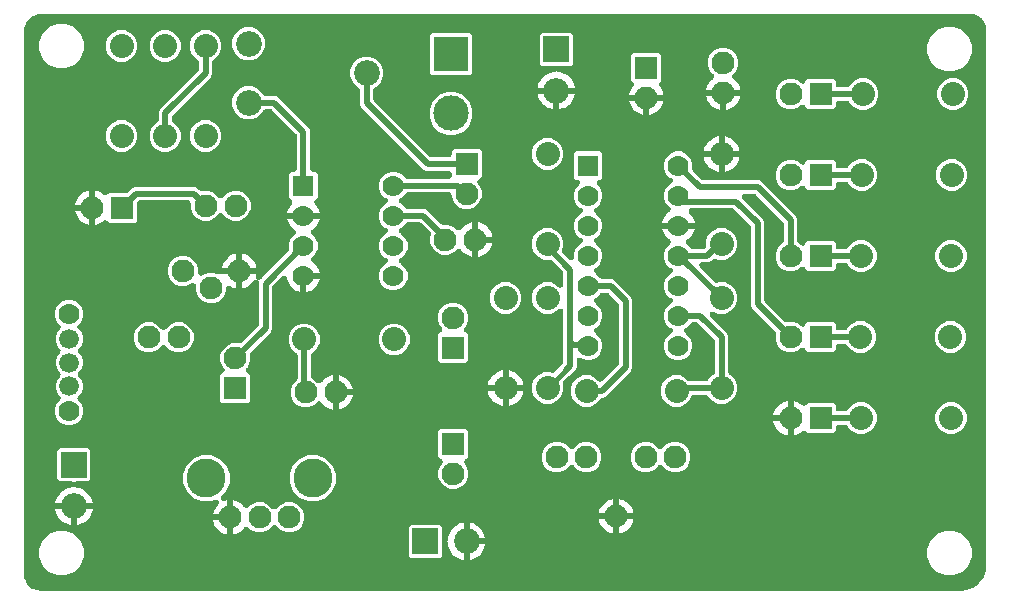
<source format=gbr>
G04 EAGLE Gerber RS-274X export*
G75*
%MOMM*%
%FSLAX34Y34*%
%LPD*%
%INBottom Copper*%
%IPPOS*%
%AMOC8*
5,1,8,0,0,1.08239X$1,22.5*%
G01*
%ADD10R,1.778000X1.778000*%
%ADD11C,1.778000*%
%ADD12C,1.930400*%
%ADD13R,1.930400X1.930400*%
%ADD14C,2.032000*%
%ADD15C,1.676400*%
%ADD16C,3.302000*%
%ADD17R,3.000000X3.000000*%
%ADD18C,3.000000*%
%ADD19C,2.184400*%
%ADD20R,2.184400X2.184400*%
%ADD21C,0.508000*%
%ADD22C,0.457200*%

G36*
X798009Y3816D02*
X798009Y3816D01*
X798147Y3819D01*
X800947Y4039D01*
X801088Y4063D01*
X801230Y4077D01*
X801336Y4105D01*
X801391Y4114D01*
X801440Y4132D01*
X801533Y4155D01*
X806860Y5886D01*
X806875Y5893D01*
X806892Y5897D01*
X807083Y5981D01*
X807274Y6063D01*
X807288Y6072D01*
X807304Y6079D01*
X807568Y6247D01*
X812099Y9539D01*
X812112Y9550D01*
X812127Y9559D01*
X812282Y9699D01*
X812438Y9835D01*
X812449Y9849D01*
X812462Y9860D01*
X812661Y10101D01*
X815953Y14632D01*
X815962Y14647D01*
X815973Y14660D01*
X816077Y14840D01*
X816184Y15019D01*
X816190Y15035D01*
X816199Y15050D01*
X816314Y15340D01*
X818045Y20667D01*
X818076Y20806D01*
X818117Y20943D01*
X818133Y21051D01*
X818145Y21106D01*
X818148Y21158D01*
X818161Y21253D01*
X818381Y24053D01*
X818381Y24115D01*
X818389Y24252D01*
X818389Y478950D01*
X818384Y479012D01*
X818381Y479150D01*
X818252Y480794D01*
X818228Y480935D01*
X818214Y481077D01*
X818186Y481182D01*
X818177Y481238D01*
X818159Y481287D01*
X818136Y481379D01*
X817120Y484506D01*
X817113Y484522D01*
X817109Y484539D01*
X817071Y484624D01*
X817055Y484676D01*
X817006Y484774D01*
X816943Y484921D01*
X816934Y484935D01*
X816927Y484951D01*
X816871Y485038D01*
X816851Y485077D01*
X816820Y485118D01*
X816759Y485214D01*
X814826Y487874D01*
X814815Y487887D01*
X814806Y487902D01*
X814667Y488057D01*
X814530Y488214D01*
X814517Y488224D01*
X814505Y488237D01*
X814264Y488436D01*
X811604Y490369D01*
X811590Y490378D01*
X811576Y490389D01*
X811397Y490493D01*
X811218Y490600D01*
X811202Y490606D01*
X811187Y490615D01*
X810896Y490730D01*
X807769Y491746D01*
X807630Y491778D01*
X807493Y491818D01*
X807385Y491834D01*
X807330Y491846D01*
X807278Y491849D01*
X807184Y491862D01*
X805540Y491991D01*
X805478Y491991D01*
X805340Y491999D01*
X18206Y491999D01*
X18145Y491994D01*
X18007Y491991D01*
X16152Y491845D01*
X16012Y491822D01*
X15870Y491807D01*
X15764Y491780D01*
X15708Y491770D01*
X15659Y491753D01*
X15567Y491729D01*
X12039Y490583D01*
X12023Y490576D01*
X12007Y490572D01*
X11817Y490488D01*
X11625Y490406D01*
X11611Y490397D01*
X11595Y490390D01*
X11331Y490222D01*
X8330Y488042D01*
X8317Y488030D01*
X8303Y488021D01*
X8147Y487882D01*
X7991Y487746D01*
X7980Y487732D01*
X7967Y487721D01*
X7768Y487480D01*
X5588Y484479D01*
X5579Y484464D01*
X5568Y484451D01*
X5463Y484271D01*
X5357Y484092D01*
X5351Y484077D01*
X5342Y484062D01*
X5227Y483771D01*
X4081Y480243D01*
X4049Y480104D01*
X4008Y479967D01*
X3993Y479859D01*
X3980Y479804D01*
X3978Y479752D01*
X3965Y479658D01*
X3819Y477803D01*
X3819Y477741D01*
X3811Y477604D01*
X3811Y17344D01*
X3816Y17282D01*
X3819Y17145D01*
X3954Y15425D01*
X3978Y15284D01*
X3992Y15142D01*
X4020Y15037D01*
X4029Y14981D01*
X4046Y14932D01*
X4070Y14840D01*
X5133Y11568D01*
X5140Y11552D01*
X5144Y11536D01*
X5228Y11346D01*
X5310Y11154D01*
X5319Y11140D01*
X5326Y11124D01*
X5494Y10860D01*
X7516Y8078D01*
X7527Y8065D01*
X7536Y8050D01*
X7675Y7895D01*
X7812Y7738D01*
X7825Y7727D01*
X7837Y7715D01*
X8078Y7516D01*
X10860Y5494D01*
X10875Y5485D01*
X10888Y5474D01*
X11067Y5370D01*
X11247Y5263D01*
X11263Y5257D01*
X11278Y5248D01*
X11568Y5133D01*
X14840Y4070D01*
X14979Y4038D01*
X15116Y3998D01*
X15224Y3982D01*
X15278Y3970D01*
X15330Y3967D01*
X15425Y3954D01*
X17145Y3819D01*
X17207Y3819D01*
X17344Y3811D01*
X797948Y3811D01*
X798009Y3816D01*
G37*
%LPC*%
G36*
X477433Y159511D02*
X477433Y159511D01*
X472578Y161522D01*
X468862Y165238D01*
X466851Y170093D01*
X466851Y175347D01*
X468862Y180202D01*
X472578Y183918D01*
X477433Y185929D01*
X482687Y185929D01*
X487542Y183918D01*
X490003Y181457D01*
X490029Y181435D01*
X490052Y181409D01*
X490202Y181291D01*
X490348Y181168D01*
X490378Y181151D01*
X490405Y181130D01*
X490573Y181040D01*
X490739Y180945D01*
X490772Y180933D01*
X490802Y180917D01*
X490983Y180858D01*
X491163Y180794D01*
X491197Y180789D01*
X491230Y180778D01*
X491419Y180752D01*
X491607Y180721D01*
X491642Y180721D01*
X491676Y180716D01*
X491867Y180724D01*
X492058Y180727D01*
X492092Y180733D01*
X492126Y180735D01*
X492312Y180776D01*
X492500Y180812D01*
X492532Y180825D01*
X492566Y180832D01*
X492742Y180906D01*
X492920Y180975D01*
X492949Y180993D01*
X492981Y181006D01*
X493142Y181110D01*
X493304Y181209D01*
X493330Y181232D01*
X493360Y181250D01*
X493594Y181457D01*
X506748Y194611D01*
X506853Y194738D01*
X506965Y194858D01*
X506997Y194910D01*
X507036Y194957D01*
X507118Y195099D01*
X507206Y195238D01*
X507230Y195295D01*
X507260Y195348D01*
X507315Y195502D01*
X507377Y195655D01*
X507390Y195714D01*
X507411Y195772D01*
X507437Y195934D01*
X507472Y196095D01*
X507477Y196172D01*
X507484Y196216D01*
X507483Y196277D01*
X507491Y196407D01*
X507491Y245553D01*
X507477Y245717D01*
X507470Y245881D01*
X507457Y245941D01*
X507451Y246002D01*
X507408Y246161D01*
X507372Y246321D01*
X507349Y246377D01*
X507333Y246436D01*
X507262Y246584D01*
X507199Y246736D01*
X507166Y246788D01*
X507139Y246843D01*
X507044Y246976D01*
X506954Y247115D01*
X506903Y247172D01*
X506877Y247209D01*
X506834Y247251D01*
X506748Y247349D01*
X498809Y255288D01*
X498682Y255393D01*
X498562Y255505D01*
X498510Y255537D01*
X498463Y255576D01*
X498321Y255658D01*
X498182Y255746D01*
X498125Y255770D01*
X498072Y255800D01*
X497918Y255855D01*
X497765Y255917D01*
X497706Y255930D01*
X497648Y255951D01*
X497486Y255977D01*
X497325Y256012D01*
X497248Y256017D01*
X497204Y256024D01*
X497143Y256023D01*
X497013Y256031D01*
X493517Y256031D01*
X493353Y256017D01*
X493189Y256010D01*
X493129Y255997D01*
X493068Y255991D01*
X492910Y255948D01*
X492749Y255912D01*
X492693Y255889D01*
X492634Y255873D01*
X492486Y255802D01*
X492334Y255739D01*
X492283Y255706D01*
X492227Y255679D01*
X492094Y255584D01*
X491956Y255494D01*
X491898Y255443D01*
X491861Y255417D01*
X491819Y255374D01*
X491721Y255288D01*
X488373Y251939D01*
X487811Y251706D01*
X487695Y251646D01*
X487576Y251594D01*
X487496Y251542D01*
X487412Y251498D01*
X487309Y251418D01*
X487200Y251346D01*
X487131Y251280D01*
X487056Y251222D01*
X486969Y251125D01*
X486874Y251036D01*
X486818Y250958D01*
X486754Y250888D01*
X486685Y250777D01*
X486608Y250672D01*
X486566Y250586D01*
X486516Y250505D01*
X486468Y250384D01*
X486411Y250268D01*
X486385Y250176D01*
X486349Y250087D01*
X486323Y249959D01*
X486288Y249834D01*
X486278Y249740D01*
X486259Y249646D01*
X486256Y249516D01*
X486243Y249386D01*
X486251Y249291D01*
X486248Y249196D01*
X486268Y249067D01*
X486278Y248937D01*
X486303Y248845D01*
X486317Y248751D01*
X486360Y248628D01*
X486392Y248502D01*
X486433Y248415D01*
X486464Y248325D01*
X486527Y248211D01*
X486582Y248093D01*
X486636Y248015D01*
X486683Y247932D01*
X486765Y247831D01*
X486840Y247724D01*
X486908Y247657D01*
X486968Y247583D01*
X487067Y247499D01*
X487159Y247407D01*
X487238Y247353D01*
X487311Y247291D01*
X487423Y247225D01*
X487530Y247151D01*
X487647Y247094D01*
X487699Y247063D01*
X487741Y247048D01*
X487811Y247014D01*
X488373Y246781D01*
X491731Y243423D01*
X493549Y239035D01*
X493549Y234285D01*
X491731Y229897D01*
X488373Y226539D01*
X487811Y226306D01*
X487695Y226246D01*
X487576Y226194D01*
X487496Y226142D01*
X487412Y226098D01*
X487309Y226018D01*
X487200Y225946D01*
X487131Y225880D01*
X487056Y225822D01*
X486969Y225725D01*
X486874Y225636D01*
X486818Y225558D01*
X486754Y225488D01*
X486685Y225377D01*
X486608Y225272D01*
X486566Y225186D01*
X486516Y225105D01*
X486468Y224984D01*
X486411Y224868D01*
X486385Y224776D01*
X486349Y224687D01*
X486323Y224559D01*
X486288Y224434D01*
X486278Y224340D01*
X486259Y224246D01*
X486256Y224116D01*
X486243Y223986D01*
X486251Y223891D01*
X486248Y223796D01*
X486268Y223667D01*
X486278Y223537D01*
X486303Y223445D01*
X486317Y223351D01*
X486360Y223228D01*
X486392Y223102D01*
X486433Y223015D01*
X486464Y222925D01*
X486527Y222811D01*
X486582Y222693D01*
X486636Y222615D01*
X486683Y222532D01*
X486765Y222431D01*
X486840Y222324D01*
X486908Y222257D01*
X486968Y222183D01*
X487067Y222099D01*
X487159Y222007D01*
X487238Y221953D01*
X487311Y221891D01*
X487423Y221825D01*
X487530Y221751D01*
X487647Y221694D01*
X487699Y221663D01*
X487741Y221648D01*
X487811Y221614D01*
X488373Y221381D01*
X491731Y218023D01*
X493549Y213635D01*
X493549Y208885D01*
X491731Y204497D01*
X488373Y201139D01*
X483985Y199321D01*
X479235Y199321D01*
X475190Y200997D01*
X475111Y201022D01*
X475036Y201055D01*
X474897Y201089D01*
X474760Y201132D01*
X474678Y201142D01*
X474598Y201162D01*
X474456Y201170D01*
X474313Y201188D01*
X474231Y201184D01*
X474149Y201189D01*
X474007Y201173D01*
X473864Y201165D01*
X473784Y201147D01*
X473702Y201137D01*
X473564Y201096D01*
X473425Y201063D01*
X473350Y201031D01*
X473271Y201007D01*
X473143Y200942D01*
X473012Y200885D01*
X472943Y200840D01*
X472869Y200803D01*
X472755Y200716D01*
X472636Y200637D01*
X472576Y200580D01*
X472511Y200531D01*
X472414Y200425D01*
X472310Y200327D01*
X472261Y200260D01*
X472205Y200199D01*
X472128Y200079D01*
X472044Y199963D01*
X472008Y199889D01*
X471964Y199820D01*
X471909Y199687D01*
X471846Y199559D01*
X471824Y199479D01*
X471793Y199403D01*
X471763Y199263D01*
X471723Y199125D01*
X471715Y199044D01*
X471698Y198963D01*
X471683Y198717D01*
X471679Y198677D01*
X471680Y198667D01*
X471679Y198651D01*
X471679Y193198D01*
X470828Y191144D01*
X465446Y185762D01*
X465299Y185701D01*
X465196Y185647D01*
X465088Y185602D01*
X464996Y185543D01*
X464900Y185493D01*
X464808Y185421D01*
X464710Y185358D01*
X464594Y185256D01*
X464544Y185217D01*
X464520Y185190D01*
X464475Y185151D01*
X460559Y181235D01*
X460422Y181071D01*
X460285Y180911D01*
X460279Y180899D01*
X460270Y180889D01*
X460165Y180705D01*
X460058Y180522D01*
X460053Y180510D01*
X460047Y180498D01*
X459976Y180299D01*
X459903Y180099D01*
X459900Y180086D01*
X459896Y180074D01*
X459861Y179862D01*
X459825Y179656D01*
X459825Y179643D01*
X459822Y179630D01*
X459825Y179416D01*
X459826Y179206D01*
X459828Y179193D01*
X459829Y179179D01*
X459869Y178968D01*
X459907Y178763D01*
X459912Y178748D01*
X459914Y178737D01*
X459928Y178701D01*
X460009Y178467D01*
X460249Y177887D01*
X460249Y172633D01*
X458238Y167778D01*
X454522Y164062D01*
X449667Y162051D01*
X444413Y162051D01*
X439558Y164062D01*
X435842Y167778D01*
X433831Y172633D01*
X433831Y177887D01*
X435842Y182742D01*
X439558Y186458D01*
X444413Y188469D01*
X449667Y188469D01*
X450247Y188229D01*
X450450Y188165D01*
X450651Y188100D01*
X450664Y188098D01*
X450677Y188094D01*
X450888Y188067D01*
X451097Y188038D01*
X451110Y188039D01*
X451124Y188037D01*
X451334Y188048D01*
X451547Y188057D01*
X451560Y188059D01*
X451573Y188060D01*
X451779Y188108D01*
X451987Y188154D01*
X451999Y188159D01*
X452012Y188162D01*
X452206Y188246D01*
X452402Y188328D01*
X452413Y188335D01*
X452425Y188340D01*
X452602Y188457D01*
X452780Y188572D01*
X452792Y188582D01*
X452801Y188588D01*
X452830Y188616D01*
X453015Y188779D01*
X456931Y192695D01*
X457006Y192785D01*
X457088Y192868D01*
X457150Y192957D01*
X457220Y193041D01*
X457278Y193142D01*
X457344Y193238D01*
X457412Y193377D01*
X457443Y193432D01*
X457455Y193466D01*
X457481Y193519D01*
X457542Y193666D01*
X459758Y195881D01*
X459863Y196008D01*
X459975Y196128D01*
X460007Y196180D01*
X460046Y196227D01*
X460128Y196369D01*
X460216Y196508D01*
X460240Y196565D01*
X460270Y196618D01*
X460325Y196772D01*
X460387Y196925D01*
X460400Y196984D01*
X460421Y197042D01*
X460447Y197204D01*
X460482Y197365D01*
X460487Y197442D01*
X460494Y197486D01*
X460493Y197547D01*
X460501Y197677D01*
X460501Y240111D01*
X460490Y240241D01*
X460488Y240371D01*
X460470Y240464D01*
X460461Y240560D01*
X460427Y240685D01*
X460402Y240813D01*
X460368Y240902D01*
X460343Y240994D01*
X460287Y241111D01*
X460240Y241233D01*
X460190Y241314D01*
X460149Y241401D01*
X460074Y241506D01*
X460006Y241617D01*
X459943Y241689D01*
X459887Y241767D01*
X459794Y241857D01*
X459708Y241955D01*
X459633Y242014D01*
X459565Y242081D01*
X459457Y242153D01*
X459355Y242234D01*
X459271Y242279D01*
X459192Y242333D01*
X459073Y242385D01*
X458958Y242447D01*
X458867Y242476D01*
X458780Y242515D01*
X458653Y242546D01*
X458530Y242586D01*
X458435Y242599D01*
X458342Y242622D01*
X458213Y242630D01*
X458084Y242647D01*
X457988Y242643D01*
X457893Y242649D01*
X457764Y242634D01*
X457634Y242629D01*
X457541Y242608D01*
X457446Y242597D01*
X457321Y242560D01*
X457194Y242531D01*
X457106Y242495D01*
X457015Y242467D01*
X456899Y242408D01*
X456779Y242358D01*
X456699Y242306D01*
X456613Y242263D01*
X456510Y242184D01*
X456401Y242114D01*
X456303Y242027D01*
X456255Y241991D01*
X456224Y241958D01*
X456166Y241907D01*
X454522Y240262D01*
X449667Y238251D01*
X444413Y238251D01*
X439558Y240262D01*
X435842Y243978D01*
X433831Y248833D01*
X433831Y254087D01*
X435842Y258942D01*
X439558Y262658D01*
X444413Y264669D01*
X449667Y264669D01*
X454522Y262658D01*
X456166Y261013D01*
X456266Y260930D01*
X456359Y260839D01*
X456390Y260819D01*
X456408Y260802D01*
X456455Y260772D01*
X456512Y260725D01*
X456625Y260660D01*
X456732Y260587D01*
X456774Y260569D01*
X456788Y260560D01*
X456831Y260542D01*
X456903Y260501D01*
X457025Y260458D01*
X457144Y260405D01*
X457197Y260392D01*
X457205Y260389D01*
X457240Y260381D01*
X457327Y260350D01*
X457455Y260329D01*
X457582Y260298D01*
X457643Y260295D01*
X457645Y260294D01*
X457680Y260292D01*
X457771Y260277D01*
X457898Y260279D01*
X457957Y260275D01*
X457961Y260275D01*
X458031Y260271D01*
X458126Y260282D01*
X458222Y260283D01*
X458349Y260308D01*
X458478Y260323D01*
X458570Y260350D01*
X458664Y260369D01*
X458785Y260415D01*
X458840Y260432D01*
X458845Y260433D01*
X458846Y260434D01*
X458909Y260453D01*
X458995Y260496D01*
X459084Y260531D01*
X459195Y260598D01*
X459235Y260619D01*
X459252Y260627D01*
X459254Y260629D01*
X459311Y260657D01*
X459387Y260715D01*
X459468Y260765D01*
X459566Y260851D01*
X459587Y260867D01*
X459618Y260889D01*
X459622Y260894D01*
X459669Y260929D01*
X459734Y261000D01*
X459806Y261063D01*
X459886Y261165D01*
X459890Y261168D01*
X459932Y261212D01*
X459938Y261221D01*
X459975Y261261D01*
X460026Y261341D01*
X460085Y261416D01*
X460144Y261526D01*
X460184Y261585D01*
X460190Y261599D01*
X460216Y261640D01*
X460253Y261729D01*
X460298Y261813D01*
X460334Y261924D01*
X460366Y261996D01*
X460371Y262017D01*
X460387Y262057D01*
X460407Y262150D01*
X460437Y262241D01*
X460452Y262348D01*
X460473Y262434D01*
X460474Y262461D01*
X460482Y262497D01*
X460490Y262627D01*
X460498Y262687D01*
X460497Y262732D01*
X460501Y262809D01*
X460501Y272223D01*
X460487Y272387D01*
X460480Y272551D01*
X460467Y272611D01*
X460461Y272672D01*
X460418Y272831D01*
X460382Y272991D01*
X460359Y273047D01*
X460343Y273106D01*
X460272Y273254D01*
X460209Y273406D01*
X460176Y273458D01*
X460149Y273513D01*
X460054Y273646D01*
X459964Y273785D01*
X459913Y273842D01*
X459887Y273879D01*
X459844Y273921D01*
X459758Y274019D01*
X450549Y283228D01*
X450422Y283333D01*
X450302Y283445D01*
X450250Y283477D01*
X450203Y283516D01*
X450061Y283598D01*
X449922Y283686D01*
X449865Y283710D01*
X449812Y283740D01*
X449658Y283795D01*
X449505Y283857D01*
X449446Y283870D01*
X449388Y283891D01*
X449226Y283917D01*
X449065Y283952D01*
X448988Y283957D01*
X448944Y283964D01*
X448883Y283963D01*
X448753Y283971D01*
X444413Y283971D01*
X439558Y285982D01*
X435842Y289698D01*
X433831Y294553D01*
X433831Y299807D01*
X435842Y304662D01*
X439558Y308378D01*
X444413Y310389D01*
X449667Y310389D01*
X454522Y308378D01*
X458238Y304662D01*
X460249Y299807D01*
X460249Y294553D01*
X459370Y292431D01*
X459306Y292228D01*
X459241Y292027D01*
X459239Y292014D01*
X459235Y292001D01*
X459208Y291790D01*
X459179Y291581D01*
X459180Y291567D01*
X459178Y291554D01*
X459189Y291344D01*
X459198Y291131D01*
X459201Y291118D01*
X459201Y291105D01*
X459249Y290899D01*
X459295Y290691D01*
X459300Y290679D01*
X459303Y290666D01*
X459387Y290472D01*
X459469Y290276D01*
X459476Y290265D01*
X459481Y290253D01*
X459598Y290076D01*
X459713Y289898D01*
X459724Y289886D01*
X459730Y289877D01*
X459757Y289848D01*
X459920Y289663D01*
X465336Y284247D01*
X465436Y284164D01*
X465529Y284073D01*
X465609Y284020D01*
X465682Y283958D01*
X465795Y283894D01*
X465902Y283821D01*
X465990Y283782D01*
X466073Y283735D01*
X466195Y283691D01*
X466314Y283639D01*
X466407Y283616D01*
X466497Y283584D01*
X466626Y283563D01*
X466752Y283532D01*
X466847Y283526D01*
X466941Y283511D01*
X467072Y283512D01*
X467201Y283504D01*
X467296Y283515D01*
X467392Y283517D01*
X467519Y283541D01*
X467648Y283556D01*
X467740Y283584D01*
X467834Y283602D01*
X467955Y283649D01*
X468079Y283687D01*
X468164Y283730D01*
X468254Y283765D01*
X468365Y283832D01*
X468481Y283891D01*
X468557Y283949D01*
X468638Y283998D01*
X468736Y284085D01*
X468839Y284163D01*
X468904Y284233D01*
X468976Y284297D01*
X469056Y284398D01*
X469145Y284494D01*
X469196Y284575D01*
X469255Y284650D01*
X469316Y284764D01*
X469386Y284874D01*
X469423Y284962D01*
X469468Y285047D01*
X469508Y285170D01*
X469557Y285291D01*
X469577Y285384D01*
X469607Y285475D01*
X469625Y285604D01*
X469652Y285731D01*
X469660Y285860D01*
X469668Y285921D01*
X469667Y285966D01*
X469671Y286043D01*
X469671Y289835D01*
X471489Y294223D01*
X474847Y297581D01*
X475409Y297814D01*
X475525Y297874D01*
X475644Y297926D01*
X475724Y297978D01*
X475809Y298023D01*
X475912Y298102D01*
X476020Y298174D01*
X476089Y298240D01*
X476164Y298298D01*
X476252Y298395D01*
X476346Y298485D01*
X476402Y298562D01*
X476466Y298633D01*
X476535Y298743D01*
X476612Y298848D01*
X476654Y298934D01*
X476704Y299015D01*
X476752Y299136D01*
X476809Y299253D01*
X476835Y299344D01*
X476871Y299433D01*
X476897Y299561D01*
X476932Y299686D01*
X476942Y299781D01*
X476961Y299874D01*
X476964Y300004D01*
X476977Y300134D01*
X476969Y300229D01*
X476972Y300324D01*
X476952Y300453D01*
X476942Y300583D01*
X476917Y300675D01*
X476903Y300769D01*
X476860Y300892D01*
X476828Y301018D01*
X476787Y301105D01*
X476756Y301195D01*
X476693Y301309D01*
X476638Y301427D01*
X476584Y301505D01*
X476537Y301588D01*
X476455Y301689D01*
X476380Y301796D01*
X476312Y301863D01*
X476252Y301937D01*
X476153Y302021D01*
X476061Y302113D01*
X475982Y302167D01*
X475909Y302229D01*
X475797Y302295D01*
X475690Y302369D01*
X475573Y302426D01*
X475521Y302457D01*
X475479Y302472D01*
X475409Y302506D01*
X474847Y302739D01*
X471489Y306097D01*
X469671Y310485D01*
X469671Y315235D01*
X471489Y319623D01*
X474847Y322981D01*
X475409Y323214D01*
X475525Y323274D01*
X475644Y323326D01*
X475724Y323378D01*
X475809Y323423D01*
X475912Y323502D01*
X476020Y323574D01*
X476089Y323640D01*
X476164Y323698D01*
X476252Y323795D01*
X476346Y323885D01*
X476402Y323962D01*
X476466Y324033D01*
X476535Y324143D01*
X476612Y324248D01*
X476654Y324334D01*
X476704Y324415D01*
X476752Y324536D01*
X476809Y324653D01*
X476835Y324744D01*
X476871Y324833D01*
X476897Y324961D01*
X476932Y325086D01*
X476942Y325181D01*
X476961Y325274D01*
X476964Y325404D01*
X476977Y325534D01*
X476969Y325629D01*
X476972Y325724D01*
X476952Y325853D01*
X476942Y325983D01*
X476917Y326075D01*
X476903Y326169D01*
X476860Y326292D01*
X476828Y326418D01*
X476787Y326505D01*
X476756Y326595D01*
X476693Y326709D01*
X476638Y326827D01*
X476584Y326905D01*
X476537Y326988D01*
X476455Y327089D01*
X476380Y327196D01*
X476312Y327263D01*
X476252Y327337D01*
X476153Y327421D01*
X476061Y327513D01*
X475982Y327567D01*
X475909Y327629D01*
X475797Y327695D01*
X475690Y327769D01*
X475573Y327826D01*
X475521Y327857D01*
X475479Y327872D01*
X475409Y327906D01*
X474847Y328139D01*
X471489Y331497D01*
X469671Y335885D01*
X469671Y340635D01*
X471489Y345023D01*
X473853Y347386D01*
X473936Y347486D01*
X474027Y347579D01*
X474080Y347659D01*
X474141Y347732D01*
X474206Y347845D01*
X474279Y347952D01*
X474317Y348040D01*
X474365Y348123D01*
X474408Y348245D01*
X474461Y348364D01*
X474484Y348457D01*
X474516Y348547D01*
X474537Y348675D01*
X474568Y348802D01*
X474574Y348897D01*
X474589Y348991D01*
X474587Y349121D01*
X474595Y349251D01*
X474584Y349346D01*
X474583Y349442D01*
X474558Y349569D01*
X474543Y349698D01*
X474516Y349790D01*
X474497Y349884D01*
X474451Y350005D01*
X474413Y350129D01*
X474370Y350215D01*
X474335Y350304D01*
X474268Y350415D01*
X474209Y350531D01*
X474151Y350607D01*
X474101Y350688D01*
X474015Y350786D01*
X473937Y350889D01*
X473866Y350954D01*
X473803Y351026D01*
X473701Y351106D01*
X473605Y351195D01*
X473525Y351246D01*
X473450Y351305D01*
X473335Y351366D01*
X473226Y351436D01*
X473137Y351473D01*
X473053Y351518D01*
X472929Y351558D01*
X472809Y351607D01*
X472716Y351627D01*
X472625Y351657D01*
X472496Y351675D01*
X472369Y351702D01*
X472239Y351710D01*
X472179Y351718D01*
X472134Y351717D01*
X472057Y351721D01*
X471457Y351721D01*
X469671Y353507D01*
X469671Y373813D01*
X471457Y375599D01*
X491763Y375599D01*
X493549Y373813D01*
X493549Y353507D01*
X491763Y351721D01*
X491163Y351721D01*
X491033Y351710D01*
X490903Y351708D01*
X490810Y351690D01*
X490714Y351681D01*
X490589Y351647D01*
X490461Y351622D01*
X490372Y351588D01*
X490280Y351563D01*
X490163Y351507D01*
X490041Y351460D01*
X489960Y351410D01*
X489873Y351369D01*
X489768Y351294D01*
X489657Y351226D01*
X489585Y351163D01*
X489507Y351107D01*
X489417Y351014D01*
X489319Y350928D01*
X489260Y350853D01*
X489193Y350785D01*
X489121Y350677D01*
X489040Y350575D01*
X488995Y350491D01*
X488941Y350412D01*
X488889Y350293D01*
X488827Y350178D01*
X488798Y350087D01*
X488759Y350000D01*
X488728Y349873D01*
X488688Y349750D01*
X488675Y349655D01*
X488652Y349562D01*
X488644Y349433D01*
X488627Y349304D01*
X488631Y349208D01*
X488625Y349113D01*
X488640Y348984D01*
X488645Y348854D01*
X488666Y348761D01*
X488677Y348666D01*
X488714Y348541D01*
X488743Y348414D01*
X488779Y348326D01*
X488807Y348235D01*
X488866Y348119D01*
X488916Y347999D01*
X488968Y347919D01*
X489011Y347833D01*
X489090Y347730D01*
X489160Y347621D01*
X489247Y347523D01*
X489283Y347475D01*
X489310Y347450D01*
X489317Y347441D01*
X489329Y347430D01*
X489367Y347386D01*
X491731Y345023D01*
X493549Y340635D01*
X493549Y335885D01*
X491731Y331497D01*
X488373Y328139D01*
X487811Y327906D01*
X487695Y327846D01*
X487576Y327794D01*
X487496Y327742D01*
X487412Y327698D01*
X487309Y327618D01*
X487200Y327546D01*
X487131Y327480D01*
X487056Y327422D01*
X486969Y327325D01*
X486874Y327236D01*
X486818Y327158D01*
X486754Y327088D01*
X486685Y326977D01*
X486608Y326872D01*
X486566Y326786D01*
X486516Y326705D01*
X486468Y326584D01*
X486411Y326468D01*
X486385Y326376D01*
X486349Y326287D01*
X486323Y326159D01*
X486288Y326034D01*
X486278Y325939D01*
X486259Y325846D01*
X486256Y325716D01*
X486243Y325586D01*
X486251Y325491D01*
X486248Y325396D01*
X486268Y325267D01*
X486278Y325137D01*
X486303Y325045D01*
X486317Y324951D01*
X486360Y324828D01*
X486392Y324702D01*
X486433Y324615D01*
X486464Y324525D01*
X486527Y324411D01*
X486582Y324293D01*
X486636Y324215D01*
X486683Y324132D01*
X486765Y324031D01*
X486840Y323924D01*
X486908Y323857D01*
X486968Y323783D01*
X487067Y323699D01*
X487159Y323607D01*
X487238Y323553D01*
X487311Y323491D01*
X487423Y323425D01*
X487530Y323351D01*
X487647Y323294D01*
X487699Y323263D01*
X487741Y323248D01*
X487811Y323214D01*
X488373Y322981D01*
X491731Y319623D01*
X493549Y315235D01*
X493549Y310485D01*
X491731Y306097D01*
X488373Y302739D01*
X487811Y302506D01*
X487695Y302446D01*
X487576Y302394D01*
X487496Y302342D01*
X487412Y302298D01*
X487309Y302218D01*
X487200Y302146D01*
X487131Y302080D01*
X487056Y302022D01*
X486969Y301925D01*
X486874Y301836D01*
X486818Y301758D01*
X486754Y301688D01*
X486685Y301577D01*
X486608Y301472D01*
X486566Y301386D01*
X486516Y301305D01*
X486468Y301184D01*
X486411Y301068D01*
X486385Y300976D01*
X486349Y300887D01*
X486323Y300759D01*
X486288Y300634D01*
X486278Y300539D01*
X486259Y300446D01*
X486256Y300316D01*
X486243Y300186D01*
X486251Y300091D01*
X486248Y299996D01*
X486268Y299867D01*
X486278Y299737D01*
X486303Y299645D01*
X486317Y299551D01*
X486360Y299428D01*
X486392Y299302D01*
X486433Y299215D01*
X486464Y299125D01*
X486527Y299011D01*
X486582Y298893D01*
X486636Y298815D01*
X486683Y298732D01*
X486765Y298631D01*
X486840Y298524D01*
X486908Y298457D01*
X486968Y298383D01*
X487067Y298299D01*
X487159Y298207D01*
X487238Y298153D01*
X487311Y298091D01*
X487423Y298025D01*
X487530Y297951D01*
X487647Y297894D01*
X487699Y297863D01*
X487741Y297848D01*
X487811Y297814D01*
X488373Y297581D01*
X491731Y294223D01*
X493549Y289835D01*
X493549Y285085D01*
X491731Y280697D01*
X488373Y277339D01*
X487811Y277106D01*
X487695Y277046D01*
X487576Y276994D01*
X487496Y276942D01*
X487412Y276898D01*
X487309Y276818D01*
X487200Y276746D01*
X487131Y276680D01*
X487056Y276622D01*
X486969Y276525D01*
X486874Y276436D01*
X486818Y276358D01*
X486754Y276288D01*
X486685Y276177D01*
X486608Y276072D01*
X486566Y275986D01*
X486516Y275905D01*
X486468Y275784D01*
X486411Y275668D01*
X486385Y275576D01*
X486349Y275487D01*
X486323Y275359D01*
X486288Y275234D01*
X486278Y275139D01*
X486259Y275046D01*
X486256Y274916D01*
X486243Y274786D01*
X486251Y274691D01*
X486248Y274596D01*
X486268Y274467D01*
X486278Y274337D01*
X486303Y274245D01*
X486317Y274151D01*
X486360Y274028D01*
X486392Y273902D01*
X486433Y273815D01*
X486464Y273725D01*
X486527Y273611D01*
X486582Y273493D01*
X486636Y273415D01*
X486683Y273332D01*
X486765Y273231D01*
X486840Y273124D01*
X486908Y273057D01*
X486968Y272983D01*
X487067Y272899D01*
X487159Y272807D01*
X487238Y272753D01*
X487311Y272691D01*
X487423Y272625D01*
X487530Y272551D01*
X487647Y272494D01*
X487699Y272463D01*
X487741Y272448D01*
X487811Y272414D01*
X488373Y272181D01*
X491731Y268823D01*
X491750Y268776D01*
X491848Y268589D01*
X491945Y268399D01*
X491953Y268389D01*
X491959Y268377D01*
X492089Y268209D01*
X492217Y268041D01*
X492227Y268032D01*
X492235Y268021D01*
X492393Y267879D01*
X492548Y267735D01*
X492559Y267728D01*
X492569Y267720D01*
X492750Y267607D01*
X492928Y267494D01*
X492940Y267489D01*
X492951Y267482D01*
X493149Y267403D01*
X493344Y267323D01*
X493357Y267320D01*
X493369Y267315D01*
X493578Y267272D01*
X493784Y267228D01*
X493800Y267227D01*
X493811Y267225D01*
X493850Y267224D01*
X494096Y267209D01*
X501492Y267209D01*
X503546Y266358D01*
X517818Y252086D01*
X518669Y250032D01*
X518669Y191928D01*
X517818Y189874D01*
X495926Y167982D01*
X493872Y167131D01*
X493739Y167131D01*
X493527Y167112D01*
X493316Y167096D01*
X493304Y167093D01*
X493290Y167091D01*
X493086Y167036D01*
X492881Y166982D01*
X492868Y166976D01*
X492856Y166973D01*
X492666Y166883D01*
X492472Y166793D01*
X492461Y166785D01*
X492449Y166779D01*
X492277Y166656D01*
X492103Y166534D01*
X492094Y166525D01*
X492083Y166517D01*
X491934Y166364D01*
X491786Y166215D01*
X491778Y166204D01*
X491769Y166195D01*
X491650Y166019D01*
X491530Y165845D01*
X491523Y165830D01*
X491517Y165822D01*
X491501Y165786D01*
X491393Y165564D01*
X491258Y165238D01*
X487542Y161522D01*
X482687Y159511D01*
X477433Y159511D01*
G37*
%LPD*%
%LPC*%
G36*
X709303Y205231D02*
X709303Y205231D01*
X704448Y207242D01*
X700732Y210958D01*
X700597Y211284D01*
X700499Y211472D01*
X700403Y211661D01*
X700395Y211671D01*
X700389Y211683D01*
X700258Y211851D01*
X700131Y212019D01*
X700121Y212028D01*
X700113Y212039D01*
X699956Y212181D01*
X699800Y212325D01*
X699789Y212332D01*
X699779Y212340D01*
X699600Y212452D01*
X699420Y212566D01*
X699408Y212571D01*
X699397Y212578D01*
X699200Y212657D01*
X699003Y212737D01*
X698990Y212740D01*
X698978Y212745D01*
X698771Y212787D01*
X698563Y212832D01*
X698547Y212833D01*
X698537Y212835D01*
X698498Y212836D01*
X698251Y212851D01*
X693420Y212851D01*
X693385Y212848D01*
X693351Y212850D01*
X693162Y212828D01*
X692971Y212811D01*
X692938Y212802D01*
X692904Y212798D01*
X692721Y212743D01*
X692537Y212693D01*
X692506Y212678D01*
X692473Y212668D01*
X692302Y212581D01*
X692130Y212499D01*
X692102Y212479D01*
X692071Y212464D01*
X691919Y212348D01*
X691764Y212237D01*
X691740Y212212D01*
X691713Y212192D01*
X691584Y212052D01*
X691450Y211915D01*
X691431Y211886D01*
X691407Y211860D01*
X691305Y211699D01*
X691198Y211542D01*
X691184Y211510D01*
X691166Y211481D01*
X691093Y211304D01*
X691016Y211130D01*
X691008Y211096D01*
X690995Y211064D01*
X690955Y210877D01*
X690909Y210692D01*
X690907Y210658D01*
X690900Y210624D01*
X690881Y210312D01*
X690881Y207525D01*
X689095Y205739D01*
X667265Y205739D01*
X665413Y207591D01*
X665405Y207622D01*
X665380Y207749D01*
X665346Y207838D01*
X665321Y207930D01*
X665265Y208048D01*
X665218Y208169D01*
X665168Y208251D01*
X665127Y208337D01*
X665052Y208443D01*
X664984Y208554D01*
X664921Y208625D01*
X664865Y208703D01*
X664772Y208794D01*
X664686Y208891D01*
X664611Y208950D01*
X664543Y209017D01*
X664435Y209090D01*
X664333Y209171D01*
X664249Y209216D01*
X664170Y209269D01*
X664051Y209322D01*
X663936Y209383D01*
X663845Y209413D01*
X663758Y209451D01*
X663631Y209482D01*
X663508Y209522D01*
X663413Y209535D01*
X663320Y209558D01*
X663191Y209566D01*
X663062Y209584D01*
X662966Y209580D01*
X662871Y209586D01*
X662742Y209571D01*
X662612Y209565D01*
X662519Y209545D01*
X662424Y209534D01*
X662299Y209496D01*
X662172Y209468D01*
X662084Y209431D01*
X661993Y209403D01*
X661877Y209344D01*
X661757Y209294D01*
X661677Y209242D01*
X661591Y209199D01*
X661488Y209121D01*
X661379Y209050D01*
X661281Y208964D01*
X661233Y208927D01*
X661202Y208894D01*
X661144Y208843D01*
X659974Y207673D01*
X655306Y205739D01*
X650254Y205739D01*
X645586Y207673D01*
X642013Y211246D01*
X640079Y215914D01*
X640079Y220966D01*
X640095Y221004D01*
X640159Y221207D01*
X640224Y221408D01*
X640226Y221421D01*
X640230Y221434D01*
X640257Y221646D01*
X640285Y221854D01*
X640285Y221868D01*
X640287Y221881D01*
X640276Y222091D01*
X640267Y222304D01*
X640264Y222317D01*
X640264Y222330D01*
X640216Y222536D01*
X640170Y222744D01*
X640164Y222756D01*
X640161Y222769D01*
X640078Y222963D01*
X639996Y223159D01*
X639989Y223171D01*
X639983Y223183D01*
X639867Y223359D01*
X639752Y223538D01*
X639741Y223549D01*
X639735Y223558D01*
X639708Y223587D01*
X639545Y223772D01*
X622031Y241285D01*
X620102Y243214D01*
X619251Y245268D01*
X619251Y311593D01*
X619237Y311757D01*
X619230Y311921D01*
X619217Y311981D01*
X619211Y312042D01*
X619168Y312201D01*
X619132Y312361D01*
X619109Y312417D01*
X619093Y312476D01*
X619023Y312624D01*
X618959Y312776D01*
X618926Y312828D01*
X618899Y312883D01*
X618804Y313016D01*
X618714Y313155D01*
X618663Y313212D01*
X618637Y313249D01*
X618594Y313291D01*
X618508Y313389D01*
X605049Y326848D01*
X604922Y326953D01*
X604802Y327065D01*
X604750Y327097D01*
X604703Y327136D01*
X604561Y327218D01*
X604422Y327306D01*
X604365Y327330D01*
X604312Y327360D01*
X604158Y327415D01*
X604005Y327477D01*
X603946Y327490D01*
X603888Y327511D01*
X603726Y327537D01*
X603565Y327572D01*
X603488Y327577D01*
X603444Y327584D01*
X603383Y327583D01*
X603253Y327591D01*
X568967Y327591D01*
X568837Y327580D01*
X568707Y327578D01*
X568613Y327560D01*
X568518Y327551D01*
X568393Y327517D01*
X568265Y327492D01*
X568176Y327458D01*
X568084Y327433D01*
X567966Y327377D01*
X567845Y327330D01*
X567763Y327280D01*
X567677Y327239D01*
X567571Y327164D01*
X567460Y327096D01*
X567389Y327033D01*
X567311Y326977D01*
X567220Y326884D01*
X567123Y326798D01*
X567064Y326723D01*
X566997Y326655D01*
X566924Y326547D01*
X566843Y326445D01*
X566798Y326361D01*
X566745Y326282D01*
X566692Y326163D01*
X566631Y326048D01*
X566601Y325957D01*
X566563Y325870D01*
X566532Y325743D01*
X566492Y325620D01*
X566479Y325525D01*
X566456Y325432D01*
X566448Y325303D01*
X566430Y325174D01*
X566434Y325078D01*
X566428Y324983D01*
X566443Y324854D01*
X566449Y324724D01*
X566469Y324631D01*
X566480Y324536D01*
X566518Y324411D01*
X566546Y324284D01*
X566583Y324196D01*
X566611Y324105D01*
X566670Y323989D01*
X566720Y323869D01*
X566772Y323789D01*
X566815Y323703D01*
X566893Y323600D01*
X566964Y323491D01*
X567050Y323393D01*
X567087Y323345D01*
X567120Y323314D01*
X567171Y323256D01*
X568336Y322091D01*
X569451Y320638D01*
X570367Y319052D01*
X571068Y317360D01*
X571542Y315592D01*
X571567Y315399D01*
X557810Y315399D01*
X544053Y315399D01*
X544078Y315592D01*
X544552Y317360D01*
X545253Y319052D01*
X546169Y320638D01*
X547284Y322091D01*
X548579Y323386D01*
X550032Y324501D01*
X550116Y324550D01*
X550232Y324631D01*
X550353Y324705D01*
X550415Y324760D01*
X550484Y324808D01*
X550584Y324909D01*
X550690Y325003D01*
X550742Y325069D01*
X550801Y325128D01*
X550882Y325245D01*
X550969Y325356D01*
X551009Y325430D01*
X551057Y325499D01*
X551115Y325628D01*
X551182Y325753D01*
X551208Y325833D01*
X551243Y325909D01*
X551277Y326046D01*
X551321Y326181D01*
X551333Y326264D01*
X551353Y326346D01*
X551363Y326487D01*
X551383Y326627D01*
X551379Y326711D01*
X551385Y326795D01*
X551370Y326935D01*
X551364Y327077D01*
X551346Y327159D01*
X551337Y327242D01*
X551297Y327378D01*
X551267Y327517D01*
X551234Y327594D01*
X551211Y327675D01*
X551148Y327801D01*
X551093Y327932D01*
X551047Y328002D01*
X551010Y328078D01*
X550925Y328191D01*
X550849Y328310D01*
X550775Y328393D01*
X550741Y328439D01*
X550704Y328474D01*
X550642Y328544D01*
X547689Y331497D01*
X545871Y335885D01*
X545871Y340635D01*
X547689Y345023D01*
X551047Y348381D01*
X551609Y348614D01*
X551725Y348674D01*
X551844Y348726D01*
X551924Y348778D01*
X552008Y348822D01*
X552111Y348902D01*
X552220Y348974D01*
X552289Y349040D01*
X552364Y349098D01*
X552451Y349195D01*
X552546Y349284D01*
X552602Y349362D01*
X552666Y349432D01*
X552735Y349543D01*
X552812Y349648D01*
X552854Y349734D01*
X552904Y349815D01*
X552952Y349936D01*
X553009Y350052D01*
X553035Y350144D01*
X553071Y350233D01*
X553097Y350361D01*
X553132Y350486D01*
X553142Y350580D01*
X553161Y350674D01*
X553164Y350804D01*
X553177Y350934D01*
X553169Y351029D01*
X553172Y351124D01*
X553152Y351253D01*
X553142Y351383D01*
X553117Y351475D01*
X553103Y351569D01*
X553060Y351692D01*
X553028Y351818D01*
X552987Y351905D01*
X552956Y351995D01*
X552893Y352109D01*
X552838Y352227D01*
X552784Y352305D01*
X552737Y352388D01*
X552655Y352489D01*
X552580Y352596D01*
X552512Y352663D01*
X552452Y352737D01*
X552353Y352821D01*
X552261Y352913D01*
X552182Y352967D01*
X552109Y353029D01*
X551997Y353095D01*
X551890Y353169D01*
X551773Y353226D01*
X551721Y353257D01*
X551679Y353272D01*
X551609Y353306D01*
X551047Y353539D01*
X547689Y356897D01*
X545871Y361285D01*
X545871Y366035D01*
X547689Y370423D01*
X551047Y373781D01*
X555435Y375599D01*
X560185Y375599D01*
X564573Y373781D01*
X567931Y370423D01*
X569749Y366035D01*
X569749Y361028D01*
X569721Y360829D01*
X569722Y360816D01*
X569720Y360803D01*
X569731Y360592D01*
X569740Y360379D01*
X569743Y360366D01*
X569743Y360353D01*
X569791Y360147D01*
X569837Y359939D01*
X569842Y359927D01*
X569845Y359915D01*
X569930Y359719D01*
X570011Y359524D01*
X570018Y359513D01*
X570023Y359501D01*
X570140Y359323D01*
X570255Y359146D01*
X570265Y359134D01*
X570271Y359125D01*
X570298Y359097D01*
X570462Y358911D01*
X577601Y351772D01*
X577728Y351667D01*
X577848Y351555D01*
X577900Y351523D01*
X577947Y351484D01*
X578089Y351402D01*
X578228Y351314D01*
X578285Y351290D01*
X578338Y351260D01*
X578492Y351205D01*
X578645Y351143D01*
X578704Y351130D01*
X578762Y351109D01*
X578924Y351083D01*
X579085Y351048D01*
X579162Y351043D01*
X579206Y351036D01*
X579267Y351037D01*
X579397Y351029D01*
X625952Y351029D01*
X628006Y350178D01*
X657518Y320666D01*
X658369Y318612D01*
X658369Y300149D01*
X658388Y299936D01*
X658404Y299726D01*
X658407Y299714D01*
X658409Y299700D01*
X658465Y299496D01*
X658518Y299291D01*
X658524Y299279D01*
X658527Y299266D01*
X658618Y299076D01*
X658707Y298882D01*
X658715Y298871D01*
X658721Y298859D01*
X658844Y298687D01*
X658966Y298513D01*
X658975Y298504D01*
X658983Y298493D01*
X659136Y298344D01*
X659285Y298196D01*
X659296Y298189D01*
X659305Y298179D01*
X659481Y298061D01*
X659655Y297940D01*
X659670Y297933D01*
X659678Y297927D01*
X659715Y297911D01*
X659936Y297803D01*
X659974Y297787D01*
X661144Y296617D01*
X661244Y296534D01*
X661337Y296443D01*
X661417Y296389D01*
X661490Y296328D01*
X661603Y296264D01*
X661710Y296191D01*
X661798Y296152D01*
X661881Y296105D01*
X662003Y296061D01*
X662122Y296009D01*
X662215Y295986D01*
X662305Y295954D01*
X662433Y295933D01*
X662560Y295902D01*
X662655Y295896D01*
X662749Y295880D01*
X662879Y295882D01*
X663009Y295874D01*
X663104Y295885D01*
X663200Y295887D01*
X663327Y295911D01*
X663456Y295926D01*
X663548Y295954D01*
X663642Y295972D01*
X663763Y296019D01*
X663887Y296057D01*
X663973Y296100D01*
X664062Y296134D01*
X664173Y296202D01*
X664289Y296261D01*
X664365Y296319D01*
X664446Y296368D01*
X664544Y296454D01*
X664647Y296533D01*
X664712Y296603D01*
X664784Y296667D01*
X664864Y296768D01*
X664953Y296864D01*
X665004Y296945D01*
X665063Y297020D01*
X665124Y297134D01*
X665194Y297244D01*
X665231Y297332D01*
X665276Y297416D01*
X665316Y297540D01*
X665365Y297660D01*
X665385Y297754D01*
X665415Y297845D01*
X665419Y297875D01*
X667265Y299721D01*
X689095Y299721D01*
X690881Y297935D01*
X690881Y295148D01*
X690884Y295113D01*
X690882Y295079D01*
X690904Y294890D01*
X690921Y294699D01*
X690930Y294666D01*
X690934Y294632D01*
X690989Y294449D01*
X691039Y294265D01*
X691054Y294234D01*
X691064Y294201D01*
X691151Y294030D01*
X691233Y293858D01*
X691253Y293830D01*
X691268Y293799D01*
X691384Y293647D01*
X691495Y293492D01*
X691520Y293468D01*
X691540Y293441D01*
X691680Y293312D01*
X691817Y293178D01*
X691846Y293159D01*
X691872Y293135D01*
X692033Y293033D01*
X692190Y292926D01*
X692222Y292912D01*
X692251Y292894D01*
X692428Y292821D01*
X692602Y292744D01*
X692636Y292736D01*
X692668Y292723D01*
X692855Y292683D01*
X693040Y292637D01*
X693074Y292635D01*
X693108Y292628D01*
X693420Y292609D01*
X698771Y292609D01*
X698982Y292628D01*
X699194Y292644D01*
X699207Y292647D01*
X699220Y292649D01*
X699424Y292704D01*
X699629Y292758D01*
X699642Y292764D01*
X699654Y292767D01*
X699844Y292857D01*
X700038Y292947D01*
X700049Y292955D01*
X700061Y292961D01*
X700232Y293083D01*
X700407Y293206D01*
X700416Y293215D01*
X700427Y293223D01*
X700575Y293375D01*
X700724Y293525D01*
X700732Y293536D01*
X700741Y293545D01*
X700860Y293721D01*
X700980Y293896D01*
X700987Y293910D01*
X700993Y293918D01*
X701009Y293954D01*
X701117Y294176D01*
X701252Y294502D01*
X704968Y298218D01*
X709823Y300229D01*
X715077Y300229D01*
X719932Y298218D01*
X723648Y294502D01*
X725659Y289647D01*
X725659Y284393D01*
X723648Y279538D01*
X719932Y275822D01*
X715077Y273811D01*
X709823Y273811D01*
X704968Y275822D01*
X701252Y279538D01*
X701117Y279864D01*
X701020Y280051D01*
X700923Y280241D01*
X700915Y280251D01*
X700909Y280263D01*
X700779Y280431D01*
X700651Y280599D01*
X700641Y280608D01*
X700633Y280619D01*
X700476Y280761D01*
X700320Y280905D01*
X700309Y280912D01*
X700299Y280920D01*
X700120Y281032D01*
X699940Y281146D01*
X699928Y281151D01*
X699917Y281158D01*
X699720Y281237D01*
X699523Y281317D01*
X699510Y281320D01*
X699498Y281325D01*
X699291Y281367D01*
X699083Y281412D01*
X699067Y281413D01*
X699057Y281415D01*
X699018Y281416D01*
X698771Y281431D01*
X693420Y281431D01*
X693385Y281428D01*
X693351Y281430D01*
X693162Y281408D01*
X692971Y281391D01*
X692938Y281382D01*
X692904Y281378D01*
X692721Y281323D01*
X692537Y281273D01*
X692506Y281258D01*
X692473Y281248D01*
X692302Y281161D01*
X692130Y281079D01*
X692102Y281059D01*
X692071Y281044D01*
X691919Y280928D01*
X691764Y280817D01*
X691740Y280792D01*
X691713Y280772D01*
X691583Y280631D01*
X691450Y280495D01*
X691431Y280466D01*
X691407Y280440D01*
X691305Y280279D01*
X691198Y280122D01*
X691184Y280090D01*
X691166Y280061D01*
X691093Y279884D01*
X691016Y279710D01*
X691008Y279676D01*
X690995Y279644D01*
X690954Y279457D01*
X690909Y279272D01*
X690907Y279238D01*
X690900Y279204D01*
X690881Y278892D01*
X690881Y276105D01*
X689095Y274319D01*
X667265Y274319D01*
X665413Y276171D01*
X665405Y276202D01*
X665380Y276329D01*
X665346Y276418D01*
X665321Y276510D01*
X665265Y276628D01*
X665218Y276749D01*
X665168Y276831D01*
X665127Y276917D01*
X665052Y277023D01*
X664984Y277134D01*
X664921Y277205D01*
X664865Y277283D01*
X664772Y277374D01*
X664686Y277471D01*
X664611Y277530D01*
X664543Y277597D01*
X664435Y277670D01*
X664333Y277751D01*
X664249Y277796D01*
X664170Y277849D01*
X664051Y277902D01*
X663936Y277963D01*
X663845Y277993D01*
X663758Y278031D01*
X663631Y278062D01*
X663508Y278102D01*
X663413Y278115D01*
X663320Y278138D01*
X663191Y278146D01*
X663062Y278164D01*
X662966Y278160D01*
X662871Y278166D01*
X662742Y278151D01*
X662612Y278145D01*
X662519Y278125D01*
X662424Y278114D01*
X662299Y278076D01*
X662172Y278048D01*
X662084Y278011D01*
X661993Y277983D01*
X661877Y277924D01*
X661757Y277874D01*
X661677Y277822D01*
X661591Y277779D01*
X661488Y277701D01*
X661379Y277630D01*
X661281Y277544D01*
X661233Y277507D01*
X661202Y277474D01*
X661144Y277423D01*
X659974Y276253D01*
X655306Y274319D01*
X650254Y274319D01*
X645586Y276253D01*
X642013Y279826D01*
X640079Y284494D01*
X640079Y289546D01*
X642013Y294214D01*
X645586Y297787D01*
X645624Y297803D01*
X645811Y297901D01*
X646001Y297997D01*
X646011Y298005D01*
X646023Y298011D01*
X646192Y298142D01*
X646359Y298269D01*
X646368Y298279D01*
X646379Y298287D01*
X646521Y298444D01*
X646665Y298600D01*
X646672Y298612D01*
X646680Y298621D01*
X646792Y298801D01*
X646906Y298980D01*
X646911Y298993D01*
X646918Y299004D01*
X646997Y299201D01*
X647077Y299397D01*
X647080Y299410D01*
X647085Y299422D01*
X647127Y299629D01*
X647172Y299837D01*
X647173Y299853D01*
X647175Y299863D01*
X647176Y299902D01*
X647191Y300149D01*
X647191Y314133D01*
X647177Y314297D01*
X647170Y314461D01*
X647157Y314521D01*
X647151Y314582D01*
X647108Y314741D01*
X647072Y314901D01*
X647049Y314957D01*
X647033Y315016D01*
X646962Y315164D01*
X646899Y315316D01*
X646866Y315368D01*
X646839Y315423D01*
X646744Y315556D01*
X646654Y315695D01*
X646603Y315752D01*
X646577Y315789D01*
X646534Y315831D01*
X646448Y315929D01*
X623269Y339108D01*
X623142Y339213D01*
X623022Y339325D01*
X622970Y339357D01*
X622923Y339396D01*
X622781Y339478D01*
X622642Y339566D01*
X622585Y339590D01*
X622532Y339620D01*
X622378Y339675D01*
X622225Y339737D01*
X622166Y339750D01*
X622108Y339771D01*
X621946Y339797D01*
X621785Y339832D01*
X621708Y339837D01*
X621664Y339844D01*
X621603Y339843D01*
X621473Y339851D01*
X613983Y339851D01*
X613853Y339840D01*
X613723Y339838D01*
X613629Y339820D01*
X613534Y339811D01*
X613409Y339777D01*
X613281Y339752D01*
X613192Y339718D01*
X613100Y339693D01*
X612983Y339637D01*
X612861Y339590D01*
X612779Y339540D01*
X612693Y339499D01*
X612588Y339424D01*
X612476Y339356D01*
X612405Y339293D01*
X612327Y339237D01*
X612236Y339144D01*
X612139Y339058D01*
X612080Y338983D01*
X612013Y338915D01*
X611940Y338807D01*
X611860Y338705D01*
X611815Y338621D01*
X611761Y338542D01*
X611708Y338423D01*
X611647Y338308D01*
X611617Y338217D01*
X611579Y338130D01*
X611548Y338003D01*
X611508Y337880D01*
X611495Y337785D01*
X611472Y337692D01*
X611464Y337563D01*
X611446Y337434D01*
X611450Y337338D01*
X611444Y337243D01*
X611459Y337114D01*
X611465Y336984D01*
X611485Y336891D01*
X611496Y336796D01*
X611534Y336671D01*
X611562Y336544D01*
X611599Y336456D01*
X611627Y336365D01*
X611686Y336249D01*
X611736Y336129D01*
X611788Y336048D01*
X611831Y335963D01*
X611910Y335860D01*
X611980Y335751D01*
X612066Y335653D01*
X612103Y335605D01*
X612136Y335574D01*
X612187Y335516D01*
X627649Y320055D01*
X629578Y318126D01*
X630429Y316072D01*
X630429Y249747D01*
X630443Y249583D01*
X630450Y249419D01*
X630463Y249359D01*
X630469Y249298D01*
X630512Y249139D01*
X630548Y248979D01*
X630571Y248923D01*
X630587Y248864D01*
X630658Y248716D01*
X630721Y248564D01*
X630754Y248512D01*
X630781Y248457D01*
X630876Y248324D01*
X630966Y248185D01*
X631017Y248128D01*
X631043Y248091D01*
X631086Y248049D01*
X631172Y247951D01*
X647448Y231675D01*
X647612Y231539D01*
X647772Y231402D01*
X647783Y231395D01*
X647794Y231386D01*
X647978Y231281D01*
X648161Y231174D01*
X648173Y231170D01*
X648185Y231163D01*
X648384Y231092D01*
X648583Y231019D01*
X648596Y231017D01*
X648609Y231012D01*
X648819Y230978D01*
X649027Y230941D01*
X649040Y230941D01*
X649053Y230939D01*
X649267Y230942D01*
X649477Y230942D01*
X649490Y230945D01*
X649503Y230945D01*
X649712Y230985D01*
X649920Y231023D01*
X649935Y231028D01*
X649945Y231030D01*
X649982Y231045D01*
X650216Y231125D01*
X650254Y231141D01*
X655306Y231141D01*
X659974Y229207D01*
X661144Y228037D01*
X661244Y227954D01*
X661337Y227863D01*
X661417Y227809D01*
X661490Y227748D01*
X661603Y227684D01*
X661710Y227611D01*
X661798Y227572D01*
X661881Y227525D01*
X662003Y227481D01*
X662122Y227429D01*
X662215Y227406D01*
X662305Y227374D01*
X662433Y227353D01*
X662560Y227322D01*
X662655Y227316D01*
X662749Y227300D01*
X662879Y227302D01*
X663009Y227294D01*
X663104Y227305D01*
X663200Y227307D01*
X663327Y227331D01*
X663456Y227346D01*
X663548Y227374D01*
X663642Y227392D01*
X663763Y227439D01*
X663887Y227477D01*
X663973Y227520D01*
X664062Y227554D01*
X664173Y227622D01*
X664289Y227681D01*
X664365Y227739D01*
X664446Y227788D01*
X664544Y227874D01*
X664647Y227953D01*
X664712Y228023D01*
X664784Y228087D01*
X664864Y228188D01*
X664953Y228284D01*
X665004Y228365D01*
X665063Y228440D01*
X665125Y228554D01*
X665194Y228664D01*
X665231Y228752D01*
X665276Y228836D01*
X665316Y228960D01*
X665365Y229080D01*
X665385Y229174D01*
X665415Y229265D01*
X665419Y229295D01*
X667265Y231141D01*
X689095Y231141D01*
X690881Y229355D01*
X690881Y226568D01*
X690884Y226533D01*
X690882Y226499D01*
X690904Y226310D01*
X690921Y226119D01*
X690930Y226086D01*
X690934Y226052D01*
X690989Y225869D01*
X691039Y225685D01*
X691054Y225654D01*
X691064Y225621D01*
X691151Y225450D01*
X691233Y225278D01*
X691253Y225250D01*
X691268Y225219D01*
X691384Y225067D01*
X691495Y224912D01*
X691520Y224888D01*
X691540Y224861D01*
X691680Y224732D01*
X691817Y224598D01*
X691846Y224579D01*
X691872Y224555D01*
X692033Y224453D01*
X692190Y224346D01*
X692222Y224332D01*
X692251Y224314D01*
X692428Y224241D01*
X692602Y224164D01*
X692636Y224156D01*
X692668Y224143D01*
X692855Y224103D01*
X693040Y224057D01*
X693074Y224055D01*
X693108Y224048D01*
X693420Y224029D01*
X698251Y224029D01*
X698462Y224048D01*
X698674Y224064D01*
X698687Y224067D01*
X698700Y224069D01*
X698904Y224124D01*
X699109Y224178D01*
X699122Y224184D01*
X699134Y224187D01*
X699324Y224277D01*
X699518Y224367D01*
X699529Y224375D01*
X699541Y224381D01*
X699712Y224503D01*
X699887Y224626D01*
X699896Y224635D01*
X699907Y224643D01*
X700055Y224795D01*
X700204Y224945D01*
X700212Y224956D01*
X700221Y224965D01*
X700340Y225141D01*
X700460Y225316D01*
X700467Y225330D01*
X700473Y225338D01*
X700489Y225374D01*
X700597Y225596D01*
X700732Y225922D01*
X704448Y229638D01*
X709303Y231649D01*
X714557Y231649D01*
X719412Y229638D01*
X723128Y225922D01*
X725139Y221067D01*
X725139Y215813D01*
X723128Y210958D01*
X719412Y207242D01*
X714557Y205231D01*
X709303Y205231D01*
G37*
%LPD*%
%LPC*%
G36*
X314155Y258441D02*
X314155Y258441D01*
X309767Y260259D01*
X306409Y263617D01*
X304591Y268005D01*
X304591Y272755D01*
X306409Y277143D01*
X309767Y280501D01*
X310329Y280734D01*
X310445Y280794D01*
X310564Y280846D01*
X310644Y280898D01*
X310728Y280942D01*
X310831Y281022D01*
X310940Y281094D01*
X311009Y281160D01*
X311084Y281218D01*
X311171Y281315D01*
X311266Y281404D01*
X311322Y281482D01*
X311386Y281552D01*
X311455Y281663D01*
X311532Y281768D01*
X311574Y281854D01*
X311624Y281935D01*
X311672Y282056D01*
X311729Y282172D01*
X311755Y282264D01*
X311791Y282353D01*
X311817Y282481D01*
X311852Y282606D01*
X311862Y282700D01*
X311881Y282794D01*
X311884Y282924D01*
X311897Y283054D01*
X311889Y283149D01*
X311892Y283244D01*
X311872Y283373D01*
X311862Y283503D01*
X311837Y283595D01*
X311823Y283689D01*
X311780Y283812D01*
X311748Y283938D01*
X311707Y284025D01*
X311676Y284115D01*
X311613Y284229D01*
X311558Y284347D01*
X311504Y284425D01*
X311457Y284508D01*
X311375Y284609D01*
X311300Y284716D01*
X311232Y284783D01*
X311172Y284857D01*
X311073Y284941D01*
X310981Y285033D01*
X310902Y285087D01*
X310829Y285149D01*
X310717Y285215D01*
X310610Y285289D01*
X310493Y285346D01*
X310441Y285377D01*
X310399Y285392D01*
X310329Y285426D01*
X309767Y285659D01*
X306409Y289017D01*
X304591Y293405D01*
X304591Y298155D01*
X306409Y302543D01*
X309767Y305901D01*
X310329Y306134D01*
X310445Y306194D01*
X310564Y306246D01*
X310644Y306298D01*
X310728Y306342D01*
X310831Y306422D01*
X310940Y306494D01*
X311009Y306560D01*
X311084Y306618D01*
X311171Y306715D01*
X311266Y306804D01*
X311322Y306882D01*
X311386Y306952D01*
X311455Y307063D01*
X311532Y307168D01*
X311574Y307254D01*
X311624Y307335D01*
X311672Y307456D01*
X311729Y307572D01*
X311755Y307664D01*
X311791Y307753D01*
X311817Y307881D01*
X311852Y308006D01*
X311862Y308100D01*
X311881Y308194D01*
X311884Y308324D01*
X311897Y308454D01*
X311889Y308549D01*
X311892Y308644D01*
X311872Y308773D01*
X311862Y308903D01*
X311837Y308995D01*
X311823Y309089D01*
X311780Y309212D01*
X311748Y309338D01*
X311707Y309425D01*
X311676Y309515D01*
X311613Y309629D01*
X311558Y309747D01*
X311504Y309825D01*
X311457Y309908D01*
X311375Y310009D01*
X311300Y310116D01*
X311232Y310183D01*
X311172Y310257D01*
X311073Y310341D01*
X310981Y310433D01*
X310902Y310487D01*
X310829Y310549D01*
X310717Y310615D01*
X310610Y310689D01*
X310493Y310746D01*
X310441Y310777D01*
X310399Y310792D01*
X310329Y310826D01*
X309767Y311059D01*
X306409Y314417D01*
X304591Y318805D01*
X304591Y323555D01*
X306409Y327943D01*
X309767Y331301D01*
X310329Y331534D01*
X310445Y331594D01*
X310564Y331646D01*
X310644Y331698D01*
X310728Y331742D01*
X310831Y331822D01*
X310940Y331894D01*
X311009Y331960D01*
X311084Y332018D01*
X311171Y332115D01*
X311266Y332204D01*
X311322Y332282D01*
X311386Y332352D01*
X311455Y332463D01*
X311532Y332568D01*
X311574Y332654D01*
X311624Y332735D01*
X311672Y332856D01*
X311729Y332972D01*
X311755Y333064D01*
X311791Y333153D01*
X311817Y333281D01*
X311852Y333406D01*
X311862Y333500D01*
X311881Y333594D01*
X311884Y333724D01*
X311897Y333854D01*
X311889Y333949D01*
X311892Y334044D01*
X311872Y334173D01*
X311862Y334303D01*
X311837Y334395D01*
X311823Y334489D01*
X311780Y334612D01*
X311748Y334738D01*
X311707Y334825D01*
X311676Y334915D01*
X311613Y335029D01*
X311558Y335147D01*
X311504Y335225D01*
X311457Y335308D01*
X311375Y335409D01*
X311300Y335516D01*
X311232Y335583D01*
X311172Y335657D01*
X311073Y335741D01*
X310981Y335833D01*
X310902Y335887D01*
X310829Y335949D01*
X310717Y336015D01*
X310610Y336089D01*
X310493Y336146D01*
X310441Y336177D01*
X310399Y336192D01*
X310329Y336226D01*
X309767Y336459D01*
X306409Y339817D01*
X304591Y344205D01*
X304591Y348955D01*
X306409Y353343D01*
X309767Y356701D01*
X314155Y358519D01*
X318905Y358519D01*
X323293Y356701D01*
X326833Y353161D01*
X326955Y353001D01*
X326964Y352992D01*
X326972Y352982D01*
X327130Y352839D01*
X327286Y352695D01*
X327297Y352689D01*
X327306Y352680D01*
X327486Y352568D01*
X327665Y352454D01*
X327678Y352449D01*
X327688Y352442D01*
X327885Y352364D01*
X328082Y352283D01*
X328095Y352280D01*
X328107Y352275D01*
X328315Y352233D01*
X328522Y352188D01*
X328538Y352187D01*
X328548Y352185D01*
X328587Y352184D01*
X328834Y352169D01*
X363200Y352169D01*
X363235Y352172D01*
X363269Y352170D01*
X363458Y352192D01*
X363649Y352209D01*
X363682Y352218D01*
X363716Y352222D01*
X363899Y352277D01*
X364083Y352327D01*
X364114Y352342D01*
X364147Y352352D01*
X364318Y352439D01*
X364490Y352521D01*
X364518Y352541D01*
X364549Y352556D01*
X364701Y352672D01*
X364856Y352783D01*
X364880Y352808D01*
X364907Y352828D01*
X365036Y352968D01*
X365170Y353105D01*
X365189Y353134D01*
X365213Y353160D01*
X365315Y353321D01*
X365422Y353478D01*
X365436Y353510D01*
X365454Y353539D01*
X365527Y353716D01*
X365604Y353890D01*
X365612Y353924D01*
X365625Y353956D01*
X365665Y354143D01*
X365711Y354328D01*
X365713Y354362D01*
X365720Y354396D01*
X365739Y354708D01*
X365739Y356780D01*
X365737Y356809D01*
X365738Y356836D01*
X365738Y356840D01*
X365738Y356849D01*
X365716Y357038D01*
X365699Y357229D01*
X365690Y357262D01*
X365686Y357296D01*
X365631Y357479D01*
X365581Y357663D01*
X365566Y357694D01*
X365556Y357727D01*
X365469Y357898D01*
X365387Y358070D01*
X365367Y358098D01*
X365352Y358129D01*
X365236Y358281D01*
X365125Y358436D01*
X365100Y358460D01*
X365080Y358487D01*
X364940Y358616D01*
X364803Y358750D01*
X364774Y358769D01*
X364748Y358793D01*
X364587Y358895D01*
X364430Y359002D01*
X364398Y359016D01*
X364369Y359034D01*
X364192Y359107D01*
X364018Y359184D01*
X363984Y359192D01*
X363952Y359205D01*
X363765Y359245D01*
X363580Y359291D01*
X363546Y359293D01*
X363512Y359300D01*
X363200Y359319D01*
X344380Y359319D01*
X342326Y360170D01*
X289102Y413394D01*
X288251Y415448D01*
X288251Y427456D01*
X288232Y427668D01*
X288216Y427879D01*
X288213Y427892D01*
X288211Y427905D01*
X288155Y428110D01*
X288102Y428315D01*
X288096Y428327D01*
X288093Y428339D01*
X288003Y428529D01*
X287913Y428723D01*
X287905Y428734D01*
X287899Y428746D01*
X287777Y428918D01*
X287654Y429092D01*
X287645Y429101D01*
X287637Y429112D01*
X287485Y429260D01*
X287335Y429409D01*
X287324Y429417D01*
X287315Y429426D01*
X287139Y429545D01*
X286965Y429665D01*
X286950Y429672D01*
X286942Y429678D01*
X286905Y429694D01*
X286684Y429802D01*
X285926Y430116D01*
X281996Y434046D01*
X279869Y439181D01*
X279869Y444739D01*
X281996Y449874D01*
X285926Y453804D01*
X291061Y455931D01*
X296619Y455931D01*
X301754Y453804D01*
X305684Y449874D01*
X307811Y444739D01*
X307811Y439181D01*
X305684Y434046D01*
X301754Y430116D01*
X300996Y429802D01*
X300808Y429704D01*
X300619Y429608D01*
X300609Y429600D01*
X300597Y429594D01*
X300429Y429464D01*
X300261Y429336D01*
X300252Y429326D01*
X300241Y429318D01*
X300100Y429161D01*
X299955Y429005D01*
X299948Y428994D01*
X299940Y428984D01*
X299828Y428805D01*
X299714Y428625D01*
X299709Y428613D01*
X299702Y428602D01*
X299624Y428405D01*
X299543Y428209D01*
X299540Y428196D01*
X299535Y428183D01*
X299493Y427977D01*
X299448Y427768D01*
X299447Y427753D01*
X299445Y427742D01*
X299444Y427703D01*
X299429Y427456D01*
X299429Y419927D01*
X299443Y419763D01*
X299450Y419599D01*
X299463Y419539D01*
X299469Y419478D01*
X299512Y419319D01*
X299548Y419159D01*
X299571Y419103D01*
X299587Y419044D01*
X299658Y418896D01*
X299721Y418744D01*
X299754Y418692D01*
X299781Y418637D01*
X299876Y418504D01*
X299966Y418365D01*
X300017Y418308D01*
X300043Y418271D01*
X300086Y418229D01*
X300172Y418131D01*
X347063Y371240D01*
X347190Y371135D01*
X347310Y371023D01*
X347362Y370991D01*
X347409Y370952D01*
X347551Y370870D01*
X347690Y370782D01*
X347747Y370758D01*
X347800Y370728D01*
X347954Y370673D01*
X348107Y370611D01*
X348166Y370598D01*
X348224Y370577D01*
X348386Y370551D01*
X348547Y370516D01*
X348624Y370511D01*
X348668Y370504D01*
X348729Y370505D01*
X348859Y370497D01*
X363200Y370497D01*
X363235Y370500D01*
X363269Y370498D01*
X363458Y370520D01*
X363649Y370537D01*
X363682Y370546D01*
X363716Y370550D01*
X363899Y370605D01*
X364083Y370655D01*
X364114Y370670D01*
X364147Y370680D01*
X364318Y370767D01*
X364490Y370849D01*
X364518Y370869D01*
X364549Y370884D01*
X364700Y371000D01*
X364856Y371111D01*
X364880Y371136D01*
X364907Y371156D01*
X365036Y371296D01*
X365170Y371433D01*
X365189Y371462D01*
X365213Y371488D01*
X365315Y371649D01*
X365422Y371806D01*
X365436Y371838D01*
X365454Y371867D01*
X365527Y372044D01*
X365604Y372218D01*
X365612Y372252D01*
X365625Y372284D01*
X365665Y372471D01*
X365711Y372656D01*
X365713Y372690D01*
X365720Y372724D01*
X365739Y373036D01*
X365739Y375823D01*
X367525Y377609D01*
X389355Y377609D01*
X391141Y375823D01*
X391141Y353993D01*
X389214Y352066D01*
X389150Y352049D01*
X389032Y351993D01*
X388911Y351946D01*
X388829Y351896D01*
X388743Y351855D01*
X388637Y351780D01*
X388526Y351712D01*
X388455Y351649D01*
X388377Y351593D01*
X388286Y351500D01*
X388189Y351414D01*
X388130Y351339D01*
X388063Y351271D01*
X387990Y351163D01*
X387909Y351061D01*
X387864Y350977D01*
X387811Y350898D01*
X387758Y350779D01*
X387697Y350664D01*
X387667Y350573D01*
X387629Y350486D01*
X387598Y350359D01*
X387558Y350236D01*
X387545Y350141D01*
X387522Y350048D01*
X387514Y349919D01*
X387496Y349790D01*
X387500Y349694D01*
X387494Y349599D01*
X387509Y349470D01*
X387515Y349340D01*
X387535Y349247D01*
X387546Y349152D01*
X387584Y349027D01*
X387612Y348900D01*
X387649Y348812D01*
X387677Y348721D01*
X387736Y348605D01*
X387786Y348485D01*
X387838Y348405D01*
X387881Y348319D01*
X387959Y348216D01*
X388030Y348107D01*
X388116Y348009D01*
X388153Y347961D01*
X388186Y347930D01*
X388237Y347872D01*
X389207Y346902D01*
X391141Y342234D01*
X391141Y337182D01*
X389207Y332514D01*
X385634Y328941D01*
X380966Y327007D01*
X375914Y327007D01*
X371246Y328941D01*
X367673Y332514D01*
X365739Y337182D01*
X365739Y338452D01*
X365736Y338487D01*
X365738Y338521D01*
X365716Y338710D01*
X365699Y338901D01*
X365690Y338934D01*
X365686Y338968D01*
X365631Y339151D01*
X365581Y339335D01*
X365566Y339366D01*
X365556Y339399D01*
X365469Y339570D01*
X365387Y339742D01*
X365367Y339770D01*
X365352Y339801D01*
X365236Y339953D01*
X365125Y340108D01*
X365100Y340132D01*
X365080Y340159D01*
X364940Y340288D01*
X364803Y340422D01*
X364774Y340441D01*
X364748Y340465D01*
X364587Y340567D01*
X364430Y340674D01*
X364398Y340688D01*
X364369Y340706D01*
X364192Y340779D01*
X364018Y340856D01*
X363984Y340864D01*
X363952Y340877D01*
X363765Y340917D01*
X363580Y340963D01*
X363546Y340965D01*
X363512Y340972D01*
X363200Y340991D01*
X328834Y340991D01*
X328622Y340972D01*
X328411Y340956D01*
X328399Y340953D01*
X328386Y340951D01*
X328181Y340896D01*
X327975Y340842D01*
X327964Y340836D01*
X327951Y340833D01*
X327761Y340743D01*
X327567Y340652D01*
X327556Y340645D01*
X327545Y340639D01*
X327372Y340516D01*
X327198Y340394D01*
X327189Y340385D01*
X327179Y340377D01*
X327030Y340225D01*
X326881Y340075D01*
X326874Y340064D01*
X326865Y340055D01*
X326814Y339980D01*
X323293Y336459D01*
X322731Y336226D01*
X322615Y336166D01*
X322496Y336114D01*
X322416Y336062D01*
X322331Y336017D01*
X322228Y335938D01*
X322120Y335866D01*
X322051Y335800D01*
X321976Y335742D01*
X321888Y335645D01*
X321794Y335555D01*
X321738Y335478D01*
X321674Y335407D01*
X321605Y335297D01*
X321528Y335192D01*
X321486Y335106D01*
X321436Y335025D01*
X321388Y334904D01*
X321331Y334787D01*
X321305Y334696D01*
X321269Y334607D01*
X321243Y334479D01*
X321208Y334354D01*
X321198Y334259D01*
X321179Y334166D01*
X321176Y334036D01*
X321163Y333906D01*
X321171Y333811D01*
X321168Y333716D01*
X321188Y333587D01*
X321198Y333457D01*
X321223Y333365D01*
X321237Y333271D01*
X321280Y333148D01*
X321312Y333022D01*
X321353Y332935D01*
X321384Y332845D01*
X321447Y332731D01*
X321502Y332613D01*
X321556Y332535D01*
X321603Y332452D01*
X321685Y332351D01*
X321760Y332244D01*
X321828Y332177D01*
X321888Y332103D01*
X321987Y332019D01*
X322079Y331927D01*
X322158Y331873D01*
X322231Y331811D01*
X322343Y331745D01*
X322450Y331671D01*
X322567Y331614D01*
X322619Y331583D01*
X322661Y331568D01*
X322731Y331534D01*
X323293Y331301D01*
X326833Y327761D01*
X326955Y327601D01*
X326964Y327592D01*
X326972Y327582D01*
X327130Y327439D01*
X327286Y327295D01*
X327297Y327289D01*
X327306Y327280D01*
X327486Y327168D01*
X327665Y327054D01*
X327678Y327049D01*
X327688Y327042D01*
X327885Y326964D01*
X328082Y326883D01*
X328095Y326880D01*
X328107Y326875D01*
X328315Y326833D01*
X328522Y326788D01*
X328538Y326787D01*
X328548Y326785D01*
X328587Y326784D01*
X328834Y326769D01*
X343042Y326769D01*
X345096Y325918D01*
X356553Y314460D01*
X356680Y314355D01*
X356800Y314243D01*
X356852Y314211D01*
X356899Y314172D01*
X357041Y314090D01*
X357180Y314002D01*
X357237Y313978D01*
X357290Y313948D01*
X357444Y313893D01*
X357597Y313831D01*
X357656Y313818D01*
X357714Y313797D01*
X357876Y313771D01*
X358037Y313736D01*
X358114Y313731D01*
X358158Y313724D01*
X358219Y313725D01*
X358349Y313717D01*
X362924Y313717D01*
X367592Y311783D01*
X370013Y309362D01*
X370167Y309234D01*
X370319Y309102D01*
X370340Y309089D01*
X370359Y309073D01*
X370533Y308974D01*
X370705Y308871D01*
X370728Y308862D01*
X370750Y308850D01*
X370939Y308783D01*
X371126Y308712D01*
X371151Y308707D01*
X371174Y308699D01*
X371372Y308666D01*
X371569Y308630D01*
X371594Y308630D01*
X371618Y308625D01*
X371819Y308628D01*
X372019Y308627D01*
X372044Y308631D01*
X372069Y308632D01*
X372265Y308670D01*
X372463Y308704D01*
X372486Y308712D01*
X372511Y308717D01*
X372697Y308789D01*
X372886Y308858D01*
X372907Y308871D01*
X372931Y308879D01*
X373102Y308983D01*
X373275Y309084D01*
X373294Y309100D01*
X373315Y309113D01*
X373466Y309246D01*
X373618Y309376D01*
X373638Y309399D01*
X373653Y309412D01*
X373687Y309455D01*
X373824Y309612D01*
X374697Y310751D01*
X376063Y312116D01*
X377595Y313292D01*
X379268Y314258D01*
X381052Y314997D01*
X382917Y315497D01*
X383259Y315542D01*
X383259Y301016D01*
X383259Y286490D01*
X382917Y286535D01*
X381052Y287035D01*
X379268Y287774D01*
X377595Y288740D01*
X376063Y289916D01*
X374697Y291281D01*
X373824Y292420D01*
X373688Y292568D01*
X373555Y292718D01*
X373536Y292734D01*
X373519Y292752D01*
X373360Y292873D01*
X373202Y292998D01*
X373180Y293009D01*
X373160Y293024D01*
X372982Y293115D01*
X372805Y293210D01*
X372782Y293218D01*
X372759Y293229D01*
X372567Y293288D01*
X372377Y293349D01*
X372352Y293353D01*
X372329Y293360D01*
X372129Y293383D01*
X371931Y293411D01*
X371906Y293410D01*
X371881Y293413D01*
X371682Y293401D01*
X371481Y293392D01*
X371457Y293387D01*
X371432Y293386D01*
X371237Y293338D01*
X371041Y293295D01*
X371018Y293285D01*
X370994Y293279D01*
X370810Y293198D01*
X370626Y293121D01*
X370605Y293108D01*
X370582Y293098D01*
X370416Y292985D01*
X370248Y292877D01*
X370225Y292857D01*
X370209Y292846D01*
X370170Y292808D01*
X370013Y292670D01*
X367592Y290249D01*
X362924Y288315D01*
X357872Y288315D01*
X353204Y290249D01*
X349631Y293822D01*
X347697Y298490D01*
X347697Y303542D01*
X348210Y304780D01*
X348274Y304984D01*
X348339Y305184D01*
X348341Y305197D01*
X348345Y305209D01*
X348371Y305421D01*
X348400Y305630D01*
X348400Y305643D01*
X348401Y305656D01*
X348391Y305867D01*
X348382Y306080D01*
X348379Y306093D01*
X348378Y306106D01*
X348330Y306311D01*
X348284Y306519D01*
X348279Y306531D01*
X348276Y306544D01*
X348193Y306738D01*
X348111Y306935D01*
X348104Y306946D01*
X348098Y306958D01*
X347981Y307135D01*
X347866Y307313D01*
X347856Y307325D01*
X347850Y307334D01*
X347823Y307362D01*
X347659Y307547D01*
X340359Y314848D01*
X340232Y314953D01*
X340112Y315065D01*
X340060Y315097D01*
X340013Y315136D01*
X339871Y315218D01*
X339732Y315306D01*
X339675Y315330D01*
X339622Y315360D01*
X339468Y315415D01*
X339315Y315477D01*
X339256Y315490D01*
X339198Y315511D01*
X339036Y315537D01*
X338875Y315572D01*
X338798Y315577D01*
X338754Y315584D01*
X338693Y315583D01*
X338563Y315591D01*
X328834Y315591D01*
X328622Y315572D01*
X328411Y315556D01*
X328399Y315553D01*
X328386Y315551D01*
X328181Y315496D01*
X327975Y315442D01*
X327964Y315436D01*
X327951Y315433D01*
X327761Y315343D01*
X327567Y315252D01*
X327556Y315245D01*
X327545Y315239D01*
X327372Y315116D01*
X327198Y314994D01*
X327189Y314985D01*
X327179Y314977D01*
X327030Y314825D01*
X326881Y314675D01*
X326874Y314664D01*
X326865Y314655D01*
X326814Y314580D01*
X323293Y311059D01*
X322731Y310826D01*
X322615Y310766D01*
X322496Y310714D01*
X322416Y310662D01*
X322331Y310617D01*
X322228Y310538D01*
X322120Y310466D01*
X322051Y310400D01*
X321976Y310342D01*
X321888Y310245D01*
X321794Y310155D01*
X321738Y310078D01*
X321674Y310007D01*
X321605Y309897D01*
X321528Y309792D01*
X321486Y309706D01*
X321436Y309625D01*
X321388Y309504D01*
X321331Y309387D01*
X321305Y309296D01*
X321269Y309207D01*
X321243Y309079D01*
X321208Y308954D01*
X321198Y308859D01*
X321179Y308766D01*
X321176Y308636D01*
X321163Y308506D01*
X321171Y308411D01*
X321168Y308316D01*
X321188Y308187D01*
X321198Y308057D01*
X321223Y307965D01*
X321237Y307871D01*
X321280Y307748D01*
X321312Y307622D01*
X321353Y307535D01*
X321384Y307445D01*
X321447Y307331D01*
X321502Y307213D01*
X321556Y307135D01*
X321603Y307052D01*
X321685Y306951D01*
X321760Y306844D01*
X321828Y306777D01*
X321888Y306703D01*
X321987Y306619D01*
X322079Y306527D01*
X322158Y306473D01*
X322231Y306411D01*
X322343Y306345D01*
X322450Y306271D01*
X322567Y306214D01*
X322619Y306183D01*
X322661Y306168D01*
X322731Y306134D01*
X323293Y305901D01*
X326651Y302543D01*
X328469Y298155D01*
X328469Y293405D01*
X326651Y289017D01*
X323293Y285659D01*
X322731Y285426D01*
X322615Y285366D01*
X322496Y285314D01*
X322416Y285262D01*
X322331Y285217D01*
X322228Y285138D01*
X322120Y285066D01*
X322051Y285000D01*
X321976Y284942D01*
X321888Y284845D01*
X321794Y284755D01*
X321738Y284678D01*
X321674Y284607D01*
X321605Y284497D01*
X321528Y284392D01*
X321486Y284306D01*
X321436Y284225D01*
X321388Y284104D01*
X321331Y283987D01*
X321305Y283896D01*
X321269Y283807D01*
X321243Y283679D01*
X321208Y283554D01*
X321198Y283459D01*
X321179Y283366D01*
X321176Y283236D01*
X321163Y283106D01*
X321171Y283011D01*
X321168Y282916D01*
X321188Y282787D01*
X321198Y282657D01*
X321223Y282565D01*
X321237Y282471D01*
X321280Y282348D01*
X321312Y282222D01*
X321353Y282135D01*
X321384Y282045D01*
X321447Y281931D01*
X321502Y281813D01*
X321556Y281735D01*
X321603Y281652D01*
X321685Y281551D01*
X321760Y281444D01*
X321828Y281377D01*
X321888Y281303D01*
X321987Y281219D01*
X322079Y281127D01*
X322158Y281073D01*
X322231Y281011D01*
X322343Y280945D01*
X322450Y280871D01*
X322567Y280814D01*
X322619Y280783D01*
X322661Y280768D01*
X322731Y280734D01*
X323293Y280501D01*
X326651Y277143D01*
X328469Y272755D01*
X328469Y268005D01*
X326651Y263617D01*
X323293Y260259D01*
X318905Y258441D01*
X314155Y258441D01*
G37*
%LPD*%
%LPC*%
G36*
X553633Y159511D02*
X553633Y159511D01*
X548778Y161522D01*
X545062Y165238D01*
X543051Y170093D01*
X543051Y175347D01*
X545062Y180202D01*
X548778Y183918D01*
X553633Y185929D01*
X558887Y185929D01*
X563742Y183918D01*
X566067Y181592D01*
X566193Y181487D01*
X566315Y181375D01*
X566366Y181343D01*
X566413Y181304D01*
X566555Y181222D01*
X566694Y181134D01*
X566751Y181110D01*
X566804Y181080D01*
X566959Y181025D01*
X567111Y180963D01*
X567171Y180950D01*
X567228Y180929D01*
X567390Y180903D01*
X567551Y180868D01*
X567628Y180863D01*
X567672Y180856D01*
X567733Y180857D01*
X567863Y180849D01*
X580681Y180849D01*
X580892Y180868D01*
X581104Y180884D01*
X581117Y180887D01*
X581130Y180889D01*
X581334Y180944D01*
X581539Y180998D01*
X581552Y181004D01*
X581564Y181007D01*
X581754Y181097D01*
X581948Y181187D01*
X581959Y181195D01*
X581971Y181201D01*
X582142Y181323D01*
X582317Y181446D01*
X582326Y181455D01*
X582337Y181463D01*
X582485Y181615D01*
X582634Y181765D01*
X582642Y181776D01*
X582651Y181785D01*
X582770Y181961D01*
X582890Y182136D01*
X582897Y182150D01*
X582903Y182158D01*
X582919Y182194D01*
X583027Y182416D01*
X583162Y182742D01*
X586878Y186458D01*
X587204Y186593D01*
X587392Y186691D01*
X587581Y186787D01*
X587591Y186795D01*
X587603Y186801D01*
X587771Y186932D01*
X587939Y187059D01*
X587948Y187069D01*
X587959Y187077D01*
X588101Y187234D01*
X588245Y187390D01*
X588252Y187401D01*
X588260Y187411D01*
X588372Y187590D01*
X588486Y187770D01*
X588491Y187782D01*
X588498Y187793D01*
X588577Y187990D01*
X588657Y188187D01*
X588660Y188200D01*
X588665Y188212D01*
X588707Y188418D01*
X588752Y188627D01*
X588753Y188643D01*
X588755Y188653D01*
X588756Y188692D01*
X588771Y188939D01*
X588771Y215073D01*
X588757Y215237D01*
X588750Y215401D01*
X588737Y215461D01*
X588731Y215522D01*
X588688Y215681D01*
X588652Y215841D01*
X588629Y215897D01*
X588613Y215956D01*
X588542Y216104D01*
X588479Y216256D01*
X588446Y216308D01*
X588419Y216363D01*
X588324Y216496D01*
X588234Y216635D01*
X588183Y216692D01*
X588157Y216729D01*
X588114Y216771D01*
X588028Y216869D01*
X574569Y230328D01*
X574443Y230433D01*
X574322Y230545D01*
X574270Y230577D01*
X574223Y230616D01*
X574081Y230698D01*
X573942Y230786D01*
X573885Y230810D01*
X573832Y230840D01*
X573678Y230895D01*
X573525Y230957D01*
X573466Y230970D01*
X573408Y230991D01*
X573246Y231017D01*
X573085Y231052D01*
X573008Y231057D01*
X572964Y231064D01*
X572903Y231063D01*
X572773Y231071D01*
X570114Y231071D01*
X569902Y231052D01*
X569691Y231036D01*
X569679Y231033D01*
X569666Y231031D01*
X569461Y230976D01*
X569255Y230922D01*
X569244Y230916D01*
X569231Y230913D01*
X569041Y230823D01*
X568847Y230732D01*
X568836Y230725D01*
X568825Y230719D01*
X568652Y230596D01*
X568478Y230474D01*
X568469Y230465D01*
X568459Y230457D01*
X568310Y230305D01*
X568161Y230155D01*
X568154Y230144D01*
X568145Y230135D01*
X568094Y230060D01*
X564573Y226539D01*
X564011Y226306D01*
X563895Y226246D01*
X563776Y226194D01*
X563696Y226142D01*
X563611Y226097D01*
X563508Y226018D01*
X563400Y225946D01*
X563331Y225880D01*
X563256Y225822D01*
X563168Y225725D01*
X563074Y225635D01*
X563018Y225558D01*
X562954Y225487D01*
X562885Y225377D01*
X562808Y225272D01*
X562766Y225186D01*
X562716Y225105D01*
X562668Y224984D01*
X562611Y224867D01*
X562585Y224776D01*
X562549Y224687D01*
X562523Y224559D01*
X562488Y224434D01*
X562478Y224339D01*
X562459Y224246D01*
X562456Y224116D01*
X562443Y223986D01*
X562451Y223891D01*
X562448Y223796D01*
X562468Y223667D01*
X562478Y223537D01*
X562503Y223445D01*
X562517Y223351D01*
X562560Y223228D01*
X562592Y223102D01*
X562633Y223015D01*
X562664Y222925D01*
X562727Y222811D01*
X562782Y222693D01*
X562836Y222615D01*
X562883Y222532D01*
X562965Y222431D01*
X563040Y222324D01*
X563108Y222257D01*
X563168Y222183D01*
X563267Y222099D01*
X563359Y222007D01*
X563438Y221953D01*
X563511Y221891D01*
X563623Y221825D01*
X563730Y221751D01*
X563847Y221694D01*
X563899Y221663D01*
X563941Y221648D01*
X564011Y221614D01*
X564573Y221381D01*
X567931Y218023D01*
X569749Y213635D01*
X569749Y208885D01*
X567931Y204497D01*
X564573Y201139D01*
X560185Y199321D01*
X555435Y199321D01*
X551047Y201139D01*
X547689Y204497D01*
X545871Y208885D01*
X545871Y213635D01*
X547689Y218023D01*
X551047Y221381D01*
X551609Y221614D01*
X551725Y221674D01*
X551844Y221726D01*
X551924Y221778D01*
X552008Y221822D01*
X552111Y221902D01*
X552220Y221974D01*
X552289Y222040D01*
X552364Y222098D01*
X552451Y222195D01*
X552546Y222284D01*
X552602Y222362D01*
X552666Y222432D01*
X552735Y222543D01*
X552812Y222648D01*
X552854Y222734D01*
X552904Y222815D01*
X552952Y222936D01*
X553009Y223052D01*
X553035Y223144D01*
X553071Y223233D01*
X553097Y223361D01*
X553132Y223486D01*
X553142Y223580D01*
X553161Y223674D01*
X553164Y223804D01*
X553177Y223934D01*
X553169Y224029D01*
X553172Y224124D01*
X553152Y224253D01*
X553142Y224383D01*
X553117Y224475D01*
X553103Y224569D01*
X553060Y224692D01*
X553028Y224818D01*
X552987Y224905D01*
X552956Y224995D01*
X552893Y225109D01*
X552838Y225227D01*
X552784Y225305D01*
X552737Y225388D01*
X552655Y225489D01*
X552580Y225596D01*
X552512Y225663D01*
X552452Y225737D01*
X552353Y225821D01*
X552261Y225913D01*
X552182Y225967D01*
X552109Y226029D01*
X551997Y226095D01*
X551890Y226169D01*
X551773Y226226D01*
X551721Y226257D01*
X551679Y226272D01*
X551609Y226306D01*
X551047Y226539D01*
X547689Y229897D01*
X545871Y234285D01*
X545871Y239035D01*
X547689Y243423D01*
X551047Y246781D01*
X551609Y247014D01*
X551725Y247074D01*
X551844Y247126D01*
X551924Y247178D01*
X552008Y247222D01*
X552111Y247302D01*
X552220Y247374D01*
X552289Y247440D01*
X552364Y247498D01*
X552451Y247595D01*
X552546Y247684D01*
X552602Y247762D01*
X552666Y247832D01*
X552735Y247943D01*
X552812Y248048D01*
X552854Y248134D01*
X552904Y248215D01*
X552952Y248336D01*
X553009Y248452D01*
X553035Y248544D01*
X553071Y248633D01*
X553097Y248761D01*
X553132Y248886D01*
X553142Y248980D01*
X553161Y249074D01*
X553164Y249204D01*
X553177Y249334D01*
X553169Y249429D01*
X553172Y249524D01*
X553152Y249653D01*
X553142Y249783D01*
X553117Y249875D01*
X553103Y249969D01*
X553060Y250092D01*
X553028Y250218D01*
X552987Y250305D01*
X552956Y250395D01*
X552893Y250509D01*
X552838Y250627D01*
X552784Y250705D01*
X552737Y250788D01*
X552655Y250889D01*
X552580Y250996D01*
X552512Y251063D01*
X552452Y251137D01*
X552353Y251221D01*
X552261Y251313D01*
X552182Y251367D01*
X552109Y251429D01*
X551997Y251495D01*
X551890Y251569D01*
X551773Y251626D01*
X551721Y251657D01*
X551679Y251672D01*
X551609Y251706D01*
X551047Y251939D01*
X547689Y255297D01*
X545871Y259685D01*
X545871Y264435D01*
X547689Y268823D01*
X551047Y272181D01*
X551609Y272414D01*
X551725Y272474D01*
X551844Y272526D01*
X551924Y272578D01*
X552008Y272622D01*
X552111Y272702D01*
X552220Y272774D01*
X552289Y272840D01*
X552364Y272898D01*
X552451Y272995D01*
X552546Y273084D01*
X552602Y273162D01*
X552666Y273232D01*
X552735Y273343D01*
X552812Y273448D01*
X552854Y273534D01*
X552904Y273615D01*
X552952Y273736D01*
X553009Y273852D01*
X553035Y273944D01*
X553071Y274033D01*
X553097Y274161D01*
X553132Y274286D01*
X553142Y274380D01*
X553161Y274474D01*
X553164Y274604D01*
X553177Y274734D01*
X553169Y274829D01*
X553172Y274924D01*
X553152Y275053D01*
X553142Y275183D01*
X553117Y275275D01*
X553103Y275369D01*
X553060Y275492D01*
X553028Y275618D01*
X552987Y275705D01*
X552956Y275795D01*
X552893Y275909D01*
X552838Y276027D01*
X552784Y276105D01*
X552737Y276188D01*
X552655Y276289D01*
X552580Y276396D01*
X552512Y276463D01*
X552452Y276537D01*
X552353Y276621D01*
X552261Y276713D01*
X552182Y276767D01*
X552109Y276829D01*
X551997Y276895D01*
X551890Y276969D01*
X551773Y277026D01*
X551721Y277057D01*
X551679Y277072D01*
X551609Y277106D01*
X551047Y277339D01*
X547689Y280697D01*
X545871Y285085D01*
X545871Y289835D01*
X547689Y294223D01*
X550642Y297176D01*
X550732Y297284D01*
X550830Y297387D01*
X550877Y297457D01*
X550931Y297521D01*
X551001Y297644D01*
X551079Y297762D01*
X551112Y297839D01*
X551154Y297912D01*
X551201Y298045D01*
X551258Y298175D01*
X551277Y298257D01*
X551305Y298336D01*
X551328Y298476D01*
X551360Y298614D01*
X551365Y298698D01*
X551378Y298780D01*
X551376Y298922D01*
X551384Y299063D01*
X551373Y299147D01*
X551372Y299231D01*
X551345Y299370D01*
X551328Y299510D01*
X551303Y299590D01*
X551287Y299673D01*
X551236Y299805D01*
X551193Y299940D01*
X551155Y300014D01*
X551124Y300093D01*
X551051Y300214D01*
X550985Y300339D01*
X550934Y300406D01*
X550890Y300477D01*
X550797Y300584D01*
X550710Y300696D01*
X550648Y300752D01*
X550592Y300815D01*
X550481Y300903D01*
X550376Y300998D01*
X550284Y301059D01*
X550239Y301094D01*
X550194Y301119D01*
X550116Y301170D01*
X550032Y301219D01*
X548579Y302334D01*
X547284Y303629D01*
X546169Y305082D01*
X545253Y306668D01*
X544552Y308360D01*
X544078Y310128D01*
X544053Y310321D01*
X557810Y310321D01*
X571567Y310321D01*
X571542Y310128D01*
X571068Y308360D01*
X570367Y306668D01*
X569451Y305082D01*
X568336Y303629D01*
X567041Y302334D01*
X565588Y301219D01*
X565504Y301170D01*
X565388Y301089D01*
X565267Y301015D01*
X565205Y300960D01*
X565136Y300912D01*
X565036Y300811D01*
X564930Y300717D01*
X564878Y300651D01*
X564819Y300592D01*
X564738Y300475D01*
X564651Y300364D01*
X564611Y300290D01*
X564563Y300221D01*
X564505Y300092D01*
X564438Y299967D01*
X564412Y299887D01*
X564377Y299811D01*
X564343Y299674D01*
X564299Y299539D01*
X564287Y299456D01*
X564267Y299374D01*
X564257Y299233D01*
X564237Y299093D01*
X564241Y299009D01*
X564235Y298925D01*
X564250Y298785D01*
X564256Y298643D01*
X564274Y298561D01*
X564283Y298478D01*
X564323Y298342D01*
X564353Y298203D01*
X564386Y298126D01*
X564409Y298045D01*
X564472Y297919D01*
X564527Y297788D01*
X564573Y297718D01*
X564610Y297642D01*
X564695Y297529D01*
X564771Y297410D01*
X564845Y297327D01*
X564879Y297281D01*
X564916Y297246D01*
X564978Y297176D01*
X568113Y294041D01*
X568235Y293881D01*
X568244Y293872D01*
X568252Y293862D01*
X568410Y293719D01*
X568566Y293575D01*
X568577Y293569D01*
X568586Y293560D01*
X568766Y293448D01*
X568945Y293334D01*
X568958Y293329D01*
X568968Y293322D01*
X569165Y293244D01*
X569362Y293163D01*
X569375Y293160D01*
X569387Y293155D01*
X569595Y293113D01*
X569802Y293068D01*
X569818Y293067D01*
X569828Y293065D01*
X569867Y293064D01*
X570114Y293049D01*
X578612Y293049D01*
X578647Y293052D01*
X578681Y293050D01*
X578870Y293072D01*
X579061Y293089D01*
X579094Y293098D01*
X579128Y293102D01*
X579311Y293157D01*
X579495Y293207D01*
X579526Y293222D01*
X579559Y293232D01*
X579730Y293319D01*
X579902Y293401D01*
X579930Y293421D01*
X579961Y293436D01*
X580113Y293552D01*
X580268Y293663D01*
X580292Y293688D01*
X580319Y293708D01*
X580448Y293848D01*
X580582Y293985D01*
X580601Y294014D01*
X580625Y294040D01*
X580727Y294201D01*
X580834Y294358D01*
X580848Y294390D01*
X580866Y294419D01*
X580939Y294596D01*
X581016Y294770D01*
X581024Y294804D01*
X581037Y294836D01*
X581077Y295023D01*
X581123Y295208D01*
X581125Y295242D01*
X581132Y295276D01*
X581151Y295588D01*
X581151Y299807D01*
X583162Y304662D01*
X586878Y308378D01*
X591733Y310389D01*
X596987Y310389D01*
X601842Y308378D01*
X605558Y304662D01*
X607569Y299807D01*
X607569Y294553D01*
X605558Y289698D01*
X601842Y285982D01*
X596987Y283971D01*
X591733Y283971D01*
X589611Y284850D01*
X589408Y284914D01*
X589207Y284979D01*
X589194Y284981D01*
X589181Y284985D01*
X588970Y285012D01*
X588761Y285041D01*
X588747Y285040D01*
X588734Y285042D01*
X588524Y285031D01*
X588311Y285022D01*
X588298Y285019D01*
X588285Y285019D01*
X588080Y284971D01*
X587871Y284925D01*
X587859Y284920D01*
X587846Y284917D01*
X587651Y284833D01*
X587456Y284751D01*
X587445Y284744D01*
X587433Y284739D01*
X587256Y284622D01*
X587078Y284507D01*
X587066Y284496D01*
X587057Y284490D01*
X587028Y284463D01*
X586843Y284300D01*
X585266Y282722D01*
X583212Y281871D01*
X577983Y281871D01*
X577853Y281860D01*
X577723Y281858D01*
X577629Y281840D01*
X577534Y281831D01*
X577409Y281797D01*
X577281Y281772D01*
X577192Y281738D01*
X577100Y281713D01*
X576983Y281657D01*
X576861Y281610D01*
X576779Y281560D01*
X576693Y281519D01*
X576588Y281444D01*
X576476Y281376D01*
X576405Y281313D01*
X576327Y281257D01*
X576236Y281164D01*
X576139Y281078D01*
X576080Y281003D01*
X576013Y280935D01*
X575940Y280827D01*
X575860Y280725D01*
X575815Y280641D01*
X575761Y280562D01*
X575708Y280443D01*
X575647Y280328D01*
X575617Y280237D01*
X575579Y280150D01*
X575548Y280023D01*
X575508Y279900D01*
X575495Y279805D01*
X575472Y279712D01*
X575464Y279583D01*
X575446Y279454D01*
X575450Y279358D01*
X575444Y279263D01*
X575459Y279134D01*
X575465Y279004D01*
X575485Y278911D01*
X575496Y278816D01*
X575534Y278691D01*
X575562Y278564D01*
X575599Y278476D01*
X575627Y278385D01*
X575686Y278269D01*
X575736Y278149D01*
X575788Y278068D01*
X575831Y277983D01*
X575910Y277880D01*
X575980Y277771D01*
X576066Y277673D01*
X576103Y277625D01*
X576136Y277594D01*
X576187Y277536D01*
X588639Y265084D01*
X588803Y264947D01*
X588963Y264810D01*
X588975Y264804D01*
X588985Y264795D01*
X589169Y264690D01*
X589352Y264583D01*
X589364Y264578D01*
X589376Y264572D01*
X589574Y264501D01*
X589775Y264428D01*
X589788Y264426D01*
X589800Y264421D01*
X590010Y264386D01*
X590218Y264350D01*
X590231Y264350D01*
X590244Y264348D01*
X590458Y264351D01*
X590668Y264351D01*
X590681Y264354D01*
X590695Y264354D01*
X590904Y264394D01*
X591111Y264432D01*
X591126Y264437D01*
X591137Y264439D01*
X591173Y264454D01*
X591407Y264534D01*
X591733Y264669D01*
X596987Y264669D01*
X601842Y262658D01*
X605558Y258942D01*
X607569Y254087D01*
X607569Y248833D01*
X605558Y243978D01*
X601842Y240262D01*
X596987Y238251D01*
X591733Y238251D01*
X587684Y239928D01*
X587514Y239982D01*
X587347Y240041D01*
X587300Y240049D01*
X587255Y240063D01*
X587078Y240085D01*
X586903Y240114D01*
X586855Y240114D01*
X586808Y240120D01*
X586631Y240111D01*
X586453Y240108D01*
X586406Y240099D01*
X586358Y240097D01*
X586186Y240057D01*
X586011Y240023D01*
X585966Y240005D01*
X585920Y239995D01*
X585757Y239925D01*
X585591Y239860D01*
X585550Y239836D01*
X585506Y239817D01*
X585358Y239719D01*
X585206Y239626D01*
X585170Y239595D01*
X585130Y239568D01*
X585002Y239446D01*
X584869Y239328D01*
X584839Y239291D01*
X584804Y239258D01*
X584699Y239114D01*
X584589Y238975D01*
X584567Y238933D01*
X584538Y238894D01*
X584461Y238735D01*
X584377Y238578D01*
X584362Y238533D01*
X584341Y238490D01*
X584292Y238319D01*
X584237Y238150D01*
X584231Y238103D01*
X584218Y238057D01*
X584200Y237880D01*
X584176Y237704D01*
X584178Y237656D01*
X584173Y237609D01*
X584187Y237432D01*
X584194Y237254D01*
X584205Y237207D01*
X584209Y237160D01*
X584254Y236988D01*
X584292Y236815D01*
X584310Y236770D01*
X584323Y236724D01*
X584397Y236563D01*
X584466Y236399D01*
X584492Y236359D01*
X584512Y236316D01*
X584613Y236170D01*
X584710Y236021D01*
X584749Y235976D01*
X584770Y235947D01*
X584815Y235902D01*
X584917Y235787D01*
X597169Y223535D01*
X599098Y221606D01*
X599949Y219552D01*
X599949Y188939D01*
X599968Y188726D01*
X599984Y188516D01*
X599987Y188503D01*
X599989Y188490D01*
X600044Y188286D01*
X600098Y188081D01*
X600104Y188068D01*
X600107Y188056D01*
X600197Y187866D01*
X600287Y187672D01*
X600295Y187661D01*
X600301Y187649D01*
X600423Y187478D01*
X600546Y187303D01*
X600555Y187294D01*
X600563Y187283D01*
X600715Y187135D01*
X600865Y186986D01*
X600876Y186978D01*
X600885Y186969D01*
X601061Y186850D01*
X601236Y186730D01*
X601250Y186723D01*
X601258Y186717D01*
X601294Y186701D01*
X601516Y186593D01*
X601842Y186458D01*
X605558Y182742D01*
X607569Y177887D01*
X607569Y172633D01*
X605558Y167778D01*
X601842Y164062D01*
X596987Y162051D01*
X591733Y162051D01*
X586878Y164062D01*
X583162Y167778D01*
X583027Y168104D01*
X582929Y168292D01*
X582833Y168481D01*
X582825Y168491D01*
X582819Y168503D01*
X582688Y168671D01*
X582561Y168839D01*
X582551Y168848D01*
X582543Y168859D01*
X582386Y169001D01*
X582230Y169145D01*
X582219Y169152D01*
X582209Y169160D01*
X582030Y169272D01*
X581850Y169386D01*
X581838Y169391D01*
X581827Y169398D01*
X581630Y169477D01*
X581433Y169557D01*
X581420Y169560D01*
X581408Y169565D01*
X581201Y169607D01*
X580993Y169652D01*
X580977Y169653D01*
X580967Y169655D01*
X580928Y169656D01*
X580681Y169671D01*
X570991Y169671D01*
X570779Y169652D01*
X570568Y169636D01*
X570556Y169633D01*
X570542Y169631D01*
X570337Y169575D01*
X570133Y169522D01*
X570121Y169516D01*
X570108Y169513D01*
X569918Y169422D01*
X569724Y169333D01*
X569713Y169325D01*
X569701Y169319D01*
X569530Y169197D01*
X569355Y169074D01*
X569346Y169065D01*
X569335Y169057D01*
X569186Y168904D01*
X569038Y168755D01*
X569031Y168744D01*
X569021Y168735D01*
X568902Y168559D01*
X568782Y168385D01*
X568775Y168370D01*
X568769Y168362D01*
X568753Y168326D01*
X568645Y168104D01*
X567458Y165238D01*
X563742Y161522D01*
X558887Y159511D01*
X553633Y159511D01*
G37*
%LPD*%
%LPC*%
G36*
X171765Y162609D02*
X171765Y162609D01*
X169979Y164395D01*
X169979Y186225D01*
X171906Y188152D01*
X171970Y188169D01*
X172088Y188225D01*
X172209Y188272D01*
X172291Y188322D01*
X172377Y188363D01*
X172483Y188438D01*
X172594Y188506D01*
X172665Y188569D01*
X172743Y188625D01*
X172834Y188718D01*
X172931Y188804D01*
X172990Y188879D01*
X173057Y188947D01*
X173130Y189055D01*
X173211Y189157D01*
X173256Y189241D01*
X173309Y189320D01*
X173362Y189439D01*
X173423Y189554D01*
X173453Y189645D01*
X173491Y189732D01*
X173522Y189859D01*
X173562Y189982D01*
X173575Y190077D01*
X173598Y190170D01*
X173606Y190299D01*
X173624Y190428D01*
X173620Y190524D01*
X173626Y190619D01*
X173611Y190748D01*
X173605Y190878D01*
X173585Y190971D01*
X173574Y191066D01*
X173536Y191191D01*
X173508Y191318D01*
X173471Y191406D01*
X173443Y191497D01*
X173384Y191613D01*
X173334Y191733D01*
X173282Y191813D01*
X173239Y191899D01*
X173161Y192002D01*
X173090Y192111D01*
X173004Y192209D01*
X172967Y192257D01*
X172934Y192288D01*
X172883Y192346D01*
X171913Y193316D01*
X169979Y197984D01*
X169979Y203036D01*
X171913Y207704D01*
X175486Y211277D01*
X180154Y213211D01*
X185206Y213211D01*
X185244Y213195D01*
X185447Y213131D01*
X185648Y213066D01*
X185661Y213064D01*
X185674Y213060D01*
X185886Y213033D01*
X186094Y213005D01*
X186108Y213005D01*
X186121Y213003D01*
X186331Y213014D01*
X186544Y213023D01*
X186557Y213026D01*
X186570Y213026D01*
X186776Y213074D01*
X186984Y213120D01*
X186996Y213126D01*
X187009Y213129D01*
X187203Y213212D01*
X187399Y213294D01*
X187411Y213301D01*
X187423Y213307D01*
X187599Y213423D01*
X187778Y213538D01*
X187789Y213549D01*
X187798Y213555D01*
X187827Y213582D01*
X188012Y213745D01*
X201948Y227681D01*
X202053Y227808D01*
X202165Y227928D01*
X202197Y227980D01*
X202236Y228027D01*
X202318Y228169D01*
X202406Y228308D01*
X202430Y228365D01*
X202460Y228418D01*
X202515Y228572D01*
X202577Y228725D01*
X202590Y228784D01*
X202611Y228842D01*
X202637Y229004D01*
X202672Y229165D01*
X202677Y229242D01*
X202684Y229286D01*
X202683Y229347D01*
X202691Y229477D01*
X202691Y264701D01*
X202685Y264772D01*
X202687Y264843D01*
X202665Y264996D01*
X202651Y265150D01*
X202633Y265218D01*
X202622Y265288D01*
X202574Y265435D01*
X202533Y265584D01*
X202502Y265648D01*
X202480Y265716D01*
X202406Y265852D01*
X202339Y265991D01*
X202298Y266048D01*
X202264Y266111D01*
X202167Y266231D01*
X202077Y266357D01*
X202027Y266406D01*
X201982Y266462D01*
X201865Y266563D01*
X201755Y266671D01*
X201696Y266711D01*
X201642Y266757D01*
X201510Y266836D01*
X201405Y266907D01*
X201530Y266866D01*
X201733Y266798D01*
X201744Y266797D01*
X201756Y266793D01*
X201969Y266764D01*
X202179Y266733D01*
X202190Y266733D01*
X202202Y266732D01*
X202416Y266740D01*
X202629Y266747D01*
X202640Y266750D01*
X202652Y266750D01*
X202860Y266796D01*
X203069Y266841D01*
X203080Y266845D01*
X203091Y266848D01*
X203288Y266930D01*
X203486Y267011D01*
X203496Y267017D01*
X203507Y267021D01*
X203686Y267137D01*
X203867Y267252D01*
X203875Y267259D01*
X203885Y267266D01*
X204119Y267473D01*
X205471Y268825D01*
X227678Y291031D01*
X227815Y291195D01*
X227952Y291356D01*
X227958Y291367D01*
X227967Y291377D01*
X228072Y291561D01*
X228179Y291745D01*
X228184Y291757D01*
X228190Y291768D01*
X228261Y291968D01*
X228334Y292167D01*
X228337Y292180D01*
X228341Y292192D01*
X228376Y292403D01*
X228412Y292611D01*
X228412Y292624D01*
X228414Y292636D01*
X228412Y292850D01*
X228411Y293061D01*
X228408Y293074D01*
X228408Y293087D01*
X228391Y293175D01*
X228391Y298155D01*
X230209Y302543D01*
X233162Y305496D01*
X233253Y305604D01*
X233350Y305707D01*
X233397Y305776D01*
X233451Y305841D01*
X233521Y305964D01*
X233599Y306082D01*
X233632Y306159D01*
X233674Y306232D01*
X233721Y306365D01*
X233777Y306495D01*
X233797Y306577D01*
X233825Y306656D01*
X233848Y306796D01*
X233880Y306934D01*
X233885Y307018D01*
X233898Y307100D01*
X233896Y307242D01*
X233904Y307383D01*
X233893Y307467D01*
X233892Y307551D01*
X233865Y307690D01*
X233848Y307830D01*
X233823Y307910D01*
X233807Y307993D01*
X233756Y308125D01*
X233713Y308260D01*
X233675Y308334D01*
X233644Y308413D01*
X233571Y308534D01*
X233505Y308659D01*
X233454Y308726D01*
X233410Y308797D01*
X233317Y308904D01*
X233230Y309016D01*
X233168Y309072D01*
X233112Y309135D01*
X233001Y309223D01*
X232896Y309318D01*
X232804Y309379D01*
X232759Y309414D01*
X232714Y309439D01*
X232636Y309490D01*
X232552Y309539D01*
X231099Y310654D01*
X229804Y311949D01*
X228689Y313402D01*
X227773Y314988D01*
X227072Y316680D01*
X226598Y318448D01*
X226573Y318641D01*
X240330Y318641D01*
X254087Y318641D01*
X254062Y318448D01*
X253588Y316680D01*
X252887Y314988D01*
X251971Y313402D01*
X250856Y311949D01*
X249561Y310654D01*
X248108Y309539D01*
X248024Y309490D01*
X247909Y309409D01*
X247788Y309335D01*
X247725Y309280D01*
X247656Y309231D01*
X247556Y309131D01*
X247450Y309037D01*
X247398Y308971D01*
X247339Y308912D01*
X247258Y308795D01*
X247171Y308684D01*
X247131Y308610D01*
X247083Y308541D01*
X247025Y308412D01*
X246958Y308287D01*
X246932Y308207D01*
X246897Y308131D01*
X246863Y307993D01*
X246819Y307859D01*
X246807Y307776D01*
X246787Y307694D01*
X246777Y307553D01*
X246757Y307413D01*
X246761Y307329D01*
X246755Y307245D01*
X246770Y307105D01*
X246776Y306963D01*
X246794Y306881D01*
X246803Y306797D01*
X246843Y306662D01*
X246873Y306523D01*
X246906Y306446D01*
X246929Y306365D01*
X246992Y306239D01*
X247047Y306108D01*
X247093Y306037D01*
X247130Y305962D01*
X247214Y305849D01*
X247291Y305730D01*
X247365Y305646D01*
X247399Y305601D01*
X247436Y305566D01*
X247498Y305496D01*
X250451Y302543D01*
X252269Y298155D01*
X252269Y293405D01*
X250451Y289017D01*
X247498Y286064D01*
X247407Y285956D01*
X247310Y285853D01*
X247263Y285783D01*
X247209Y285719D01*
X247139Y285596D01*
X247061Y285478D01*
X247028Y285401D01*
X246986Y285328D01*
X246939Y285195D01*
X246882Y285065D01*
X246863Y284983D01*
X246835Y284904D01*
X246812Y284764D01*
X246780Y284626D01*
X246775Y284542D01*
X246762Y284460D01*
X246764Y284318D01*
X246756Y284177D01*
X246767Y284093D01*
X246768Y284009D01*
X246795Y283870D01*
X246812Y283730D01*
X246837Y283650D01*
X246853Y283567D01*
X246904Y283435D01*
X246947Y283300D01*
X246985Y283226D01*
X247016Y283147D01*
X247089Y283026D01*
X247155Y282901D01*
X247206Y282834D01*
X247250Y282763D01*
X247343Y282656D01*
X247430Y282544D01*
X247492Y282488D01*
X247548Y282425D01*
X247659Y282337D01*
X247764Y282242D01*
X247856Y282181D01*
X247901Y282146D01*
X247946Y282121D01*
X248024Y282070D01*
X248108Y282021D01*
X249561Y280906D01*
X250856Y279611D01*
X251971Y278158D01*
X252887Y276572D01*
X253588Y274880D01*
X254062Y273112D01*
X254087Y272919D01*
X240330Y272919D01*
X240296Y272916D01*
X240261Y272918D01*
X240072Y272896D01*
X239882Y272879D01*
X239848Y272870D01*
X239814Y272866D01*
X239631Y272811D01*
X239447Y272761D01*
X239416Y272746D01*
X239383Y272736D01*
X239212Y272649D01*
X239041Y272568D01*
X239013Y272547D01*
X238982Y272532D01*
X238830Y272416D01*
X238675Y272305D01*
X238674Y272305D01*
X238650Y272280D01*
X238623Y272260D01*
X238623Y272259D01*
X238622Y272259D01*
X238493Y272119D01*
X238360Y271982D01*
X238341Y271954D01*
X238317Y271928D01*
X238215Y271767D01*
X238108Y271609D01*
X238094Y271578D01*
X238075Y271548D01*
X238003Y271372D01*
X237926Y271197D01*
X237918Y271164D01*
X237905Y271132D01*
X237864Y270945D01*
X237819Y270760D01*
X237817Y270726D01*
X237810Y270692D01*
X237791Y270380D01*
X237791Y256623D01*
X237598Y256648D01*
X235830Y257122D01*
X234138Y257823D01*
X232552Y258739D01*
X231099Y259854D01*
X229804Y261149D01*
X228689Y262602D01*
X227773Y264188D01*
X227072Y265880D01*
X226598Y267648D01*
X226515Y268284D01*
X226496Y268367D01*
X226491Y268409D01*
X226474Y268466D01*
X226473Y268469D01*
X226438Y268654D01*
X226424Y268688D01*
X226417Y268723D01*
X226343Y268897D01*
X226275Y269074D01*
X226256Y269105D01*
X226242Y269139D01*
X226140Y269297D01*
X226041Y269459D01*
X226017Y269486D01*
X225998Y269516D01*
X225868Y269655D01*
X225743Y269796D01*
X225715Y269819D01*
X225690Y269845D01*
X225538Y269958D01*
X225390Y270076D01*
X225358Y270093D01*
X225329Y270114D01*
X225160Y270199D01*
X224993Y270288D01*
X224959Y270299D01*
X224926Y270316D01*
X224745Y270369D01*
X224565Y270427D01*
X224529Y270432D01*
X224494Y270443D01*
X224306Y270463D01*
X224119Y270489D01*
X224083Y270487D01*
X224046Y270491D01*
X223858Y270478D01*
X223669Y270470D01*
X223633Y270463D01*
X223597Y270460D01*
X223414Y270414D01*
X223229Y270373D01*
X223196Y270359D01*
X223161Y270350D01*
X222988Y270272D01*
X222814Y270199D01*
X222783Y270180D01*
X222750Y270165D01*
X222594Y270057D01*
X222436Y269955D01*
X222403Y269926D01*
X222379Y269910D01*
X222335Y269866D01*
X222202Y269748D01*
X214612Y262159D01*
X214507Y262032D01*
X214395Y261912D01*
X214363Y261860D01*
X214324Y261813D01*
X214242Y261671D01*
X214154Y261532D01*
X214130Y261475D01*
X214100Y261422D01*
X214045Y261268D01*
X213983Y261115D01*
X213970Y261056D01*
X213949Y260998D01*
X213923Y260836D01*
X213888Y260675D01*
X213883Y260598D01*
X213876Y260554D01*
X213877Y260493D01*
X213869Y260363D01*
X213869Y224998D01*
X213018Y222944D01*
X211089Y221015D01*
X195915Y205842D01*
X195779Y205678D01*
X195642Y205518D01*
X195635Y205507D01*
X195626Y205496D01*
X195521Y205312D01*
X195414Y205129D01*
X195410Y205117D01*
X195403Y205105D01*
X195332Y204906D01*
X195259Y204707D01*
X195257Y204694D01*
X195252Y204681D01*
X195218Y204471D01*
X195181Y204263D01*
X195181Y204250D01*
X195179Y204237D01*
X195182Y204023D01*
X195182Y203813D01*
X195185Y203800D01*
X195185Y203787D01*
X195225Y203578D01*
X195263Y203370D01*
X195268Y203355D01*
X195270Y203345D01*
X195285Y203308D01*
X195365Y203074D01*
X195381Y203036D01*
X195381Y197984D01*
X193447Y193316D01*
X192477Y192346D01*
X192394Y192246D01*
X192303Y192153D01*
X192249Y192073D01*
X192188Y192000D01*
X192124Y191887D01*
X192051Y191780D01*
X192012Y191692D01*
X191965Y191609D01*
X191921Y191487D01*
X191869Y191368D01*
X191846Y191275D01*
X191814Y191185D01*
X191793Y191057D01*
X191762Y190930D01*
X191756Y190835D01*
X191740Y190741D01*
X191742Y190611D01*
X191734Y190481D01*
X191745Y190386D01*
X191747Y190290D01*
X191771Y190163D01*
X191786Y190034D01*
X191814Y189942D01*
X191832Y189848D01*
X191879Y189727D01*
X191917Y189603D01*
X191960Y189517D01*
X191994Y189428D01*
X192062Y189317D01*
X192121Y189201D01*
X192179Y189125D01*
X192228Y189044D01*
X192314Y188946D01*
X192393Y188843D01*
X192463Y188778D01*
X192527Y188706D01*
X192628Y188626D01*
X192724Y188537D01*
X192805Y188486D01*
X192880Y188427D01*
X192994Y188365D01*
X193104Y188296D01*
X193192Y188259D01*
X193276Y188214D01*
X193400Y188174D01*
X193453Y188152D01*
X195381Y186225D01*
X195381Y164395D01*
X193595Y162609D01*
X171765Y162609D01*
G37*
%LPD*%
%LPC*%
G36*
X64019Y327945D02*
X64019Y327945D01*
X64019Y342471D01*
X64361Y342426D01*
X66226Y341926D01*
X68010Y341187D01*
X69683Y340221D01*
X71117Y339120D01*
X71197Y339070D01*
X71270Y339012D01*
X71386Y338949D01*
X71497Y338879D01*
X71584Y338843D01*
X71667Y338799D01*
X71792Y338758D01*
X71914Y338708D01*
X72006Y338689D01*
X72095Y338660D01*
X72226Y338642D01*
X72355Y338614D01*
X72448Y338611D01*
X72541Y338598D01*
X72673Y338604D01*
X72805Y338599D01*
X72897Y338613D01*
X72991Y338617D01*
X73120Y338645D01*
X73250Y338664D01*
X73339Y338694D01*
X73431Y338714D01*
X73552Y338765D01*
X73677Y338807D01*
X73760Y338852D01*
X73846Y338888D01*
X73957Y338959D01*
X74072Y339022D01*
X74146Y339081D01*
X74225Y339132D01*
X74381Y339270D01*
X74423Y339305D01*
X74436Y339319D01*
X74459Y339339D01*
X75765Y340646D01*
X90425Y340646D01*
X90589Y340660D01*
X90753Y340667D01*
X90813Y340680D01*
X90874Y340686D01*
X91033Y340729D01*
X91193Y340765D01*
X91249Y340788D01*
X91308Y340804D01*
X91456Y340875D01*
X91608Y340938D01*
X91660Y340971D01*
X91715Y340998D01*
X91848Y341093D01*
X91987Y341183D01*
X92044Y341234D01*
X92081Y341260D01*
X92123Y341303D01*
X92221Y341389D01*
X95421Y344590D01*
X97475Y345441D01*
X148432Y345441D01*
X150486Y344590D01*
X152148Y342927D01*
X152312Y342791D01*
X152472Y342654D01*
X152484Y342647D01*
X152494Y342638D01*
X152677Y342534D01*
X152861Y342426D01*
X152873Y342422D01*
X152885Y342415D01*
X153084Y342344D01*
X153283Y342271D01*
X153296Y342269D01*
X153309Y342264D01*
X153520Y342229D01*
X153727Y342193D01*
X153740Y342193D01*
X153753Y342191D01*
X153967Y342194D01*
X154177Y342194D01*
X154190Y342197D01*
X154203Y342197D01*
X154413Y342237D01*
X154620Y342275D01*
X154635Y342280D01*
X154645Y342282D01*
X154682Y342297D01*
X154916Y342377D01*
X154954Y342393D01*
X160006Y342393D01*
X164674Y340459D01*
X168384Y336749D01*
X168411Y336727D01*
X168434Y336701D01*
X168583Y336583D01*
X168730Y336460D01*
X168760Y336443D01*
X168787Y336421D01*
X168955Y336331D01*
X169121Y336237D01*
X169153Y336225D01*
X169184Y336209D01*
X169365Y336150D01*
X169545Y336086D01*
X169579Y336080D01*
X169612Y336070D01*
X169801Y336044D01*
X169989Y336013D01*
X170024Y336013D01*
X170058Y336008D01*
X170249Y336016D01*
X170439Y336019D01*
X170474Y336025D01*
X170508Y336027D01*
X170694Y336068D01*
X170882Y336104D01*
X170914Y336117D01*
X170948Y336124D01*
X171124Y336198D01*
X171302Y336266D01*
X171331Y336284D01*
X171363Y336298D01*
X171524Y336401D01*
X171686Y336500D01*
X171712Y336523D01*
X171741Y336542D01*
X171976Y336749D01*
X175686Y340459D01*
X180354Y342393D01*
X185406Y342393D01*
X190074Y340459D01*
X193647Y336886D01*
X195581Y332218D01*
X195581Y327166D01*
X193647Y322498D01*
X190074Y318925D01*
X185406Y316991D01*
X180354Y316991D01*
X175686Y318925D01*
X171976Y322635D01*
X171949Y322657D01*
X171926Y322683D01*
X171777Y322801D01*
X171630Y322924D01*
X171600Y322941D01*
X171573Y322963D01*
X171405Y323053D01*
X171239Y323147D01*
X171207Y323159D01*
X171176Y323175D01*
X170995Y323234D01*
X170815Y323298D01*
X170781Y323304D01*
X170748Y323314D01*
X170559Y323340D01*
X170371Y323372D01*
X170336Y323371D01*
X170302Y323376D01*
X170111Y323368D01*
X169920Y323365D01*
X169886Y323359D01*
X169852Y323357D01*
X169666Y323316D01*
X169478Y323280D01*
X169446Y323267D01*
X169412Y323260D01*
X169237Y323186D01*
X169058Y323118D01*
X169029Y323099D01*
X168997Y323086D01*
X168837Y322983D01*
X168674Y322884D01*
X168648Y322861D01*
X168619Y322842D01*
X168384Y322635D01*
X164674Y318925D01*
X160006Y316991D01*
X154954Y316991D01*
X150286Y318925D01*
X146713Y322498D01*
X144779Y327166D01*
X144779Y331724D01*
X144776Y331759D01*
X144778Y331793D01*
X144756Y331982D01*
X144739Y332173D01*
X144730Y332206D01*
X144726Y332240D01*
X144671Y332423D01*
X144621Y332607D01*
X144606Y332638D01*
X144596Y332671D01*
X144509Y332842D01*
X144427Y333014D01*
X144407Y333042D01*
X144392Y333073D01*
X144276Y333225D01*
X144165Y333380D01*
X144140Y333404D01*
X144120Y333431D01*
X143980Y333560D01*
X143843Y333694D01*
X143814Y333713D01*
X143788Y333737D01*
X143627Y333839D01*
X143470Y333946D01*
X143438Y333960D01*
X143409Y333978D01*
X143232Y334051D01*
X143058Y334128D01*
X143024Y334136D01*
X142992Y334149D01*
X142805Y334189D01*
X142620Y334235D01*
X142586Y334237D01*
X142552Y334244D01*
X142240Y334263D01*
X101954Y334263D01*
X101790Y334249D01*
X101626Y334242D01*
X101566Y334229D01*
X101505Y334223D01*
X101346Y334180D01*
X101186Y334144D01*
X101130Y334121D01*
X101071Y334105D01*
X100923Y334034D01*
X100771Y333971D01*
X100719Y333938D01*
X100664Y333911D01*
X100531Y333816D01*
X100392Y333726D01*
X100335Y333675D01*
X100298Y333649D01*
X100256Y333606D01*
X100230Y333583D01*
X100213Y333570D01*
X100202Y333558D01*
X100158Y333520D01*
X100124Y333486D01*
X100035Y333379D01*
X99984Y333327D01*
X99972Y333309D01*
X99907Y333239D01*
X99875Y333187D01*
X99836Y333140D01*
X99754Y332998D01*
X99666Y332859D01*
X99642Y332802D01*
X99612Y332749D01*
X99557Y332595D01*
X99495Y332442D01*
X99482Y332383D01*
X99461Y332325D01*
X99435Y332163D01*
X99400Y332002D01*
X99395Y331925D01*
X99388Y331881D01*
X99389Y331820D01*
X99381Y331690D01*
X99381Y317030D01*
X97595Y315244D01*
X75765Y315244D01*
X74459Y316551D01*
X74387Y316611D01*
X74321Y316678D01*
X74214Y316755D01*
X74113Y316840D01*
X74032Y316886D01*
X73956Y316941D01*
X73837Y316998D01*
X73722Y317063D01*
X73634Y317095D01*
X73549Y317135D01*
X73422Y317170D01*
X73298Y317214D01*
X73205Y317229D01*
X73115Y317254D01*
X72984Y317266D01*
X72854Y317287D01*
X72760Y317286D01*
X72666Y317295D01*
X72535Y317283D01*
X72404Y317281D01*
X72311Y317263D01*
X72218Y317255D01*
X72091Y317221D01*
X71962Y317196D01*
X71874Y317162D01*
X71783Y317137D01*
X71664Y317081D01*
X71542Y317033D01*
X71461Y316985D01*
X71376Y316944D01*
X71204Y316828D01*
X71157Y316799D01*
X71142Y316787D01*
X71117Y316770D01*
X69683Y315669D01*
X68010Y314703D01*
X66226Y313964D01*
X64361Y313464D01*
X64019Y313419D01*
X64019Y327945D01*
G37*
%LPD*%
%LPC*%
G36*
X240330Y323719D02*
X240330Y323719D01*
X226573Y323719D01*
X226598Y323912D01*
X227072Y325680D01*
X227773Y327372D01*
X228689Y328958D01*
X229804Y330411D01*
X230310Y330917D01*
X230332Y330944D01*
X230358Y330967D01*
X230477Y331117D01*
X230599Y331263D01*
X230616Y331293D01*
X230638Y331320D01*
X230728Y331489D01*
X230822Y331654D01*
X230834Y331686D01*
X230850Y331717D01*
X230909Y331899D01*
X230973Y332078D01*
X230979Y332112D01*
X230989Y332145D01*
X231015Y332334D01*
X231046Y332522D01*
X231046Y332557D01*
X231051Y332591D01*
X231043Y332782D01*
X231040Y332972D01*
X231034Y333007D01*
X231032Y333041D01*
X230991Y333227D01*
X230955Y333415D01*
X230942Y333447D01*
X230935Y333481D01*
X230862Y333656D01*
X230793Y333835D01*
X230774Y333864D01*
X230761Y333896D01*
X230658Y334056D01*
X230559Y334219D01*
X230536Y334245D01*
X230517Y334274D01*
X230310Y334509D01*
X228391Y336427D01*
X228391Y356733D01*
X230177Y358519D01*
X232202Y358519D01*
X232237Y358522D01*
X232271Y358520D01*
X232460Y358542D01*
X232651Y358559D01*
X232684Y358568D01*
X232718Y358572D01*
X232901Y358627D01*
X233085Y358677D01*
X233116Y358692D01*
X233149Y358702D01*
X233320Y358789D01*
X233492Y358871D01*
X233520Y358891D01*
X233551Y358906D01*
X233703Y359022D01*
X233858Y359133D01*
X233882Y359158D01*
X233909Y359178D01*
X234038Y359318D01*
X234172Y359455D01*
X234191Y359484D01*
X234215Y359510D01*
X234317Y359671D01*
X234424Y359828D01*
X234438Y359860D01*
X234456Y359889D01*
X234529Y360066D01*
X234606Y360240D01*
X234614Y360274D01*
X234627Y360306D01*
X234667Y360493D01*
X234713Y360678D01*
X234715Y360712D01*
X234722Y360746D01*
X234741Y361058D01*
X234741Y388933D01*
X234727Y389097D01*
X234720Y389261D01*
X234707Y389321D01*
X234701Y389382D01*
X234658Y389541D01*
X234622Y389701D01*
X234599Y389757D01*
X234583Y389816D01*
X234512Y389964D01*
X234449Y390116D01*
X234416Y390168D01*
X234389Y390223D01*
X234294Y390356D01*
X234204Y390495D01*
X234153Y390552D01*
X234127Y390589D01*
X234084Y390631D01*
X233998Y390729D01*
X214099Y410628D01*
X213972Y410733D01*
X213852Y410845D01*
X213800Y410877D01*
X213753Y410916D01*
X213611Y410998D01*
X213472Y411086D01*
X213415Y411110D01*
X213362Y411140D01*
X213208Y411195D01*
X213055Y411257D01*
X212996Y411270D01*
X212938Y411291D01*
X212776Y411317D01*
X212615Y411352D01*
X212538Y411357D01*
X212494Y411364D01*
X212433Y411363D01*
X212303Y411371D01*
X208344Y411371D01*
X208132Y411352D01*
X207921Y411336D01*
X207908Y411333D01*
X207895Y411331D01*
X207690Y411275D01*
X207485Y411222D01*
X207473Y411216D01*
X207461Y411213D01*
X207271Y411123D01*
X207077Y411033D01*
X207066Y411025D01*
X207054Y411019D01*
X206882Y410897D01*
X206708Y410774D01*
X206699Y410765D01*
X206688Y410757D01*
X206540Y410605D01*
X206391Y410455D01*
X206383Y410444D01*
X206374Y410435D01*
X206255Y410258D01*
X206135Y410085D01*
X206128Y410070D01*
X206122Y410062D01*
X206106Y410025D01*
X205998Y409804D01*
X205684Y409046D01*
X201754Y405116D01*
X196619Y402989D01*
X191061Y402989D01*
X185926Y405116D01*
X181996Y409046D01*
X179869Y414181D01*
X179869Y419739D01*
X181996Y424874D01*
X185926Y428804D01*
X191061Y430931D01*
X196619Y430931D01*
X201754Y428804D01*
X205684Y424874D01*
X205998Y424116D01*
X206096Y423927D01*
X206192Y423739D01*
X206200Y423729D01*
X206206Y423717D01*
X206336Y423549D01*
X206464Y423381D01*
X206474Y423372D01*
X206482Y423361D01*
X206639Y423220D01*
X206795Y423075D01*
X206806Y423068D01*
X206816Y423060D01*
X206995Y422948D01*
X207175Y422834D01*
X207187Y422829D01*
X207198Y422822D01*
X207395Y422744D01*
X207591Y422663D01*
X207604Y422660D01*
X207617Y422655D01*
X207823Y422613D01*
X208032Y422568D01*
X208047Y422567D01*
X208058Y422565D01*
X208097Y422564D01*
X208344Y422549D01*
X216782Y422549D01*
X218836Y421698D01*
X245068Y395466D01*
X245919Y393412D01*
X245919Y361058D01*
X245922Y361023D01*
X245920Y360989D01*
X245942Y360800D01*
X245959Y360609D01*
X245968Y360576D01*
X245972Y360542D01*
X246027Y360359D01*
X246077Y360175D01*
X246092Y360144D01*
X246102Y360111D01*
X246189Y359939D01*
X246271Y359768D01*
X246291Y359740D01*
X246306Y359709D01*
X246422Y359557D01*
X246533Y359402D01*
X246558Y359378D01*
X246578Y359351D01*
X246718Y359222D01*
X246855Y359088D01*
X246884Y359069D01*
X246910Y359045D01*
X247071Y358943D01*
X247228Y358836D01*
X247260Y358822D01*
X247289Y358804D01*
X247466Y358731D01*
X247640Y358654D01*
X247674Y358646D01*
X247706Y358633D01*
X247893Y358593D01*
X248078Y358547D01*
X248112Y358545D01*
X248146Y358538D01*
X248458Y358519D01*
X250483Y358519D01*
X252269Y356733D01*
X252269Y336427D01*
X250350Y334509D01*
X250328Y334482D01*
X250302Y334459D01*
X250183Y334309D01*
X250061Y334163D01*
X250044Y334133D01*
X250022Y334106D01*
X249932Y333938D01*
X249838Y333772D01*
X249826Y333740D01*
X249810Y333709D01*
X249751Y333528D01*
X249687Y333348D01*
X249681Y333314D01*
X249671Y333281D01*
X249645Y333091D01*
X249614Y332904D01*
X249614Y332869D01*
X249609Y332835D01*
X249617Y332644D01*
X249620Y332454D01*
X249626Y332419D01*
X249628Y332385D01*
X249669Y332199D01*
X249705Y332011D01*
X249718Y331979D01*
X249725Y331945D01*
X249799Y331769D01*
X249867Y331591D01*
X249885Y331562D01*
X249899Y331530D01*
X250002Y331369D01*
X250101Y331207D01*
X250124Y331181D01*
X250143Y331152D01*
X250350Y330917D01*
X250856Y330411D01*
X251971Y328958D01*
X252887Y327372D01*
X253588Y325680D01*
X254062Y323912D01*
X254087Y323719D01*
X240330Y323719D01*
X240330Y323719D01*
G37*
%LPD*%
%LPC*%
G36*
X39535Y143911D02*
X39535Y143911D01*
X35147Y145729D01*
X31789Y149087D01*
X29971Y153475D01*
X29971Y158225D01*
X31789Y162613D01*
X34090Y164914D01*
X34112Y164940D01*
X34138Y164963D01*
X34257Y165113D01*
X34379Y165259D01*
X34396Y165289D01*
X34417Y165316D01*
X34508Y165485D01*
X34602Y165650D01*
X34614Y165683D01*
X34630Y165713D01*
X34689Y165894D01*
X34753Y166074D01*
X34759Y166109D01*
X34769Y166141D01*
X34795Y166330D01*
X34826Y166519D01*
X34826Y166553D01*
X34831Y166587D01*
X34823Y166778D01*
X34820Y166969D01*
X34814Y167003D01*
X34812Y167037D01*
X34771Y167224D01*
X34735Y167411D01*
X34722Y167443D01*
X34715Y167477D01*
X34641Y167653D01*
X34572Y167831D01*
X34554Y167860D01*
X34541Y167892D01*
X34438Y168052D01*
X34338Y168216D01*
X34316Y168242D01*
X34297Y168271D01*
X34090Y168505D01*
X32220Y170375D01*
X30479Y174576D01*
X30479Y179124D01*
X32220Y183325D01*
X33949Y185054D01*
X33971Y185081D01*
X33997Y185104D01*
X34115Y185253D01*
X34238Y185400D01*
X34255Y185430D01*
X34277Y185457D01*
X34367Y185625D01*
X34461Y185791D01*
X34473Y185823D01*
X34489Y185854D01*
X34548Y186035D01*
X34612Y186215D01*
X34618Y186249D01*
X34628Y186282D01*
X34654Y186471D01*
X34686Y186659D01*
X34685Y186694D01*
X34690Y186728D01*
X34682Y186919D01*
X34679Y187109D01*
X34673Y187144D01*
X34671Y187178D01*
X34630Y187364D01*
X34594Y187552D01*
X34581Y187584D01*
X34574Y187618D01*
X34500Y187793D01*
X34432Y187972D01*
X34414Y188001D01*
X34400Y188033D01*
X34297Y188194D01*
X34198Y188356D01*
X34175Y188382D01*
X34156Y188411D01*
X33949Y188646D01*
X32220Y190375D01*
X30479Y194576D01*
X30479Y199124D01*
X32220Y203325D01*
X33949Y205054D01*
X33971Y205081D01*
X33997Y205104D01*
X34115Y205253D01*
X34238Y205400D01*
X34255Y205430D01*
X34277Y205457D01*
X34367Y205625D01*
X34461Y205791D01*
X34473Y205823D01*
X34489Y205854D01*
X34548Y206035D01*
X34612Y206215D01*
X34618Y206249D01*
X34628Y206282D01*
X34654Y206471D01*
X34686Y206659D01*
X34685Y206694D01*
X34690Y206728D01*
X34682Y206919D01*
X34679Y207109D01*
X34673Y207144D01*
X34671Y207178D01*
X34630Y207364D01*
X34594Y207552D01*
X34581Y207584D01*
X34574Y207618D01*
X34500Y207794D01*
X34432Y207972D01*
X34414Y208001D01*
X34400Y208033D01*
X34297Y208194D01*
X34198Y208356D01*
X34175Y208382D01*
X34156Y208411D01*
X33949Y208646D01*
X32220Y210375D01*
X30479Y214576D01*
X30479Y219124D01*
X32220Y223325D01*
X34090Y225195D01*
X34112Y225222D01*
X34138Y225245D01*
X34257Y225395D01*
X34379Y225541D01*
X34396Y225571D01*
X34417Y225598D01*
X34508Y225766D01*
X34602Y225932D01*
X34614Y225964D01*
X34630Y225995D01*
X34689Y226176D01*
X34753Y226356D01*
X34759Y226390D01*
X34769Y226423D01*
X34795Y226612D01*
X34826Y226800D01*
X34826Y226835D01*
X34831Y226869D01*
X34823Y227060D01*
X34820Y227250D01*
X34814Y227284D01*
X34812Y227319D01*
X34771Y227505D01*
X34735Y227692D01*
X34722Y227725D01*
X34715Y227758D01*
X34641Y227934D01*
X34572Y228112D01*
X34554Y228142D01*
X34541Y228174D01*
X34438Y228334D01*
X34338Y228497D01*
X34316Y228523D01*
X34297Y228552D01*
X34090Y228786D01*
X31789Y231087D01*
X29971Y235475D01*
X29971Y240225D01*
X31789Y244613D01*
X35147Y247971D01*
X39535Y249789D01*
X44285Y249789D01*
X48673Y247971D01*
X52031Y244613D01*
X53849Y240225D01*
X53849Y235475D01*
X52031Y231087D01*
X49730Y228786D01*
X49708Y228760D01*
X49682Y228737D01*
X49563Y228587D01*
X49441Y228441D01*
X49424Y228411D01*
X49403Y228384D01*
X49312Y228215D01*
X49218Y228050D01*
X49206Y228017D01*
X49190Y227987D01*
X49131Y227806D01*
X49067Y227626D01*
X49061Y227591D01*
X49051Y227559D01*
X49025Y227370D01*
X48994Y227181D01*
X48994Y227147D01*
X48989Y227113D01*
X48997Y226922D01*
X49000Y226731D01*
X49006Y226697D01*
X49008Y226663D01*
X49049Y226476D01*
X49085Y226289D01*
X49098Y226257D01*
X49105Y226223D01*
X49179Y226047D01*
X49248Y225869D01*
X49266Y225840D01*
X49279Y225808D01*
X49382Y225648D01*
X49482Y225484D01*
X49504Y225458D01*
X49523Y225429D01*
X49730Y225195D01*
X51600Y223325D01*
X53341Y219124D01*
X53341Y214576D01*
X51600Y210375D01*
X49871Y208646D01*
X49849Y208619D01*
X49823Y208596D01*
X49705Y208447D01*
X49582Y208300D01*
X49565Y208270D01*
X49543Y208243D01*
X49453Y208075D01*
X49359Y207909D01*
X49347Y207877D01*
X49331Y207846D01*
X49272Y207665D01*
X49208Y207485D01*
X49202Y207451D01*
X49192Y207418D01*
X49166Y207229D01*
X49134Y207041D01*
X49135Y207006D01*
X49130Y206972D01*
X49138Y206781D01*
X49141Y206590D01*
X49147Y206556D01*
X49149Y206522D01*
X49190Y206336D01*
X49226Y206148D01*
X49239Y206116D01*
X49246Y206082D01*
X49319Y205907D01*
X49388Y205728D01*
X49406Y205699D01*
X49420Y205667D01*
X49523Y205507D01*
X49622Y205344D01*
X49645Y205318D01*
X49664Y205289D01*
X49871Y205054D01*
X51600Y203325D01*
X53341Y199124D01*
X53341Y194576D01*
X51600Y190375D01*
X49871Y188646D01*
X49849Y188619D01*
X49823Y188596D01*
X49705Y188447D01*
X49582Y188300D01*
X49565Y188270D01*
X49543Y188243D01*
X49453Y188075D01*
X49359Y187909D01*
X49347Y187877D01*
X49331Y187846D01*
X49272Y187665D01*
X49208Y187485D01*
X49202Y187451D01*
X49192Y187418D01*
X49166Y187229D01*
X49134Y187041D01*
X49135Y187006D01*
X49130Y186972D01*
X49138Y186781D01*
X49141Y186590D01*
X49147Y186556D01*
X49149Y186522D01*
X49190Y186336D01*
X49226Y186148D01*
X49239Y186116D01*
X49246Y186082D01*
X49319Y185907D01*
X49388Y185728D01*
X49406Y185699D01*
X49420Y185667D01*
X49523Y185507D01*
X49622Y185344D01*
X49645Y185318D01*
X49664Y185289D01*
X49871Y185054D01*
X51600Y183325D01*
X53341Y179124D01*
X53341Y174576D01*
X51600Y170375D01*
X49730Y168505D01*
X49708Y168478D01*
X49682Y168455D01*
X49563Y168305D01*
X49441Y168159D01*
X49424Y168129D01*
X49403Y168102D01*
X49312Y167934D01*
X49218Y167768D01*
X49206Y167736D01*
X49190Y167705D01*
X49131Y167524D01*
X49067Y167344D01*
X49061Y167310D01*
X49051Y167277D01*
X49025Y167088D01*
X48994Y166900D01*
X48994Y166865D01*
X48989Y166831D01*
X48997Y166640D01*
X49000Y166450D01*
X49006Y166416D01*
X49008Y166381D01*
X49049Y166195D01*
X49085Y166008D01*
X49098Y165975D01*
X49105Y165942D01*
X49179Y165766D01*
X49248Y165588D01*
X49266Y165558D01*
X49279Y165526D01*
X49382Y165366D01*
X49482Y165203D01*
X49504Y165177D01*
X49523Y165148D01*
X49730Y164914D01*
X52031Y162613D01*
X53849Y158225D01*
X53849Y153475D01*
X52031Y149087D01*
X48673Y145729D01*
X44285Y143911D01*
X39535Y143911D01*
G37*
%LPD*%
%LPC*%
G36*
X711323Y410971D02*
X711323Y410971D01*
X706468Y412982D01*
X702752Y416698D01*
X702617Y417024D01*
X702519Y417212D01*
X702423Y417401D01*
X702415Y417411D01*
X702409Y417423D01*
X702279Y417590D01*
X702151Y417759D01*
X702141Y417768D01*
X702133Y417779D01*
X701975Y417921D01*
X701820Y418065D01*
X701809Y418072D01*
X701799Y418080D01*
X701618Y418193D01*
X701440Y418306D01*
X701428Y418311D01*
X701416Y418318D01*
X701219Y418397D01*
X701023Y418477D01*
X701010Y418480D01*
X700998Y418485D01*
X700790Y418527D01*
X700583Y418572D01*
X700567Y418573D01*
X700557Y418575D01*
X700518Y418576D01*
X700271Y418591D01*
X693420Y418591D01*
X693385Y418588D01*
X693351Y418590D01*
X693162Y418568D01*
X692971Y418551D01*
X692938Y418542D01*
X692904Y418538D01*
X692721Y418483D01*
X692537Y418433D01*
X692506Y418418D01*
X692473Y418408D01*
X692302Y418321D01*
X692130Y418239D01*
X692102Y418219D01*
X692071Y418204D01*
X691919Y418088D01*
X691764Y417977D01*
X691740Y417952D01*
X691713Y417932D01*
X691584Y417792D01*
X691450Y417655D01*
X691431Y417626D01*
X691407Y417600D01*
X691305Y417439D01*
X691198Y417282D01*
X691184Y417250D01*
X691166Y417221D01*
X691093Y417044D01*
X691016Y416870D01*
X691008Y416836D01*
X690995Y416804D01*
X690955Y416617D01*
X690909Y416432D01*
X690907Y416398D01*
X690900Y416364D01*
X690881Y416052D01*
X690881Y413265D01*
X689095Y411479D01*
X667265Y411479D01*
X665413Y413331D01*
X665405Y413362D01*
X665380Y413489D01*
X665346Y413578D01*
X665321Y413670D01*
X665265Y413788D01*
X665218Y413909D01*
X665168Y413991D01*
X665127Y414077D01*
X665052Y414183D01*
X664984Y414294D01*
X664921Y414365D01*
X664865Y414443D01*
X664772Y414534D01*
X664686Y414631D01*
X664611Y414690D01*
X664543Y414757D01*
X664435Y414830D01*
X664333Y414911D01*
X664249Y414956D01*
X664170Y415009D01*
X664051Y415062D01*
X663936Y415123D01*
X663845Y415153D01*
X663758Y415191D01*
X663631Y415222D01*
X663508Y415262D01*
X663413Y415275D01*
X663320Y415298D01*
X663191Y415306D01*
X663062Y415324D01*
X662966Y415320D01*
X662871Y415326D01*
X662742Y415311D01*
X662612Y415305D01*
X662519Y415285D01*
X662424Y415274D01*
X662299Y415236D01*
X662172Y415208D01*
X662084Y415171D01*
X661993Y415143D01*
X661877Y415084D01*
X661757Y415034D01*
X661677Y414982D01*
X661591Y414939D01*
X661488Y414861D01*
X661379Y414790D01*
X661281Y414704D01*
X661233Y414667D01*
X661202Y414634D01*
X661144Y414583D01*
X659974Y413413D01*
X655306Y411479D01*
X650254Y411479D01*
X645586Y413413D01*
X642013Y416986D01*
X640079Y421654D01*
X640079Y426706D01*
X642013Y431374D01*
X645586Y434947D01*
X650254Y436881D01*
X655306Y436881D01*
X659974Y434947D01*
X661144Y433777D01*
X661244Y433694D01*
X661337Y433603D01*
X661417Y433549D01*
X661490Y433488D01*
X661603Y433424D01*
X661710Y433351D01*
X661798Y433312D01*
X661881Y433265D01*
X662003Y433221D01*
X662122Y433169D01*
X662215Y433146D01*
X662305Y433114D01*
X662433Y433093D01*
X662560Y433062D01*
X662655Y433056D01*
X662749Y433040D01*
X662879Y433042D01*
X663009Y433034D01*
X663104Y433045D01*
X663200Y433047D01*
X663327Y433071D01*
X663456Y433086D01*
X663548Y433114D01*
X663642Y433132D01*
X663763Y433179D01*
X663887Y433217D01*
X663973Y433260D01*
X664062Y433294D01*
X664173Y433362D01*
X664289Y433421D01*
X664365Y433479D01*
X664446Y433528D01*
X664544Y433614D01*
X664647Y433693D01*
X664712Y433763D01*
X664784Y433827D01*
X664864Y433928D01*
X664953Y434024D01*
X665004Y434105D01*
X665063Y434180D01*
X665125Y434294D01*
X665194Y434404D01*
X665231Y434492D01*
X665276Y434576D01*
X665316Y434700D01*
X665365Y434820D01*
X665385Y434914D01*
X665415Y435005D01*
X665419Y435035D01*
X667265Y436881D01*
X689095Y436881D01*
X690881Y435095D01*
X690881Y432308D01*
X690884Y432273D01*
X690882Y432239D01*
X690904Y432050D01*
X690921Y431859D01*
X690930Y431826D01*
X690934Y431792D01*
X690989Y431608D01*
X691039Y431425D01*
X691054Y431394D01*
X691064Y431361D01*
X691151Y431190D01*
X691233Y431018D01*
X691253Y430990D01*
X691268Y430959D01*
X691384Y430807D01*
X691495Y430652D01*
X691520Y430628D01*
X691540Y430601D01*
X691680Y430472D01*
X691817Y430338D01*
X691846Y430319D01*
X691872Y430295D01*
X692033Y430193D01*
X692190Y430086D01*
X692222Y430072D01*
X692251Y430054D01*
X692428Y429981D01*
X692602Y429904D01*
X692636Y429896D01*
X692668Y429883D01*
X692855Y429843D01*
X693040Y429797D01*
X693074Y429795D01*
X693108Y429788D01*
X693420Y429769D01*
X700271Y429769D01*
X700483Y429788D01*
X700694Y429804D01*
X700706Y429807D01*
X700720Y429809D01*
X700924Y429864D01*
X701129Y429918D01*
X701142Y429924D01*
X701154Y429927D01*
X701344Y430017D01*
X701538Y430107D01*
X701549Y430115D01*
X701561Y430121D01*
X701733Y430244D01*
X701907Y430366D01*
X701916Y430375D01*
X701927Y430383D01*
X702075Y430535D01*
X702224Y430685D01*
X702232Y430696D01*
X702241Y430705D01*
X702360Y430881D01*
X702480Y431055D01*
X702487Y431070D01*
X702493Y431078D01*
X702509Y431114D01*
X702617Y431336D01*
X702752Y431662D01*
X706468Y435378D01*
X711323Y437389D01*
X716577Y437389D01*
X721432Y435378D01*
X725148Y431662D01*
X727159Y426807D01*
X727159Y421553D01*
X725148Y416698D01*
X721432Y412982D01*
X716577Y410971D01*
X711323Y410971D01*
G37*
%LPD*%
%LPC*%
G36*
X710343Y342391D02*
X710343Y342391D01*
X705488Y344402D01*
X701772Y348118D01*
X701637Y348444D01*
X701539Y348632D01*
X701443Y348821D01*
X701435Y348831D01*
X701429Y348843D01*
X701299Y349010D01*
X701171Y349179D01*
X701161Y349188D01*
X701153Y349199D01*
X700995Y349341D01*
X700840Y349485D01*
X700829Y349492D01*
X700819Y349500D01*
X700638Y349613D01*
X700460Y349726D01*
X700448Y349731D01*
X700436Y349738D01*
X700239Y349817D01*
X700043Y349897D01*
X700030Y349900D01*
X700018Y349905D01*
X699810Y349947D01*
X699603Y349992D01*
X699587Y349993D01*
X699577Y349995D01*
X699538Y349996D01*
X699291Y350011D01*
X693420Y350011D01*
X693385Y350008D01*
X693351Y350010D01*
X693162Y349988D01*
X692971Y349971D01*
X692938Y349962D01*
X692904Y349958D01*
X692721Y349903D01*
X692537Y349853D01*
X692506Y349838D01*
X692473Y349828D01*
X692302Y349741D01*
X692130Y349659D01*
X692102Y349639D01*
X692071Y349624D01*
X691919Y349508D01*
X691764Y349397D01*
X691740Y349372D01*
X691713Y349352D01*
X691584Y349212D01*
X691450Y349075D01*
X691431Y349046D01*
X691407Y349020D01*
X691305Y348859D01*
X691198Y348702D01*
X691184Y348670D01*
X691166Y348641D01*
X691093Y348464D01*
X691016Y348290D01*
X691008Y348256D01*
X690995Y348224D01*
X690955Y348037D01*
X690909Y347852D01*
X690907Y347818D01*
X690900Y347784D01*
X690881Y347472D01*
X690881Y344685D01*
X689095Y342899D01*
X667265Y342899D01*
X665413Y344751D01*
X665405Y344782D01*
X665380Y344909D01*
X665346Y344998D01*
X665321Y345090D01*
X665265Y345208D01*
X665218Y345329D01*
X665168Y345411D01*
X665127Y345497D01*
X665052Y345603D01*
X664984Y345714D01*
X664921Y345785D01*
X664865Y345863D01*
X664772Y345954D01*
X664686Y346051D01*
X664611Y346110D01*
X664543Y346177D01*
X664435Y346250D01*
X664333Y346331D01*
X664249Y346376D01*
X664170Y346429D01*
X664051Y346482D01*
X663936Y346543D01*
X663845Y346573D01*
X663758Y346611D01*
X663631Y346642D01*
X663508Y346682D01*
X663413Y346695D01*
X663320Y346718D01*
X663191Y346726D01*
X663062Y346744D01*
X662966Y346740D01*
X662871Y346746D01*
X662742Y346731D01*
X662612Y346725D01*
X662519Y346705D01*
X662424Y346694D01*
X662299Y346656D01*
X662172Y346628D01*
X662084Y346591D01*
X661993Y346563D01*
X661877Y346504D01*
X661757Y346454D01*
X661677Y346402D01*
X661591Y346359D01*
X661488Y346281D01*
X661379Y346210D01*
X661281Y346124D01*
X661233Y346087D01*
X661202Y346054D01*
X661144Y346003D01*
X659974Y344833D01*
X655306Y342899D01*
X650254Y342899D01*
X645586Y344833D01*
X642013Y348406D01*
X640079Y353074D01*
X640079Y358126D01*
X642013Y362794D01*
X645586Y366367D01*
X650254Y368301D01*
X655306Y368301D01*
X659974Y366367D01*
X661144Y365197D01*
X661244Y365114D01*
X661337Y365023D01*
X661417Y364969D01*
X661490Y364908D01*
X661603Y364844D01*
X661710Y364771D01*
X661798Y364732D01*
X661881Y364685D01*
X662003Y364641D01*
X662122Y364589D01*
X662215Y364566D01*
X662305Y364534D01*
X662433Y364513D01*
X662560Y364482D01*
X662655Y364476D01*
X662749Y364460D01*
X662879Y364462D01*
X663009Y364454D01*
X663104Y364465D01*
X663200Y364467D01*
X663327Y364491D01*
X663456Y364506D01*
X663548Y364534D01*
X663642Y364552D01*
X663763Y364599D01*
X663887Y364637D01*
X663973Y364680D01*
X664062Y364714D01*
X664173Y364782D01*
X664289Y364841D01*
X664365Y364899D01*
X664446Y364948D01*
X664544Y365034D01*
X664647Y365113D01*
X664712Y365183D01*
X664784Y365247D01*
X664864Y365348D01*
X664953Y365444D01*
X665004Y365525D01*
X665063Y365600D01*
X665125Y365714D01*
X665194Y365824D01*
X665231Y365912D01*
X665276Y365996D01*
X665316Y366120D01*
X665365Y366240D01*
X665385Y366334D01*
X665415Y366425D01*
X665419Y366455D01*
X667265Y368301D01*
X689095Y368301D01*
X690881Y366515D01*
X690881Y363728D01*
X690884Y363693D01*
X690882Y363659D01*
X690904Y363470D01*
X690921Y363279D01*
X690930Y363246D01*
X690934Y363212D01*
X690989Y363029D01*
X691039Y362845D01*
X691054Y362814D01*
X691064Y362781D01*
X691151Y362610D01*
X691233Y362438D01*
X691253Y362410D01*
X691268Y362379D01*
X691384Y362227D01*
X691495Y362072D01*
X691520Y362048D01*
X691540Y362021D01*
X691681Y361891D01*
X691817Y361758D01*
X691846Y361739D01*
X691872Y361715D01*
X692033Y361613D01*
X692190Y361506D01*
X692222Y361492D01*
X692251Y361474D01*
X692428Y361401D01*
X692602Y361324D01*
X692636Y361316D01*
X692668Y361303D01*
X692855Y361263D01*
X693040Y361217D01*
X693074Y361215D01*
X693108Y361208D01*
X693420Y361189D01*
X699291Y361189D01*
X699503Y361208D01*
X699714Y361224D01*
X699726Y361227D01*
X699740Y361229D01*
X699944Y361284D01*
X700149Y361338D01*
X700162Y361344D01*
X700174Y361347D01*
X700364Y361437D01*
X700558Y361527D01*
X700569Y361535D01*
X700581Y361541D01*
X700753Y361664D01*
X700927Y361786D01*
X700936Y361795D01*
X700947Y361803D01*
X701095Y361955D01*
X701244Y362105D01*
X701252Y362116D01*
X701261Y362125D01*
X701380Y362301D01*
X701500Y362475D01*
X701507Y362490D01*
X701513Y362498D01*
X701529Y362534D01*
X701637Y362756D01*
X701772Y363082D01*
X705488Y366798D01*
X710343Y368809D01*
X715597Y368809D01*
X720452Y366798D01*
X724168Y363082D01*
X726179Y358227D01*
X726179Y352973D01*
X724168Y348118D01*
X720452Y344402D01*
X715597Y342391D01*
X710343Y342391D01*
G37*
%LPD*%
%LPC*%
G36*
X120637Y375411D02*
X120637Y375411D01*
X115782Y377422D01*
X112066Y381138D01*
X110055Y385993D01*
X110055Y391247D01*
X112066Y396102D01*
X115782Y399818D01*
X116108Y399953D01*
X116296Y400051D01*
X116485Y400147D01*
X116495Y400155D01*
X116507Y400161D01*
X116674Y400291D01*
X116843Y400419D01*
X116852Y400429D01*
X116863Y400437D01*
X117005Y400595D01*
X117149Y400750D01*
X117156Y400761D01*
X117164Y400771D01*
X117277Y400952D01*
X117390Y401130D01*
X117395Y401142D01*
X117402Y401154D01*
X117481Y401351D01*
X117561Y401547D01*
X117564Y401560D01*
X117569Y401572D01*
X117611Y401780D01*
X117656Y401987D01*
X117657Y402003D01*
X117659Y402013D01*
X117660Y402052D01*
X117675Y402299D01*
X117675Y408856D01*
X118526Y410910D01*
X151148Y443531D01*
X151253Y443658D01*
X151365Y443778D01*
X151397Y443830D01*
X151436Y443877D01*
X151518Y444019D01*
X151606Y444158D01*
X151630Y444215D01*
X151660Y444268D01*
X151715Y444422D01*
X151777Y444575D01*
X151790Y444634D01*
X151811Y444692D01*
X151837Y444854D01*
X151872Y445015D01*
X151877Y445092D01*
X151884Y445136D01*
X151883Y445197D01*
X151891Y445327D01*
X151891Y451141D01*
X151872Y451353D01*
X151856Y451564D01*
X151853Y451576D01*
X151851Y451590D01*
X151796Y451794D01*
X151742Y451999D01*
X151736Y452012D01*
X151733Y452024D01*
X151643Y452214D01*
X151553Y452408D01*
X151545Y452419D01*
X151539Y452431D01*
X151416Y452603D01*
X151294Y452777D01*
X151285Y452786D01*
X151277Y452797D01*
X151125Y452945D01*
X150975Y453094D01*
X150964Y453102D01*
X150955Y453111D01*
X150779Y453230D01*
X150605Y453350D01*
X150590Y453357D01*
X150582Y453363D01*
X150546Y453379D01*
X150324Y453487D01*
X149998Y453622D01*
X146282Y457338D01*
X144271Y462193D01*
X144271Y467447D01*
X146282Y472302D01*
X149998Y476018D01*
X154853Y478029D01*
X160107Y478029D01*
X164962Y476018D01*
X168678Y472302D01*
X170689Y467447D01*
X170689Y462193D01*
X168678Y457338D01*
X164962Y453622D01*
X164636Y453487D01*
X164448Y453389D01*
X164259Y453293D01*
X164249Y453285D01*
X164237Y453279D01*
X164070Y453149D01*
X163901Y453021D01*
X163892Y453011D01*
X163881Y453003D01*
X163739Y452845D01*
X163595Y452690D01*
X163588Y452679D01*
X163580Y452669D01*
X163467Y452488D01*
X163354Y452310D01*
X163349Y452298D01*
X163342Y452286D01*
X163263Y452089D01*
X163183Y451893D01*
X163180Y451880D01*
X163175Y451868D01*
X163133Y451660D01*
X163088Y451453D01*
X163087Y451437D01*
X163085Y451427D01*
X163084Y451388D01*
X163069Y451141D01*
X163069Y440848D01*
X162218Y438794D01*
X129596Y406173D01*
X129491Y406046D01*
X129379Y405926D01*
X129347Y405874D01*
X129308Y405827D01*
X129226Y405685D01*
X129138Y405546D01*
X129114Y405489D01*
X129084Y405436D01*
X129029Y405282D01*
X128967Y405129D01*
X128954Y405070D01*
X128933Y405012D01*
X128907Y404850D01*
X128872Y404689D01*
X128867Y404612D01*
X128860Y404568D01*
X128861Y404507D01*
X128853Y404377D01*
X128853Y402299D01*
X128872Y402086D01*
X128888Y401876D01*
X128891Y401864D01*
X128893Y401850D01*
X128948Y401646D01*
X129002Y401441D01*
X129008Y401428D01*
X129011Y401416D01*
X129101Y401226D01*
X129191Y401032D01*
X129199Y401021D01*
X129205Y401009D01*
X129328Y400837D01*
X129450Y400663D01*
X129459Y400654D01*
X129467Y400643D01*
X129619Y400495D01*
X129769Y400346D01*
X129780Y400338D01*
X129789Y400329D01*
X129965Y400210D01*
X130139Y400090D01*
X130154Y400083D01*
X130162Y400077D01*
X130198Y400061D01*
X130420Y399953D01*
X130746Y399818D01*
X134462Y396102D01*
X136473Y391247D01*
X136473Y385993D01*
X134462Y381138D01*
X130746Y377422D01*
X125891Y375411D01*
X120637Y375411D01*
G37*
%LPD*%
%LPC*%
G36*
X655319Y149860D02*
X655319Y149860D01*
X655319Y164386D01*
X655661Y164341D01*
X657526Y163841D01*
X659310Y163102D01*
X660983Y162136D01*
X662530Y160948D01*
X662610Y160898D01*
X662683Y160840D01*
X662800Y160778D01*
X662911Y160707D01*
X662998Y160671D01*
X663080Y160627D01*
X663205Y160586D01*
X663327Y160537D01*
X663419Y160517D01*
X663508Y160488D01*
X663639Y160470D01*
X663768Y160442D01*
X663862Y160439D01*
X663955Y160427D01*
X664086Y160432D01*
X664218Y160428D01*
X664311Y160441D01*
X664404Y160445D01*
X664533Y160473D01*
X664663Y160492D01*
X664752Y160522D01*
X664844Y160542D01*
X664965Y160593D01*
X665090Y160635D01*
X665173Y160680D01*
X665259Y160716D01*
X665370Y160788D01*
X665486Y160851D01*
X665559Y160909D01*
X665638Y160960D01*
X665794Y161098D01*
X665837Y161133D01*
X665850Y161148D01*
X665872Y161167D01*
X667265Y162561D01*
X689095Y162561D01*
X690881Y160775D01*
X690881Y157988D01*
X690884Y157953D01*
X690882Y157919D01*
X690904Y157730D01*
X690921Y157539D01*
X690930Y157506D01*
X690934Y157472D01*
X690989Y157289D01*
X691039Y157105D01*
X691054Y157074D01*
X691064Y157041D01*
X691151Y156870D01*
X691233Y156698D01*
X691253Y156670D01*
X691268Y156639D01*
X691384Y156487D01*
X691495Y156332D01*
X691520Y156308D01*
X691540Y156281D01*
X691680Y156152D01*
X691817Y156018D01*
X691846Y155999D01*
X691872Y155975D01*
X692033Y155873D01*
X692190Y155766D01*
X692222Y155752D01*
X692251Y155734D01*
X692428Y155661D01*
X692602Y155584D01*
X692636Y155576D01*
X692668Y155563D01*
X692855Y155523D01*
X693040Y155477D01*
X693074Y155475D01*
X693108Y155468D01*
X693420Y155449D01*
X698771Y155449D01*
X698982Y155468D01*
X699194Y155484D01*
X699207Y155487D01*
X699220Y155489D01*
X699424Y155544D01*
X699629Y155598D01*
X699642Y155604D01*
X699654Y155607D01*
X699844Y155697D01*
X700038Y155787D01*
X700049Y155795D01*
X700061Y155801D01*
X700232Y155923D01*
X700407Y156046D01*
X700416Y156055D01*
X700427Y156063D01*
X700575Y156215D01*
X700724Y156365D01*
X700732Y156376D01*
X700741Y156385D01*
X700860Y156561D01*
X700980Y156736D01*
X700987Y156750D01*
X700993Y156758D01*
X701009Y156794D01*
X701117Y157016D01*
X701252Y157342D01*
X704968Y161058D01*
X709823Y163069D01*
X715077Y163069D01*
X719932Y161058D01*
X723648Y157342D01*
X725659Y152487D01*
X725659Y147233D01*
X723648Y142378D01*
X719932Y138662D01*
X715077Y136651D01*
X709823Y136651D01*
X704968Y138662D01*
X701252Y142378D01*
X701117Y142704D01*
X701019Y142892D01*
X700923Y143081D01*
X700915Y143091D01*
X700909Y143103D01*
X700778Y143271D01*
X700651Y143439D01*
X700641Y143448D01*
X700633Y143459D01*
X700476Y143601D01*
X700320Y143745D01*
X700309Y143752D01*
X700299Y143760D01*
X700120Y143872D01*
X699940Y143986D01*
X699928Y143991D01*
X699917Y143998D01*
X699720Y144077D01*
X699523Y144157D01*
X699510Y144160D01*
X699498Y144165D01*
X699291Y144207D01*
X699083Y144252D01*
X699067Y144253D01*
X699057Y144255D01*
X699018Y144256D01*
X698771Y144271D01*
X693420Y144271D01*
X693385Y144268D01*
X693351Y144270D01*
X693162Y144248D01*
X692971Y144231D01*
X692938Y144222D01*
X692904Y144218D01*
X692721Y144163D01*
X692537Y144113D01*
X692506Y144098D01*
X692473Y144088D01*
X692302Y144001D01*
X692130Y143919D01*
X692102Y143899D01*
X692071Y143884D01*
X691919Y143768D01*
X691764Y143657D01*
X691740Y143632D01*
X691713Y143612D01*
X691584Y143472D01*
X691450Y143335D01*
X691431Y143306D01*
X691407Y143280D01*
X691305Y143119D01*
X691198Y142962D01*
X691184Y142930D01*
X691166Y142901D01*
X691093Y142724D01*
X691016Y142550D01*
X691008Y142516D01*
X690995Y142484D01*
X690955Y142297D01*
X690909Y142112D01*
X690907Y142078D01*
X690900Y142044D01*
X690881Y141732D01*
X690881Y138945D01*
X689095Y137159D01*
X667265Y137159D01*
X665872Y138553D01*
X665800Y138613D01*
X665734Y138680D01*
X665627Y138757D01*
X665526Y138842D01*
X665445Y138888D01*
X665369Y138943D01*
X665250Y139000D01*
X665136Y139065D01*
X665047Y139096D01*
X664962Y139137D01*
X664836Y139172D01*
X664711Y139216D01*
X664619Y139231D01*
X664528Y139256D01*
X664397Y139268D01*
X664267Y139289D01*
X664173Y139288D01*
X664080Y139296D01*
X663949Y139285D01*
X663817Y139283D01*
X663724Y139265D01*
X663631Y139257D01*
X663504Y139223D01*
X663375Y139198D01*
X663287Y139164D01*
X663197Y139139D01*
X663077Y139083D01*
X662955Y139035D01*
X662874Y138986D01*
X662790Y138946D01*
X662617Y138830D01*
X662570Y138801D01*
X662555Y138788D01*
X662530Y138772D01*
X660983Y137584D01*
X659310Y136618D01*
X657526Y135879D01*
X655661Y135379D01*
X655319Y135334D01*
X655319Y149860D01*
G37*
%LPD*%
%LPC*%
G36*
X264753Y157143D02*
X264753Y157143D01*
X262888Y157643D01*
X261104Y158382D01*
X259431Y159348D01*
X257899Y160524D01*
X256533Y161889D01*
X255660Y163028D01*
X255524Y163176D01*
X255391Y163326D01*
X255372Y163342D01*
X255355Y163360D01*
X255196Y163481D01*
X255038Y163606D01*
X255016Y163617D01*
X254996Y163632D01*
X254818Y163723D01*
X254641Y163818D01*
X254618Y163826D01*
X254595Y163837D01*
X254403Y163896D01*
X254213Y163957D01*
X254188Y163961D01*
X254165Y163968D01*
X253965Y163991D01*
X253767Y164019D01*
X253742Y164018D01*
X253717Y164021D01*
X253518Y164009D01*
X253317Y164000D01*
X253293Y163995D01*
X253268Y163994D01*
X253073Y163946D01*
X252877Y163903D01*
X252854Y163893D01*
X252830Y163887D01*
X252646Y163806D01*
X252462Y163729D01*
X252441Y163716D01*
X252418Y163706D01*
X252252Y163593D01*
X252084Y163485D01*
X252061Y163465D01*
X252045Y163454D01*
X252006Y163416D01*
X251849Y163278D01*
X249428Y160857D01*
X244760Y158923D01*
X239708Y158923D01*
X235040Y160857D01*
X231467Y164430D01*
X229533Y169098D01*
X229533Y174150D01*
X231467Y178818D01*
X234658Y182009D01*
X234763Y182135D01*
X234875Y182256D01*
X234907Y182308D01*
X234946Y182354D01*
X235028Y182497D01*
X235116Y182636D01*
X235140Y182693D01*
X235170Y182745D01*
X235225Y182900D01*
X235287Y183053D01*
X235300Y183112D01*
X235321Y183170D01*
X235347Y183332D01*
X235382Y183493D01*
X235387Y183570D01*
X235394Y183614D01*
X235393Y183675D01*
X235401Y183805D01*
X235401Y202793D01*
X235382Y203005D01*
X235366Y203216D01*
X235363Y203228D01*
X235361Y203242D01*
X235306Y203446D01*
X235252Y203651D01*
X235246Y203664D01*
X235243Y203676D01*
X235153Y203866D01*
X235063Y204060D01*
X235055Y204071D01*
X235049Y204083D01*
X234928Y204253D01*
X234804Y204429D01*
X234795Y204438D01*
X234787Y204449D01*
X234635Y204597D01*
X234485Y204746D01*
X234474Y204754D01*
X234465Y204763D01*
X234289Y204882D01*
X234115Y205002D01*
X234100Y205009D01*
X234092Y205015D01*
X234056Y205031D01*
X233834Y205139D01*
X233508Y205274D01*
X229792Y208990D01*
X227781Y213845D01*
X227781Y219099D01*
X229792Y223954D01*
X233508Y227670D01*
X238363Y229681D01*
X243617Y229681D01*
X248472Y227670D01*
X252188Y223954D01*
X254199Y219099D01*
X254199Y213845D01*
X252188Y208990D01*
X248472Y205274D01*
X248146Y205139D01*
X247958Y205041D01*
X247769Y204945D01*
X247759Y204937D01*
X247747Y204931D01*
X247580Y204801D01*
X247411Y204673D01*
X247402Y204663D01*
X247391Y204655D01*
X247249Y204497D01*
X247105Y204342D01*
X247098Y204331D01*
X247090Y204321D01*
X246977Y204140D01*
X246864Y203962D01*
X246859Y203950D01*
X246852Y203938D01*
X246773Y203741D01*
X246693Y203545D01*
X246690Y203532D01*
X246685Y203520D01*
X246642Y203311D01*
X246598Y203105D01*
X246597Y203089D01*
X246595Y203079D01*
X246594Y203040D01*
X246579Y202793D01*
X246579Y185268D01*
X246598Y185056D01*
X246614Y184846D01*
X246617Y184833D01*
X246619Y184820D01*
X246675Y184614D01*
X246728Y184410D01*
X246734Y184398D01*
X246737Y184385D01*
X246827Y184195D01*
X246917Y184001D01*
X246925Y183991D01*
X246931Y183979D01*
X247054Y183806D01*
X247176Y183633D01*
X247185Y183623D01*
X247193Y183613D01*
X247345Y183464D01*
X247495Y183315D01*
X247506Y183308D01*
X247515Y183299D01*
X247691Y183180D01*
X247865Y183059D01*
X247880Y183052D01*
X247888Y183046D01*
X247924Y183031D01*
X248146Y182922D01*
X249428Y182391D01*
X251849Y179970D01*
X252003Y179842D01*
X252155Y179710D01*
X252176Y179697D01*
X252195Y179681D01*
X252369Y179582D01*
X252541Y179479D01*
X252564Y179470D01*
X252586Y179458D01*
X252775Y179391D01*
X252962Y179320D01*
X252987Y179315D01*
X253010Y179307D01*
X253208Y179274D01*
X253405Y179238D01*
X253430Y179238D01*
X253454Y179233D01*
X253655Y179236D01*
X253855Y179235D01*
X253880Y179239D01*
X253905Y179240D01*
X254101Y179278D01*
X254299Y179312D01*
X254322Y179320D01*
X254347Y179325D01*
X254533Y179397D01*
X254722Y179466D01*
X254743Y179479D01*
X254767Y179487D01*
X254938Y179591D01*
X255111Y179692D01*
X255130Y179708D01*
X255151Y179721D01*
X255302Y179854D01*
X255454Y179984D01*
X255474Y180007D01*
X255489Y180020D01*
X255523Y180063D01*
X255660Y180220D01*
X256533Y181359D01*
X257899Y182724D01*
X259431Y183900D01*
X261104Y184866D01*
X262888Y185605D01*
X264753Y186105D01*
X265095Y186150D01*
X265095Y171624D01*
X265095Y157098D01*
X264753Y157143D01*
G37*
%LPD*%
%LPC*%
G36*
X163674Y68459D02*
X163674Y68459D01*
X163719Y68801D01*
X164219Y70666D01*
X164958Y72450D01*
X165924Y74123D01*
X167100Y75655D01*
X167942Y76497D01*
X168056Y76634D01*
X168175Y76765D01*
X168200Y76806D01*
X168231Y76843D01*
X168319Y76997D01*
X168413Y77148D01*
X168431Y77192D01*
X168454Y77234D01*
X168514Y77401D01*
X168580Y77566D01*
X168589Y77613D01*
X168605Y77658D01*
X168634Y77833D01*
X168670Y78007D01*
X168671Y78055D01*
X168679Y78102D01*
X168676Y78280D01*
X168681Y78457D01*
X168673Y78504D01*
X168673Y78552D01*
X168639Y78727D01*
X168612Y78902D01*
X168596Y78948D01*
X168587Y78994D01*
X168523Y79160D01*
X168465Y79328D01*
X168442Y79370D01*
X168425Y79415D01*
X168333Y79566D01*
X168246Y79721D01*
X168216Y79758D01*
X168191Y79799D01*
X168074Y79932D01*
X167961Y80070D01*
X167924Y80101D01*
X167893Y80137D01*
X167753Y80247D01*
X167618Y80362D01*
X167577Y80386D01*
X167540Y80416D01*
X167383Y80500D01*
X167230Y80590D01*
X167185Y80606D01*
X167143Y80629D01*
X166974Y80684D01*
X166807Y80745D01*
X166760Y80753D01*
X166715Y80768D01*
X166539Y80792D01*
X166364Y80823D01*
X166316Y80823D01*
X166269Y80829D01*
X166091Y80822D01*
X165913Y80821D01*
X165866Y80813D01*
X165819Y80811D01*
X165645Y80772D01*
X165470Y80741D01*
X165414Y80721D01*
X165379Y80713D01*
X165321Y80689D01*
X165175Y80639D01*
X162090Y79361D01*
X154310Y79361D01*
X147121Y82339D01*
X141619Y87841D01*
X138641Y95030D01*
X138641Y102810D01*
X141619Y109999D01*
X147121Y115501D01*
X154310Y118479D01*
X162090Y118479D01*
X169279Y115501D01*
X174781Y109999D01*
X177759Y102810D01*
X177759Y95030D01*
X174781Y87841D01*
X171121Y84181D01*
X171114Y84172D01*
X171105Y84165D01*
X170969Y83999D01*
X170833Y83836D01*
X170827Y83826D01*
X170819Y83817D01*
X170714Y83629D01*
X170609Y83445D01*
X170605Y83434D01*
X170600Y83424D01*
X170530Y83221D01*
X170458Y83021D01*
X170456Y83009D01*
X170453Y82998D01*
X170419Y82786D01*
X170385Y82576D01*
X170385Y82565D01*
X170383Y82553D01*
X170388Y82337D01*
X170391Y82126D01*
X170393Y82115D01*
X170393Y82103D01*
X170436Y81894D01*
X170477Y81684D01*
X170481Y81673D01*
X170483Y81662D01*
X170562Y81464D01*
X170639Y81264D01*
X170645Y81254D01*
X170649Y81243D01*
X170762Y81062D01*
X170873Y80879D01*
X170880Y80871D01*
X170886Y80861D01*
X171030Y80702D01*
X171171Y80542D01*
X171180Y80535D01*
X171188Y80526D01*
X171356Y80395D01*
X171524Y80263D01*
X171534Y80257D01*
X171543Y80250D01*
X171733Y80151D01*
X171921Y80050D01*
X171932Y80046D01*
X171942Y80041D01*
X172146Y79977D01*
X172349Y79911D01*
X172361Y79909D01*
X172372Y79906D01*
X172584Y79878D01*
X172795Y79849D01*
X172807Y79850D01*
X172818Y79848D01*
X173031Y79859D01*
X173245Y79868D01*
X173256Y79870D01*
X173268Y79871D01*
X173574Y79933D01*
X175320Y80401D01*
X175661Y80446D01*
X175661Y68459D01*
X163674Y68459D01*
G37*
%LPD*%
%LPC*%
G36*
X349057Y440131D02*
X349057Y440131D01*
X347271Y441917D01*
X347271Y474443D01*
X349057Y476229D01*
X381583Y476229D01*
X383369Y474443D01*
X383369Y441917D01*
X381583Y440131D01*
X349057Y440131D01*
G37*
%LPD*%
%LPC*%
G36*
X180739Y65920D02*
X180739Y65920D01*
X180739Y80446D01*
X181081Y80401D01*
X182946Y79901D01*
X184730Y79162D01*
X186403Y78196D01*
X187935Y77020D01*
X189300Y75655D01*
X190001Y74742D01*
X190137Y74594D01*
X190269Y74444D01*
X190289Y74429D01*
X190305Y74411D01*
X190465Y74289D01*
X190622Y74165D01*
X190644Y74153D01*
X190664Y74138D01*
X190842Y74047D01*
X191019Y73952D01*
X191043Y73944D01*
X191065Y73933D01*
X191257Y73875D01*
X191447Y73813D01*
X191472Y73810D01*
X191496Y73802D01*
X191694Y73779D01*
X191894Y73752D01*
X191918Y73753D01*
X191943Y73750D01*
X192142Y73762D01*
X192343Y73770D01*
X192368Y73775D01*
X192392Y73777D01*
X192586Y73824D01*
X192783Y73867D01*
X192806Y73877D01*
X192830Y73883D01*
X193013Y73964D01*
X193198Y74041D01*
X193219Y74055D01*
X193242Y74065D01*
X193408Y74176D01*
X193577Y74285D01*
X193599Y74305D01*
X193615Y74316D01*
X193655Y74354D01*
X193811Y74492D01*
X196006Y76687D01*
X200674Y78621D01*
X205726Y78621D01*
X210394Y76687D01*
X213904Y73177D01*
X213931Y73155D01*
X213954Y73129D01*
X214103Y73011D01*
X214250Y72888D01*
X214280Y72871D01*
X214307Y72849D01*
X214475Y72759D01*
X214641Y72665D01*
X214673Y72653D01*
X214704Y72637D01*
X214885Y72578D01*
X215065Y72514D01*
X215099Y72508D01*
X215132Y72498D01*
X215321Y72472D01*
X215509Y72440D01*
X215544Y72441D01*
X215578Y72436D01*
X215769Y72444D01*
X215960Y72447D01*
X215994Y72453D01*
X216028Y72455D01*
X216214Y72496D01*
X216402Y72532D01*
X216434Y72545D01*
X216468Y72552D01*
X216643Y72626D01*
X216822Y72694D01*
X216851Y72713D01*
X216883Y72726D01*
X217043Y72829D01*
X217206Y72928D01*
X217232Y72951D01*
X217261Y72970D01*
X217496Y73177D01*
X221006Y76687D01*
X225674Y78621D01*
X230726Y78621D01*
X235394Y76687D01*
X238967Y73114D01*
X240901Y68446D01*
X240901Y63394D01*
X238967Y58726D01*
X235394Y55153D01*
X230726Y53219D01*
X225674Y53219D01*
X221006Y55153D01*
X217496Y58663D01*
X217469Y58685D01*
X217446Y58711D01*
X217297Y58829D01*
X217150Y58952D01*
X217120Y58969D01*
X217093Y58991D01*
X216925Y59081D01*
X216759Y59175D01*
X216727Y59187D01*
X216696Y59203D01*
X216515Y59262D01*
X216335Y59326D01*
X216301Y59332D01*
X216268Y59342D01*
X216079Y59368D01*
X215891Y59399D01*
X215856Y59399D01*
X215822Y59404D01*
X215631Y59396D01*
X215441Y59393D01*
X215406Y59387D01*
X215372Y59385D01*
X215186Y59344D01*
X214998Y59308D01*
X214966Y59295D01*
X214932Y59288D01*
X214756Y59214D01*
X214578Y59146D01*
X214549Y59128D01*
X214517Y59114D01*
X214356Y59011D01*
X214194Y58912D01*
X214168Y58889D01*
X214139Y58870D01*
X213904Y58663D01*
X210394Y55153D01*
X205726Y53219D01*
X200674Y53219D01*
X196006Y55153D01*
X193811Y57348D01*
X193657Y57477D01*
X193506Y57608D01*
X193485Y57621D01*
X193465Y57637D01*
X193291Y57736D01*
X193119Y57839D01*
X193096Y57848D01*
X193075Y57860D01*
X192886Y57927D01*
X192698Y57998D01*
X192674Y58002D01*
X192650Y58011D01*
X192453Y58043D01*
X192255Y58080D01*
X192230Y58080D01*
X192206Y58084D01*
X192006Y58081D01*
X191805Y58083D01*
X191781Y58078D01*
X191756Y58078D01*
X191558Y58040D01*
X191361Y58006D01*
X191338Y57997D01*
X191314Y57993D01*
X191126Y57920D01*
X190938Y57852D01*
X190917Y57839D01*
X190894Y57830D01*
X190722Y57726D01*
X190549Y57625D01*
X190530Y57609D01*
X190509Y57596D01*
X190359Y57463D01*
X190206Y57334D01*
X190186Y57311D01*
X190172Y57298D01*
X190138Y57255D01*
X190001Y57098D01*
X189300Y56185D01*
X187935Y54820D01*
X186403Y53644D01*
X184730Y52678D01*
X182946Y51939D01*
X181081Y51439D01*
X180739Y51394D01*
X180739Y65920D01*
G37*
%LPD*%
%LPC*%
G36*
X244310Y79361D02*
X244310Y79361D01*
X237121Y82339D01*
X231619Y87841D01*
X228641Y95030D01*
X228641Y102810D01*
X231619Y109999D01*
X237121Y115501D01*
X244310Y118479D01*
X252090Y118479D01*
X259279Y115501D01*
X264781Y109999D01*
X267759Y102810D01*
X267759Y95030D01*
X264781Y87841D01*
X259279Y82339D01*
X252090Y79361D01*
X244310Y79361D01*
G37*
%LPD*%
%LPC*%
G36*
X364844Y90099D02*
X364844Y90099D01*
X360176Y92033D01*
X356603Y95606D01*
X354669Y100274D01*
X354669Y105326D01*
X356603Y109994D01*
X357573Y110964D01*
X357656Y111064D01*
X357747Y111157D01*
X357801Y111237D01*
X357862Y111310D01*
X357926Y111423D01*
X357999Y111530D01*
X358038Y111618D01*
X358085Y111701D01*
X358129Y111823D01*
X358181Y111942D01*
X358204Y112035D01*
X358236Y112125D01*
X358257Y112253D01*
X358288Y112380D01*
X358294Y112475D01*
X358310Y112569D01*
X358308Y112699D01*
X358316Y112829D01*
X358305Y112924D01*
X358303Y113020D01*
X358279Y113147D01*
X358264Y113276D01*
X358236Y113368D01*
X358218Y113462D01*
X358171Y113583D01*
X358133Y113707D01*
X358090Y113793D01*
X358056Y113882D01*
X357988Y113993D01*
X357929Y114109D01*
X357871Y114185D01*
X357822Y114266D01*
X357736Y114364D01*
X357657Y114467D01*
X357587Y114532D01*
X357523Y114604D01*
X357422Y114684D01*
X357326Y114773D01*
X357245Y114824D01*
X357170Y114883D01*
X357056Y114945D01*
X356946Y115014D01*
X356858Y115051D01*
X356774Y115096D01*
X356650Y115136D01*
X356597Y115158D01*
X354669Y117085D01*
X354669Y138915D01*
X356455Y140701D01*
X378285Y140701D01*
X380071Y138915D01*
X380071Y117085D01*
X378144Y115158D01*
X378080Y115141D01*
X377962Y115085D01*
X377841Y115038D01*
X377759Y114988D01*
X377673Y114947D01*
X377567Y114872D01*
X377456Y114804D01*
X377385Y114741D01*
X377307Y114685D01*
X377216Y114592D01*
X377119Y114506D01*
X377060Y114431D01*
X376993Y114363D01*
X376920Y114255D01*
X376839Y114153D01*
X376794Y114069D01*
X376741Y113990D01*
X376688Y113871D01*
X376627Y113756D01*
X376597Y113665D01*
X376559Y113578D01*
X376528Y113451D01*
X376488Y113328D01*
X376475Y113233D01*
X376452Y113140D01*
X376444Y113011D01*
X376426Y112882D01*
X376430Y112786D01*
X376424Y112691D01*
X376439Y112562D01*
X376445Y112432D01*
X376465Y112339D01*
X376476Y112244D01*
X376514Y112119D01*
X376542Y111992D01*
X376579Y111904D01*
X376607Y111813D01*
X376666Y111697D01*
X376716Y111577D01*
X376768Y111497D01*
X376811Y111411D01*
X376889Y111308D01*
X376960Y111199D01*
X377046Y111101D01*
X377083Y111053D01*
X377116Y111022D01*
X377167Y110964D01*
X378137Y109994D01*
X380071Y105326D01*
X380071Y100274D01*
X378137Y95606D01*
X374564Y92033D01*
X369896Y90099D01*
X364844Y90099D01*
G37*
%LPD*%
%LPC*%
G36*
X356155Y196899D02*
X356155Y196899D01*
X354369Y198685D01*
X354369Y220515D01*
X356296Y222442D01*
X356360Y222459D01*
X356478Y222515D01*
X356599Y222562D01*
X356681Y222612D01*
X356767Y222653D01*
X356873Y222728D01*
X356984Y222796D01*
X357055Y222859D01*
X357133Y222915D01*
X357224Y223008D01*
X357321Y223094D01*
X357380Y223169D01*
X357447Y223237D01*
X357520Y223345D01*
X357601Y223447D01*
X357646Y223531D01*
X357699Y223610D01*
X357752Y223729D01*
X357813Y223844D01*
X357843Y223935D01*
X357881Y224022D01*
X357912Y224149D01*
X357952Y224272D01*
X357965Y224367D01*
X357988Y224460D01*
X357996Y224589D01*
X358014Y224718D01*
X358010Y224814D01*
X358016Y224909D01*
X358001Y225038D01*
X357995Y225168D01*
X357975Y225261D01*
X357964Y225356D01*
X357926Y225481D01*
X357898Y225608D01*
X357861Y225696D01*
X357833Y225787D01*
X357774Y225903D01*
X357724Y226023D01*
X357672Y226103D01*
X357629Y226189D01*
X357551Y226292D01*
X357480Y226401D01*
X357394Y226499D01*
X357357Y226547D01*
X357324Y226578D01*
X357273Y226636D01*
X356303Y227606D01*
X354369Y232274D01*
X354369Y237326D01*
X356303Y241994D01*
X359876Y245567D01*
X364544Y247501D01*
X369596Y247501D01*
X374264Y245567D01*
X377837Y241994D01*
X379771Y237326D01*
X379771Y232274D01*
X377837Y227606D01*
X376867Y226636D01*
X376784Y226536D01*
X376693Y226443D01*
X376639Y226363D01*
X376578Y226290D01*
X376514Y226177D01*
X376441Y226070D01*
X376402Y225982D01*
X376355Y225899D01*
X376311Y225777D01*
X376259Y225658D01*
X376236Y225565D01*
X376204Y225475D01*
X376183Y225347D01*
X376152Y225220D01*
X376146Y225125D01*
X376130Y225031D01*
X376132Y224901D01*
X376124Y224771D01*
X376135Y224676D01*
X376137Y224580D01*
X376161Y224453D01*
X376176Y224324D01*
X376204Y224232D01*
X376222Y224138D01*
X376269Y224017D01*
X376307Y223893D01*
X376350Y223807D01*
X376384Y223718D01*
X376452Y223607D01*
X376511Y223491D01*
X376569Y223415D01*
X376618Y223334D01*
X376704Y223236D01*
X376783Y223133D01*
X376853Y223068D01*
X376917Y222996D01*
X377018Y222916D01*
X377114Y222827D01*
X377195Y222776D01*
X377270Y222717D01*
X377384Y222655D01*
X377494Y222586D01*
X377582Y222549D01*
X377666Y222504D01*
X377790Y222464D01*
X377843Y222442D01*
X379771Y220515D01*
X379771Y198685D01*
X377985Y196899D01*
X356155Y196899D01*
G37*
%LPD*%
%LPC*%
G36*
X159685Y247336D02*
X159685Y247336D01*
X155017Y249270D01*
X151444Y252843D01*
X149510Y257511D01*
X149510Y261462D01*
X149503Y261544D01*
X149505Y261626D01*
X149483Y261767D01*
X149470Y261910D01*
X149449Y261990D01*
X149436Y262071D01*
X149390Y262206D01*
X149352Y262345D01*
X149316Y262419D01*
X149290Y262497D01*
X149220Y262622D01*
X149158Y262751D01*
X149111Y262818D01*
X149070Y262890D01*
X148980Y263001D01*
X148896Y263117D01*
X148837Y263175D01*
X148785Y263238D01*
X148676Y263331D01*
X148574Y263431D01*
X148505Y263477D01*
X148443Y263531D01*
X148319Y263603D01*
X148201Y263683D01*
X148125Y263717D01*
X148054Y263758D01*
X147920Y263808D01*
X147789Y263866D01*
X147709Y263885D01*
X147631Y263914D01*
X147490Y263938D01*
X147351Y263972D01*
X147269Y263977D01*
X147188Y263992D01*
X147045Y263991D01*
X146902Y264000D01*
X146820Y263990D01*
X146738Y263990D01*
X146597Y263964D01*
X146455Y263948D01*
X146376Y263924D01*
X146295Y263909D01*
X146061Y263829D01*
X146024Y263818D01*
X146014Y263813D01*
X145999Y263808D01*
X140880Y261687D01*
X135828Y261687D01*
X131160Y263621D01*
X127587Y267194D01*
X125653Y271862D01*
X125653Y276914D01*
X127587Y281582D01*
X131160Y285155D01*
X135828Y287089D01*
X140880Y287089D01*
X145548Y285155D01*
X149121Y281582D01*
X151055Y276914D01*
X151055Y272963D01*
X151058Y272932D01*
X151056Y272902D01*
X151061Y272853D01*
X151060Y272799D01*
X151082Y272658D01*
X151095Y272515D01*
X151105Y272476D01*
X151108Y272455D01*
X151119Y272417D01*
X151129Y272354D01*
X151175Y272219D01*
X151213Y272080D01*
X151235Y272035D01*
X151238Y272024D01*
X151251Y271998D01*
X151275Y271928D01*
X151345Y271803D01*
X151407Y271674D01*
X151441Y271626D01*
X151442Y271623D01*
X151455Y271607D01*
X151495Y271535D01*
X151585Y271424D01*
X151669Y271308D01*
X151728Y271250D01*
X151780Y271187D01*
X151889Y271094D01*
X151991Y270994D01*
X152060Y270948D01*
X152122Y270894D01*
X152246Y270822D01*
X152364Y270742D01*
X152440Y270708D01*
X152511Y270667D01*
X152645Y270617D01*
X152776Y270559D01*
X152856Y270540D01*
X152934Y270511D01*
X153075Y270487D01*
X153214Y270453D01*
X153296Y270448D01*
X153377Y270433D01*
X153520Y270434D01*
X153663Y270425D01*
X153745Y270435D01*
X153827Y270435D01*
X153968Y270461D01*
X154110Y270477D01*
X154189Y270501D01*
X154270Y270516D01*
X154454Y270579D01*
X154496Y270590D01*
X154515Y270599D01*
X154541Y270607D01*
X154551Y270612D01*
X154566Y270617D01*
X159685Y272738D01*
X164737Y272738D01*
X167570Y271564D01*
X167649Y271540D01*
X167724Y271506D01*
X167863Y271472D01*
X168000Y271430D01*
X168082Y271419D01*
X168162Y271400D01*
X168304Y271391D01*
X168447Y271373D01*
X168529Y271377D01*
X168611Y271372D01*
X168753Y271389D01*
X168896Y271396D01*
X168976Y271414D01*
X169058Y271424D01*
X169196Y271466D01*
X169335Y271498D01*
X169410Y271530D01*
X169489Y271554D01*
X169617Y271619D01*
X169748Y271676D01*
X169817Y271721D01*
X169891Y271759D01*
X170005Y271845D01*
X170010Y271849D01*
X183275Y271849D01*
X183275Y259862D01*
X182933Y259907D01*
X181068Y260407D01*
X179284Y261146D01*
X178721Y261471D01*
X178700Y261481D01*
X178681Y261494D01*
X178496Y261576D01*
X178312Y261661D01*
X178290Y261667D01*
X178269Y261676D01*
X178072Y261724D01*
X177877Y261776D01*
X177854Y261778D01*
X177831Y261783D01*
X177630Y261795D01*
X177428Y261812D01*
X177405Y261809D01*
X177382Y261811D01*
X177181Y261787D01*
X176980Y261768D01*
X176958Y261761D01*
X176935Y261759D01*
X176740Y261700D01*
X176547Y261645D01*
X176526Y261635D01*
X176504Y261628D01*
X176323Y261536D01*
X176142Y261448D01*
X176123Y261434D01*
X176102Y261424D01*
X175942Y261302D01*
X175778Y261183D01*
X175762Y261166D01*
X175744Y261152D01*
X175607Y261004D01*
X175467Y260857D01*
X175454Y260838D01*
X175438Y260821D01*
X175330Y260650D01*
X175218Y260482D01*
X175209Y260461D01*
X175197Y260441D01*
X175120Y260254D01*
X175040Y260068D01*
X175034Y260046D01*
X175026Y260025D01*
X174983Y259826D01*
X174937Y259630D01*
X174936Y259607D01*
X174931Y259584D01*
X174912Y259272D01*
X174912Y257511D01*
X172978Y252843D01*
X169405Y249270D01*
X164737Y247336D01*
X159685Y247336D01*
G37*
%LPD*%
%LPC*%
G36*
X31818Y16749D02*
X31818Y16749D01*
X24905Y19613D01*
X19613Y24905D01*
X16749Y31818D01*
X16749Y39302D01*
X19613Y46215D01*
X24905Y51507D01*
X31818Y54371D01*
X39302Y54371D01*
X46215Y51507D01*
X51507Y46215D01*
X54371Y39302D01*
X54371Y31818D01*
X51507Y24905D01*
X46215Y19613D01*
X39302Y16749D01*
X31818Y16749D01*
G37*
%LPD*%
%LPC*%
G36*
X31818Y446009D02*
X31818Y446009D01*
X24905Y448873D01*
X19613Y454165D01*
X16749Y461078D01*
X16749Y468562D01*
X19613Y475475D01*
X24905Y480767D01*
X31818Y483631D01*
X39302Y483631D01*
X46215Y480767D01*
X51507Y475475D01*
X54371Y468562D01*
X54371Y461078D01*
X51507Y454165D01*
X46215Y448873D01*
X39302Y446009D01*
X31818Y446009D01*
G37*
%LPD*%
%LPC*%
G36*
X783658Y443469D02*
X783658Y443469D01*
X776745Y446333D01*
X771453Y451625D01*
X768589Y458538D01*
X768589Y466022D01*
X771453Y472935D01*
X776745Y478227D01*
X783658Y481091D01*
X791142Y481091D01*
X798055Y478227D01*
X803347Y472935D01*
X806211Y466022D01*
X806211Y458538D01*
X803347Y451625D01*
X798055Y446333D01*
X791142Y443469D01*
X783658Y443469D01*
G37*
%LPD*%
%LPC*%
G36*
X783658Y16749D02*
X783658Y16749D01*
X776745Y19613D01*
X771453Y24905D01*
X768589Y31818D01*
X768589Y39302D01*
X771453Y46215D01*
X776745Y51507D01*
X783658Y54371D01*
X791142Y54371D01*
X798055Y51507D01*
X803347Y46215D01*
X806211Y39302D01*
X806211Y31818D01*
X803347Y24905D01*
X798055Y19613D01*
X791142Y16749D01*
X783658Y16749D01*
G37*
%LPD*%
%LPC*%
G36*
X106720Y205577D02*
X106720Y205577D01*
X102052Y207511D01*
X98479Y211084D01*
X96545Y215752D01*
X96545Y220804D01*
X98479Y225472D01*
X102052Y229045D01*
X106720Y230979D01*
X111772Y230979D01*
X116440Y229045D01*
X120150Y225335D01*
X120177Y225313D01*
X120200Y225287D01*
X120349Y225169D01*
X120496Y225046D01*
X120526Y225029D01*
X120553Y225007D01*
X120721Y224917D01*
X120887Y224823D01*
X120919Y224811D01*
X120950Y224795D01*
X121131Y224736D01*
X121311Y224672D01*
X121345Y224666D01*
X121378Y224656D01*
X121567Y224630D01*
X121755Y224598D01*
X121790Y224599D01*
X121824Y224594D01*
X122015Y224602D01*
X122206Y224605D01*
X122240Y224611D01*
X122274Y224613D01*
X122460Y224654D01*
X122648Y224690D01*
X122680Y224703D01*
X122714Y224710D01*
X122889Y224784D01*
X123068Y224852D01*
X123097Y224871D01*
X123129Y224884D01*
X123289Y224987D01*
X123452Y225086D01*
X123478Y225109D01*
X123507Y225128D01*
X123742Y225335D01*
X127452Y229045D01*
X132120Y230979D01*
X137172Y230979D01*
X141840Y229045D01*
X145413Y225472D01*
X147347Y220804D01*
X147347Y215752D01*
X145413Y211084D01*
X141840Y207511D01*
X137172Y205577D01*
X132120Y205577D01*
X127452Y207511D01*
X123742Y211221D01*
X123715Y211243D01*
X123692Y211269D01*
X123543Y211387D01*
X123396Y211510D01*
X123366Y211527D01*
X123339Y211549D01*
X123171Y211639D01*
X123005Y211733D01*
X122973Y211745D01*
X122942Y211761D01*
X122761Y211820D01*
X122581Y211884D01*
X122547Y211890D01*
X122514Y211900D01*
X122325Y211926D01*
X122137Y211957D01*
X122102Y211957D01*
X122068Y211962D01*
X121877Y211954D01*
X121687Y211951D01*
X121652Y211945D01*
X121618Y211943D01*
X121432Y211902D01*
X121244Y211866D01*
X121212Y211853D01*
X121178Y211846D01*
X121002Y211772D01*
X120824Y211704D01*
X120795Y211686D01*
X120763Y211672D01*
X120602Y211569D01*
X120440Y211470D01*
X120414Y211447D01*
X120385Y211428D01*
X120150Y211221D01*
X116440Y207511D01*
X111772Y205577D01*
X106720Y205577D01*
G37*
%LPD*%
%LPC*%
G36*
X361730Y389731D02*
X361730Y389731D01*
X355096Y392479D01*
X350019Y397556D01*
X347271Y404190D01*
X347271Y411370D01*
X350019Y418004D01*
X355096Y423081D01*
X361730Y425829D01*
X368910Y425829D01*
X375544Y423081D01*
X380621Y418004D01*
X383369Y411370D01*
X383369Y404190D01*
X380621Y397556D01*
X375544Y392479D01*
X368910Y389731D01*
X361730Y389731D01*
G37*
%LPD*%
%LPC*%
G36*
X527464Y104179D02*
X527464Y104179D01*
X522796Y106113D01*
X519223Y109686D01*
X517289Y114354D01*
X517289Y119406D01*
X519223Y124074D01*
X522796Y127647D01*
X527464Y129581D01*
X532516Y129581D01*
X537184Y127647D01*
X540694Y124137D01*
X540721Y124115D01*
X540744Y124089D01*
X540893Y123971D01*
X541040Y123848D01*
X541070Y123831D01*
X541097Y123809D01*
X541265Y123719D01*
X541431Y123625D01*
X541463Y123613D01*
X541494Y123597D01*
X541675Y123538D01*
X541855Y123474D01*
X541889Y123468D01*
X541922Y123458D01*
X542111Y123432D01*
X542299Y123401D01*
X542334Y123401D01*
X542368Y123396D01*
X542559Y123404D01*
X542749Y123407D01*
X542784Y123413D01*
X542818Y123415D01*
X543004Y123456D01*
X543192Y123492D01*
X543224Y123505D01*
X543258Y123512D01*
X543434Y123586D01*
X543612Y123654D01*
X543641Y123672D01*
X543673Y123686D01*
X543834Y123789D01*
X543996Y123888D01*
X544022Y123911D01*
X544051Y123930D01*
X544286Y124137D01*
X547796Y127647D01*
X552464Y129581D01*
X557516Y129581D01*
X562184Y127647D01*
X565757Y124074D01*
X567691Y119406D01*
X567691Y114354D01*
X565757Y109686D01*
X562184Y106113D01*
X557516Y104179D01*
X552464Y104179D01*
X547796Y106113D01*
X544286Y109623D01*
X544259Y109645D01*
X544236Y109671D01*
X544087Y109789D01*
X543940Y109912D01*
X543910Y109929D01*
X543883Y109951D01*
X543715Y110041D01*
X543549Y110135D01*
X543517Y110147D01*
X543486Y110163D01*
X543305Y110222D01*
X543125Y110286D01*
X543091Y110292D01*
X543058Y110302D01*
X542869Y110328D01*
X542681Y110360D01*
X542646Y110359D01*
X542612Y110364D01*
X542421Y110356D01*
X542230Y110353D01*
X542196Y110347D01*
X542162Y110345D01*
X541976Y110304D01*
X541788Y110268D01*
X541756Y110255D01*
X541722Y110248D01*
X541547Y110174D01*
X541368Y110106D01*
X541339Y110087D01*
X541307Y110074D01*
X541147Y109971D01*
X540984Y109872D01*
X540958Y109849D01*
X540929Y109830D01*
X540694Y109623D01*
X537184Y106113D01*
X532516Y104179D01*
X527464Y104179D01*
G37*
%LPD*%
%LPC*%
G36*
X452464Y104179D02*
X452464Y104179D01*
X447796Y106113D01*
X444223Y109686D01*
X442289Y114354D01*
X442289Y119406D01*
X444223Y124074D01*
X447796Y127647D01*
X452464Y129581D01*
X457516Y129581D01*
X462184Y127647D01*
X465694Y124137D01*
X465721Y124115D01*
X465744Y124089D01*
X465893Y123971D01*
X466040Y123848D01*
X466070Y123831D01*
X466097Y123809D01*
X466265Y123719D01*
X466431Y123625D01*
X466463Y123613D01*
X466494Y123597D01*
X466675Y123538D01*
X466855Y123474D01*
X466889Y123468D01*
X466922Y123458D01*
X467111Y123432D01*
X467299Y123401D01*
X467334Y123401D01*
X467368Y123396D01*
X467559Y123404D01*
X467749Y123407D01*
X467784Y123413D01*
X467818Y123415D01*
X468004Y123456D01*
X468192Y123492D01*
X468224Y123505D01*
X468258Y123512D01*
X468434Y123586D01*
X468612Y123654D01*
X468641Y123672D01*
X468673Y123686D01*
X468834Y123789D01*
X468996Y123888D01*
X469022Y123911D01*
X469051Y123930D01*
X469286Y124137D01*
X472796Y127647D01*
X477464Y129581D01*
X482516Y129581D01*
X487184Y127647D01*
X490757Y124074D01*
X492691Y119406D01*
X492691Y114354D01*
X490757Y109686D01*
X487184Y106113D01*
X482516Y104179D01*
X477464Y104179D01*
X472796Y106113D01*
X469286Y109623D01*
X469259Y109645D01*
X469236Y109671D01*
X469087Y109789D01*
X468940Y109912D01*
X468910Y109929D01*
X468883Y109951D01*
X468715Y110041D01*
X468549Y110135D01*
X468517Y110147D01*
X468486Y110163D01*
X468305Y110222D01*
X468125Y110286D01*
X468091Y110292D01*
X468058Y110302D01*
X467869Y110328D01*
X467681Y110360D01*
X467646Y110359D01*
X467612Y110364D01*
X467421Y110356D01*
X467230Y110353D01*
X467196Y110347D01*
X467162Y110345D01*
X466976Y110304D01*
X466788Y110268D01*
X466756Y110255D01*
X466722Y110248D01*
X466547Y110174D01*
X466368Y110106D01*
X466339Y110087D01*
X466307Y110074D01*
X466147Y109971D01*
X465984Y109872D01*
X465958Y109849D01*
X465929Y109830D01*
X465694Y109623D01*
X462184Y106113D01*
X457516Y104179D01*
X452464Y104179D01*
G37*
%LPD*%
%LPC*%
G36*
X530662Y423623D02*
X530662Y423623D01*
X516136Y423623D01*
X516181Y423965D01*
X516681Y425830D01*
X517420Y427614D01*
X518386Y429287D01*
X519487Y430721D01*
X519537Y430801D01*
X519595Y430874D01*
X519658Y430990D01*
X519728Y431101D01*
X519764Y431188D01*
X519808Y431271D01*
X519849Y431396D01*
X519899Y431518D01*
X519918Y431610D01*
X519947Y431699D01*
X519965Y431830D01*
X519993Y431959D01*
X519996Y432052D01*
X520009Y432145D01*
X520003Y432277D01*
X520008Y432409D01*
X519994Y432501D01*
X519990Y432595D01*
X519962Y432724D01*
X519943Y432854D01*
X519913Y432943D01*
X519893Y433035D01*
X519842Y433156D01*
X519800Y433281D01*
X519755Y433364D01*
X519719Y433450D01*
X519648Y433561D01*
X519585Y433676D01*
X519526Y433750D01*
X519475Y433829D01*
X519337Y433985D01*
X519302Y434027D01*
X519288Y434040D01*
X519268Y434063D01*
X517961Y435369D01*
X517961Y457199D01*
X519747Y458985D01*
X541577Y458985D01*
X543363Y457199D01*
X543363Y435369D01*
X542056Y434063D01*
X541996Y433991D01*
X541929Y433925D01*
X541852Y433818D01*
X541767Y433717D01*
X541721Y433636D01*
X541666Y433560D01*
X541609Y433441D01*
X541544Y433326D01*
X541512Y433238D01*
X541472Y433153D01*
X541437Y433026D01*
X541393Y432902D01*
X541378Y432809D01*
X541353Y432719D01*
X541341Y432588D01*
X541320Y432458D01*
X541321Y432364D01*
X541312Y432270D01*
X541324Y432139D01*
X541326Y432008D01*
X541344Y431915D01*
X541352Y431822D01*
X541386Y431695D01*
X541411Y431566D01*
X541445Y431478D01*
X541470Y431387D01*
X541526Y431268D01*
X541574Y431146D01*
X541622Y431065D01*
X541663Y430980D01*
X541779Y430808D01*
X541808Y430761D01*
X541820Y430746D01*
X541837Y430721D01*
X542938Y429287D01*
X543904Y427614D01*
X544643Y425830D01*
X545143Y423965D01*
X545188Y423623D01*
X530662Y423623D01*
X530662Y423623D01*
G37*
%LPD*%
%LPC*%
G36*
X331235Y31449D02*
X331235Y31449D01*
X329449Y33235D01*
X329449Y57605D01*
X331235Y59391D01*
X355605Y59391D01*
X357391Y57605D01*
X357391Y47030D01*
X357396Y46971D01*
X357393Y46911D01*
X357416Y46747D01*
X357431Y46581D01*
X357446Y46524D01*
X357454Y46465D01*
X357505Y46307D01*
X357549Y46147D01*
X357575Y46093D01*
X357593Y46037D01*
X357671Y45890D01*
X357743Y45740D01*
X357777Y45692D01*
X357805Y45640D01*
X357908Y45509D01*
X357971Y45421D01*
X357958Y45402D01*
X357917Y45359D01*
X357828Y45218D01*
X357733Y45083D01*
X357708Y45029D01*
X357676Y44979D01*
X357613Y44825D01*
X357542Y44675D01*
X357527Y44617D01*
X357505Y44562D01*
X357470Y44400D01*
X357427Y44239D01*
X357422Y44180D01*
X357410Y44122D01*
X357391Y43810D01*
X357391Y33235D01*
X355605Y31449D01*
X331235Y31449D01*
G37*
%LPD*%
%LPC*%
G36*
X46062Y95622D02*
X46062Y95622D01*
X46019Y95663D01*
X45878Y95752D01*
X45743Y95847D01*
X45689Y95872D01*
X45639Y95904D01*
X45485Y95967D01*
X45335Y96038D01*
X45277Y96053D01*
X45222Y96075D01*
X45060Y96110D01*
X44899Y96153D01*
X44840Y96158D01*
X44782Y96170D01*
X44470Y96189D01*
X33895Y96189D01*
X32109Y97975D01*
X32109Y122345D01*
X33895Y124131D01*
X58265Y124131D01*
X60051Y122345D01*
X60051Y97975D01*
X58265Y96189D01*
X47690Y96189D01*
X47631Y96184D01*
X47571Y96187D01*
X47407Y96164D01*
X47241Y96149D01*
X47184Y96134D01*
X47125Y96126D01*
X46967Y96075D01*
X46807Y96031D01*
X46753Y96005D01*
X46697Y95987D01*
X46550Y95909D01*
X46400Y95837D01*
X46352Y95803D01*
X46300Y95775D01*
X46169Y95672D01*
X46081Y95609D01*
X46062Y95622D01*
G37*
%LPD*%
%LPC*%
G36*
X454502Y447642D02*
X454502Y447642D01*
X454459Y447683D01*
X454319Y447772D01*
X454183Y447867D01*
X454129Y447893D01*
X454079Y447924D01*
X453925Y447987D01*
X453775Y448058D01*
X453717Y448073D01*
X453662Y448095D01*
X453500Y448130D01*
X453339Y448173D01*
X453280Y448178D01*
X453222Y448190D01*
X452910Y448209D01*
X442335Y448209D01*
X440549Y449995D01*
X440549Y474365D01*
X442335Y476151D01*
X466705Y476151D01*
X468491Y474365D01*
X468491Y449995D01*
X466705Y448209D01*
X456130Y448209D01*
X456071Y448204D01*
X456011Y448207D01*
X455847Y448184D01*
X455681Y448169D01*
X455624Y448154D01*
X455565Y448146D01*
X455407Y448095D01*
X455247Y448051D01*
X455193Y448025D01*
X455137Y448007D01*
X454990Y447929D01*
X454840Y447857D01*
X454792Y447823D01*
X454740Y447795D01*
X454609Y447692D01*
X454521Y447629D01*
X454502Y447642D01*
G37*
%LPD*%
%LPC*%
G36*
X595696Y427815D02*
X595696Y427815D01*
X581170Y427815D01*
X581215Y428157D01*
X581715Y430022D01*
X582454Y431806D01*
X583420Y433479D01*
X584596Y435011D01*
X585961Y436377D01*
X587100Y437250D01*
X587247Y437386D01*
X587398Y437519D01*
X587414Y437538D01*
X587432Y437555D01*
X587553Y437714D01*
X587678Y437872D01*
X587689Y437894D01*
X587704Y437914D01*
X587795Y438092D01*
X587890Y438269D01*
X587898Y438292D01*
X587909Y438315D01*
X587968Y438507D01*
X588029Y438697D01*
X588033Y438722D01*
X588040Y438745D01*
X588063Y438944D01*
X588091Y439143D01*
X588090Y439168D01*
X588093Y439193D01*
X588081Y439392D01*
X588072Y439593D01*
X588067Y439617D01*
X588066Y439642D01*
X588018Y439837D01*
X587975Y440033D01*
X587965Y440056D01*
X587959Y440080D01*
X587878Y440264D01*
X587801Y440448D01*
X587788Y440469D01*
X587778Y440492D01*
X587665Y440658D01*
X587557Y440826D01*
X587537Y440849D01*
X587526Y440865D01*
X587488Y440904D01*
X587350Y441061D01*
X584929Y443482D01*
X582995Y448150D01*
X582995Y453202D01*
X584929Y457870D01*
X588502Y461443D01*
X593170Y463377D01*
X598222Y463377D01*
X602890Y461443D01*
X606463Y457870D01*
X608397Y453202D01*
X608397Y448150D01*
X606463Y443482D01*
X604042Y441061D01*
X603914Y440907D01*
X603782Y440755D01*
X603769Y440734D01*
X603753Y440715D01*
X603654Y440541D01*
X603551Y440369D01*
X603542Y440346D01*
X603530Y440324D01*
X603463Y440135D01*
X603392Y439948D01*
X603387Y439923D01*
X603379Y439900D01*
X603346Y439700D01*
X603310Y439505D01*
X603310Y439480D01*
X603305Y439456D01*
X603308Y439255D01*
X603307Y439055D01*
X603311Y439030D01*
X603312Y439005D01*
X603350Y438809D01*
X603384Y438611D01*
X603392Y438588D01*
X603397Y438563D01*
X603469Y438377D01*
X603538Y438188D01*
X603551Y438167D01*
X603559Y438143D01*
X603663Y437972D01*
X603764Y437799D01*
X603780Y437780D01*
X603793Y437759D01*
X603926Y437608D01*
X604056Y437456D01*
X604079Y437436D01*
X604092Y437421D01*
X604135Y437387D01*
X604292Y437250D01*
X605431Y436377D01*
X606796Y435011D01*
X607972Y433479D01*
X608938Y431806D01*
X609677Y430022D01*
X610177Y428157D01*
X610222Y427815D01*
X595696Y427815D01*
X595696Y427815D01*
G37*
%LPD*%
%LPC*%
G36*
X191061Y452989D02*
X191061Y452989D01*
X185926Y455116D01*
X181996Y459046D01*
X179869Y464181D01*
X179869Y469739D01*
X181996Y474874D01*
X185926Y478804D01*
X191061Y480931D01*
X196619Y480931D01*
X201754Y478804D01*
X205684Y474874D01*
X207811Y469739D01*
X207811Y464181D01*
X205684Y459046D01*
X201754Y455116D01*
X196619Y452989D01*
X191061Y452989D01*
G37*
%LPD*%
%LPC*%
G36*
X83733Y451611D02*
X83733Y451611D01*
X78878Y453622D01*
X75162Y457338D01*
X73151Y462193D01*
X73151Y467447D01*
X75162Y472302D01*
X78878Y476018D01*
X83733Y478029D01*
X88987Y478029D01*
X93842Y476018D01*
X97558Y472302D01*
X99569Y467447D01*
X99569Y462193D01*
X97558Y457338D01*
X93842Y453622D01*
X88987Y451611D01*
X83733Y451611D01*
G37*
%LPD*%
%LPC*%
G36*
X787523Y410971D02*
X787523Y410971D01*
X782668Y412982D01*
X778952Y416698D01*
X776941Y421553D01*
X776941Y426807D01*
X778952Y431662D01*
X782668Y435378D01*
X787523Y437389D01*
X792777Y437389D01*
X797632Y435378D01*
X801348Y431662D01*
X803359Y426807D01*
X803359Y421553D01*
X801348Y416698D01*
X797632Y412982D01*
X792777Y410971D01*
X787523Y410971D01*
G37*
%LPD*%
%LPC*%
G36*
X154853Y375411D02*
X154853Y375411D01*
X149998Y377422D01*
X146282Y381138D01*
X144271Y385993D01*
X144271Y391247D01*
X146282Y396102D01*
X149998Y399818D01*
X154853Y401829D01*
X160107Y401829D01*
X164962Y399818D01*
X168678Y396102D01*
X170689Y391247D01*
X170689Y385993D01*
X168678Y381138D01*
X164962Y377422D01*
X160107Y375411D01*
X154853Y375411D01*
G37*
%LPD*%
%LPC*%
G36*
X83733Y375411D02*
X83733Y375411D01*
X78878Y377422D01*
X75162Y381138D01*
X73151Y385993D01*
X73151Y391247D01*
X75162Y396102D01*
X78878Y399818D01*
X83733Y401829D01*
X88987Y401829D01*
X93842Y399818D01*
X97558Y396102D01*
X99569Y391247D01*
X99569Y385993D01*
X97558Y381138D01*
X93842Y377422D01*
X88987Y375411D01*
X83733Y375411D01*
G37*
%LPD*%
%LPC*%
G36*
X444413Y360171D02*
X444413Y360171D01*
X439558Y362182D01*
X435842Y365898D01*
X433831Y370753D01*
X433831Y376007D01*
X435842Y380862D01*
X439558Y384578D01*
X444413Y386589D01*
X449667Y386589D01*
X454522Y384578D01*
X458238Y380862D01*
X460249Y376007D01*
X460249Y370753D01*
X458238Y365898D01*
X454522Y362182D01*
X449667Y360171D01*
X444413Y360171D01*
G37*
%LPD*%
%LPC*%
G36*
X786543Y342391D02*
X786543Y342391D01*
X781688Y344402D01*
X777972Y348118D01*
X775961Y352973D01*
X775961Y358227D01*
X777972Y363082D01*
X781688Y366798D01*
X786543Y368809D01*
X791797Y368809D01*
X796652Y366798D01*
X800368Y363082D01*
X802379Y358227D01*
X802379Y352973D01*
X800368Y348118D01*
X796652Y344402D01*
X791797Y342391D01*
X786543Y342391D01*
G37*
%LPD*%
%LPC*%
G36*
X786023Y273811D02*
X786023Y273811D01*
X781168Y275822D01*
X777452Y279538D01*
X775441Y284393D01*
X775441Y289647D01*
X777452Y294502D01*
X781168Y298218D01*
X786023Y300229D01*
X791277Y300229D01*
X796132Y298218D01*
X799848Y294502D01*
X801859Y289647D01*
X801859Y284393D01*
X799848Y279538D01*
X796132Y275822D01*
X791277Y273811D01*
X786023Y273811D01*
G37*
%LPD*%
%LPC*%
G36*
X314563Y203263D02*
X314563Y203263D01*
X309708Y205274D01*
X305992Y208990D01*
X303981Y213845D01*
X303981Y219099D01*
X305992Y223954D01*
X309708Y227670D01*
X314563Y229681D01*
X319817Y229681D01*
X324672Y227670D01*
X328388Y223954D01*
X330399Y219099D01*
X330399Y213845D01*
X328388Y208990D01*
X324672Y205274D01*
X319817Y203263D01*
X314563Y203263D01*
G37*
%LPD*%
%LPC*%
G36*
X408853Y238251D02*
X408853Y238251D01*
X403998Y240262D01*
X400282Y243978D01*
X398271Y248833D01*
X398271Y254087D01*
X400282Y258942D01*
X403998Y262658D01*
X408853Y264669D01*
X414107Y264669D01*
X418962Y262658D01*
X422678Y258942D01*
X424689Y254087D01*
X424689Y248833D01*
X422678Y243978D01*
X418962Y240262D01*
X414107Y238251D01*
X408853Y238251D01*
G37*
%LPD*%
%LPC*%
G36*
X785503Y205231D02*
X785503Y205231D01*
X780648Y207242D01*
X776932Y210958D01*
X774921Y215813D01*
X774921Y221067D01*
X776932Y225922D01*
X780648Y229638D01*
X785503Y231649D01*
X790757Y231649D01*
X795612Y229638D01*
X799328Y225922D01*
X801339Y221067D01*
X801339Y215813D01*
X799328Y210958D01*
X795612Y207242D01*
X790757Y205231D01*
X785503Y205231D01*
G37*
%LPD*%
%LPC*%
G36*
X786023Y136651D02*
X786023Y136651D01*
X781168Y138662D01*
X777452Y142378D01*
X775441Y147233D01*
X775441Y152487D01*
X777452Y157342D01*
X781168Y161058D01*
X786023Y163069D01*
X791277Y163069D01*
X796132Y161058D01*
X799848Y157342D01*
X801859Y152487D01*
X801859Y147233D01*
X799848Y142378D01*
X796132Y138662D01*
X791277Y136651D01*
X786023Y136651D01*
G37*
%LPD*%
%LPC*%
G36*
X120637Y451611D02*
X120637Y451611D01*
X115782Y453622D01*
X112066Y457338D01*
X110055Y462193D01*
X110055Y467447D01*
X112066Y472302D01*
X115782Y476018D01*
X120637Y478029D01*
X125891Y478029D01*
X130746Y476018D01*
X134462Y472302D01*
X136473Y467447D01*
X136473Y462193D01*
X134462Y457338D01*
X130746Y453622D01*
X125891Y451611D01*
X120637Y451611D01*
G37*
%LPD*%
%LPC*%
G36*
X46080Y77699D02*
X46080Y77699D01*
X30273Y77699D01*
X30351Y78289D01*
X30894Y80315D01*
X31697Y82253D01*
X32746Y84070D01*
X34023Y85734D01*
X35506Y87217D01*
X37170Y88494D01*
X38987Y89543D01*
X40925Y90346D01*
X42951Y90889D01*
X44802Y91132D01*
X44859Y91145D01*
X44919Y91151D01*
X45079Y91194D01*
X45241Y91231D01*
X45296Y91254D01*
X45353Y91269D01*
X45503Y91341D01*
X45656Y91405D01*
X45706Y91437D01*
X45760Y91463D01*
X45895Y91559D01*
X46034Y91650D01*
X46077Y91690D01*
X46081Y91693D01*
X46141Y91638D01*
X46192Y91606D01*
X46237Y91567D01*
X46381Y91485D01*
X46521Y91396D01*
X46576Y91373D01*
X46628Y91344D01*
X46784Y91288D01*
X46938Y91225D01*
X46996Y91212D01*
X47052Y91192D01*
X47358Y91132D01*
X49209Y90889D01*
X51235Y90346D01*
X53173Y89543D01*
X54990Y88494D01*
X56654Y87217D01*
X58137Y85734D01*
X59414Y84070D01*
X60463Y82253D01*
X61266Y80315D01*
X61809Y78289D01*
X61887Y77699D01*
X46080Y77699D01*
X46080Y77699D01*
G37*
%LPD*%
%LPC*%
G36*
X454520Y429719D02*
X454520Y429719D01*
X438713Y429719D01*
X438791Y430309D01*
X439334Y432335D01*
X440137Y434273D01*
X441186Y436090D01*
X442463Y437754D01*
X443946Y439237D01*
X445610Y440514D01*
X447427Y441563D01*
X449365Y442366D01*
X451391Y442909D01*
X453242Y443152D01*
X453299Y443165D01*
X453359Y443171D01*
X453519Y443214D01*
X453681Y443251D01*
X453736Y443274D01*
X453793Y443289D01*
X453943Y443361D01*
X454096Y443425D01*
X454146Y443457D01*
X454200Y443483D01*
X454335Y443579D01*
X454474Y443670D01*
X454517Y443710D01*
X454521Y443713D01*
X454581Y443658D01*
X454632Y443626D01*
X454677Y443587D01*
X454821Y443505D01*
X454961Y443416D01*
X455016Y443393D01*
X455068Y443364D01*
X455224Y443308D01*
X455378Y443245D01*
X455436Y443232D01*
X455492Y443212D01*
X455798Y443152D01*
X457649Y442909D01*
X459675Y442366D01*
X461613Y441563D01*
X463430Y440514D01*
X465094Y439237D01*
X466577Y437754D01*
X467854Y436090D01*
X468903Y434273D01*
X469706Y432335D01*
X470249Y430309D01*
X470327Y429719D01*
X454520Y429719D01*
X454520Y429719D01*
G37*
%LPD*%
%LPC*%
G36*
X375291Y29691D02*
X375291Y29691D01*
X373265Y30234D01*
X371327Y31037D01*
X369510Y32086D01*
X367846Y33363D01*
X366363Y34846D01*
X365086Y36510D01*
X364037Y38327D01*
X363234Y40265D01*
X362691Y42291D01*
X362448Y44141D01*
X362435Y44199D01*
X362429Y44259D01*
X362386Y44419D01*
X362349Y44581D01*
X362326Y44636D01*
X362311Y44693D01*
X362240Y44843D01*
X362175Y44996D01*
X362143Y45046D01*
X362117Y45100D01*
X362021Y45235D01*
X361930Y45374D01*
X361890Y45417D01*
X361887Y45421D01*
X361942Y45481D01*
X361974Y45532D01*
X362013Y45577D01*
X362095Y45721D01*
X362184Y45861D01*
X362207Y45916D01*
X362236Y45968D01*
X362292Y46124D01*
X362355Y46278D01*
X362368Y46336D01*
X362388Y46392D01*
X362448Y46699D01*
X362691Y48549D01*
X363234Y50575D01*
X364037Y52513D01*
X365086Y54330D01*
X366363Y55994D01*
X367846Y57477D01*
X369510Y58754D01*
X371327Y59803D01*
X373265Y60606D01*
X375291Y61149D01*
X375881Y61227D01*
X375881Y45420D01*
X375881Y29613D01*
X375291Y29691D01*
G37*
%LPD*%
%LPC*%
G36*
X380959Y47959D02*
X380959Y47959D01*
X380959Y61227D01*
X381549Y61149D01*
X383575Y60606D01*
X385513Y59803D01*
X387330Y58754D01*
X388994Y57477D01*
X390477Y55994D01*
X391754Y54330D01*
X392803Y52513D01*
X393606Y50575D01*
X394149Y48549D01*
X394227Y47959D01*
X380959Y47959D01*
G37*
%LPD*%
%LPC*%
G36*
X380959Y42881D02*
X380959Y42881D01*
X394227Y42881D01*
X394149Y42291D01*
X393606Y40265D01*
X392803Y38327D01*
X391754Y36510D01*
X390477Y34846D01*
X388994Y33363D01*
X387330Y32086D01*
X385513Y31037D01*
X383575Y30234D01*
X381549Y29691D01*
X380959Y29613D01*
X380959Y42881D01*
G37*
%LPD*%
%LPC*%
G36*
X457059Y424641D02*
X457059Y424641D01*
X470327Y424641D01*
X470249Y424051D01*
X469706Y422025D01*
X468903Y420087D01*
X467854Y418270D01*
X466577Y416606D01*
X465094Y415123D01*
X463430Y413846D01*
X461613Y412797D01*
X459675Y411994D01*
X457649Y411451D01*
X457059Y411373D01*
X457059Y424641D01*
G37*
%LPD*%
%LPC*%
G36*
X48619Y72621D02*
X48619Y72621D01*
X61887Y72621D01*
X61809Y72031D01*
X61266Y70005D01*
X60463Y68067D01*
X59414Y66250D01*
X58137Y64586D01*
X56654Y63103D01*
X54990Y61826D01*
X53173Y60777D01*
X51235Y59974D01*
X49209Y59431D01*
X48619Y59353D01*
X48619Y72621D01*
G37*
%LPD*%
%LPC*%
G36*
X42951Y59431D02*
X42951Y59431D01*
X40925Y59974D01*
X38987Y60777D01*
X37170Y61826D01*
X35506Y63103D01*
X34023Y64586D01*
X32746Y66250D01*
X31697Y68067D01*
X30894Y70005D01*
X30351Y72031D01*
X30273Y72621D01*
X43541Y72621D01*
X43541Y59353D01*
X42951Y59431D01*
G37*
%LPD*%
%LPC*%
G36*
X451391Y411451D02*
X451391Y411451D01*
X449365Y411994D01*
X447427Y412797D01*
X445610Y413846D01*
X443946Y415123D01*
X442463Y416606D01*
X441186Y418270D01*
X440137Y420087D01*
X439334Y422025D01*
X438791Y424051D01*
X438713Y424641D01*
X451981Y424641D01*
X451981Y411373D01*
X451391Y411451D01*
G37*
%LPD*%
%LPC*%
G36*
X414019Y177799D02*
X414019Y177799D01*
X414019Y190298D01*
X414460Y190240D01*
X416389Y189723D01*
X418235Y188958D01*
X419966Y187959D01*
X421550Y186743D01*
X422963Y185330D01*
X424179Y183746D01*
X425178Y182015D01*
X425943Y180169D01*
X426460Y178240D01*
X426518Y177799D01*
X414019Y177799D01*
G37*
%LPD*%
%LPC*%
G36*
X596899Y375919D02*
X596899Y375919D01*
X596899Y388418D01*
X597340Y388360D01*
X599269Y387843D01*
X601115Y387078D01*
X602846Y386079D01*
X604430Y384863D01*
X605843Y383450D01*
X607059Y381866D01*
X608058Y380135D01*
X608823Y378289D01*
X609340Y376360D01*
X609398Y375919D01*
X596899Y375919D01*
G37*
%LPD*%
%LPC*%
G36*
X396442Y177799D02*
X396442Y177799D01*
X396500Y178240D01*
X397017Y180169D01*
X397782Y182015D01*
X398781Y183746D01*
X399997Y185330D01*
X401410Y186743D01*
X402994Y187959D01*
X404725Y188958D01*
X406571Y189723D01*
X408500Y190240D01*
X408941Y190298D01*
X408941Y177799D01*
X396442Y177799D01*
G37*
%LPD*%
%LPC*%
G36*
X414019Y172721D02*
X414019Y172721D01*
X426518Y172721D01*
X426460Y172280D01*
X425943Y170351D01*
X425178Y168505D01*
X424179Y166774D01*
X422963Y165190D01*
X421550Y163777D01*
X419966Y162561D01*
X418235Y161562D01*
X416389Y160797D01*
X414460Y160280D01*
X414019Y160222D01*
X414019Y172721D01*
G37*
%LPD*%
%LPC*%
G36*
X579322Y375919D02*
X579322Y375919D01*
X579380Y376360D01*
X579897Y378289D01*
X580662Y380135D01*
X581661Y381866D01*
X582877Y383450D01*
X584290Y384863D01*
X585874Y386079D01*
X587605Y387078D01*
X589451Y387843D01*
X591380Y388360D01*
X591821Y388418D01*
X591821Y375919D01*
X579322Y375919D01*
G37*
%LPD*%
%LPC*%
G36*
X596899Y370841D02*
X596899Y370841D01*
X609398Y370841D01*
X609340Y370400D01*
X608823Y368471D01*
X608058Y366625D01*
X607059Y364894D01*
X605843Y363310D01*
X604430Y361897D01*
X602846Y360681D01*
X601115Y359682D01*
X599269Y358917D01*
X597340Y358400D01*
X596899Y358342D01*
X596899Y370841D01*
G37*
%LPD*%
%LPC*%
G36*
X591380Y358400D02*
X591380Y358400D01*
X589451Y358917D01*
X587605Y359682D01*
X585874Y360681D01*
X584290Y361897D01*
X582877Y363310D01*
X581661Y364894D01*
X580662Y366625D01*
X579897Y368471D01*
X579380Y370400D01*
X579322Y370841D01*
X591821Y370841D01*
X591821Y358342D01*
X591380Y358400D01*
G37*
%LPD*%
%LPC*%
G36*
X408500Y160280D02*
X408500Y160280D01*
X406571Y160797D01*
X404725Y161562D01*
X402994Y162561D01*
X401410Y163777D01*
X399997Y165190D01*
X398781Y166774D01*
X397782Y168505D01*
X397017Y170351D01*
X396500Y172280D01*
X396442Y172721D01*
X408941Y172721D01*
X408941Y160222D01*
X408500Y160280D01*
G37*
%LPD*%
%LPC*%
G36*
X188353Y271849D02*
X188353Y271849D01*
X200340Y271849D01*
X200295Y271508D01*
X199871Y269925D01*
X199869Y269914D01*
X199865Y269903D01*
X199830Y269691D01*
X199793Y269482D01*
X199793Y269470D01*
X199791Y269459D01*
X199794Y269246D01*
X199795Y269031D01*
X199797Y269020D01*
X199797Y269009D01*
X199838Y268799D01*
X199877Y268589D01*
X199881Y268578D01*
X199883Y268566D01*
X199961Y268365D01*
X200035Y268167D01*
X200041Y268157D01*
X200045Y268146D01*
X200158Y267962D01*
X200266Y267780D01*
X200273Y267772D01*
X200279Y267762D01*
X200421Y267601D01*
X200561Y267440D01*
X200570Y267433D01*
X200577Y267424D01*
X200746Y267291D01*
X200911Y267158D01*
X200921Y267152D01*
X200930Y267145D01*
X201118Y267044D01*
X201144Y267030D01*
X201111Y267043D01*
X200970Y267105D01*
X200901Y267122D01*
X200835Y267147D01*
X200682Y267175D01*
X200532Y267212D01*
X200462Y267216D01*
X200392Y267229D01*
X200237Y267230D01*
X200083Y267240D01*
X200013Y267231D01*
X199942Y267232D01*
X199789Y267205D01*
X199636Y267188D01*
X199568Y267167D01*
X199498Y267155D01*
X199353Y267102D01*
X199205Y267057D01*
X199142Y267025D01*
X199075Y267001D01*
X198941Y266923D01*
X198803Y266853D01*
X198747Y266810D01*
X198686Y266774D01*
X198568Y266674D01*
X198445Y266581D01*
X198397Y266529D01*
X198343Y266483D01*
X198145Y266255D01*
X198140Y266250D01*
X198139Y266249D01*
X198137Y266247D01*
X196915Y264653D01*
X195549Y263288D01*
X194017Y262112D01*
X192344Y261146D01*
X190560Y260407D01*
X188695Y259907D01*
X188353Y259862D01*
X188353Y271849D01*
G37*
%LPD*%
%LPC*%
G36*
X388337Y303555D02*
X388337Y303555D01*
X388337Y315542D01*
X388679Y315497D01*
X390544Y314997D01*
X392328Y314258D01*
X394001Y313292D01*
X395533Y312116D01*
X396898Y310751D01*
X398074Y309219D01*
X399040Y307546D01*
X399779Y305762D01*
X400279Y303897D01*
X400324Y303555D01*
X388337Y303555D01*
G37*
%LPD*%
%LPC*%
G36*
X507529Y69419D02*
X507529Y69419D01*
X507529Y81406D01*
X507871Y81361D01*
X509736Y80861D01*
X511520Y80122D01*
X513193Y79156D01*
X514725Y77980D01*
X516090Y76615D01*
X517266Y75083D01*
X518232Y73410D01*
X518971Y71626D01*
X519471Y69761D01*
X519516Y69419D01*
X507529Y69419D01*
G37*
%LPD*%
%LPC*%
G36*
X188353Y276927D02*
X188353Y276927D01*
X188353Y288914D01*
X188695Y288869D01*
X190560Y288369D01*
X192344Y287630D01*
X194017Y286664D01*
X195549Y285488D01*
X196914Y284123D01*
X198090Y282591D01*
X199056Y280918D01*
X199795Y279134D01*
X200295Y277269D01*
X200340Y276927D01*
X188353Y276927D01*
G37*
%LPD*%
%LPC*%
G36*
X270173Y174163D02*
X270173Y174163D01*
X270173Y186150D01*
X270515Y186105D01*
X272380Y185605D01*
X274164Y184866D01*
X275837Y183900D01*
X277369Y182724D01*
X278734Y181359D01*
X279910Y179827D01*
X280876Y178154D01*
X281615Y176370D01*
X282115Y174505D01*
X282160Y174163D01*
X270173Y174163D01*
G37*
%LPD*%
%LPC*%
G36*
X490464Y69419D02*
X490464Y69419D01*
X490509Y69761D01*
X491009Y71626D01*
X491748Y73410D01*
X492714Y75083D01*
X493890Y76615D01*
X495255Y77980D01*
X496787Y79156D01*
X498460Y80122D01*
X500244Y80861D01*
X502109Y81361D01*
X502451Y81406D01*
X502451Y69419D01*
X490464Y69419D01*
G37*
%LPD*%
%LPC*%
G36*
X388337Y298477D02*
X388337Y298477D01*
X400324Y298477D01*
X400279Y298135D01*
X399779Y296270D01*
X399040Y294486D01*
X398074Y292813D01*
X396898Y291281D01*
X395533Y289916D01*
X394001Y288740D01*
X392328Y287774D01*
X390544Y287035D01*
X388679Y286535D01*
X388337Y286490D01*
X388337Y298477D01*
G37*
%LPD*%
%LPC*%
G36*
X46954Y330484D02*
X46954Y330484D01*
X46999Y330826D01*
X47499Y332691D01*
X48238Y334475D01*
X49204Y336148D01*
X50380Y337680D01*
X51745Y339045D01*
X53277Y340221D01*
X54950Y341187D01*
X56734Y341926D01*
X58599Y342426D01*
X58941Y342471D01*
X58941Y330484D01*
X46954Y330484D01*
G37*
%LPD*%
%LPC*%
G36*
X270173Y169085D02*
X270173Y169085D01*
X282160Y169085D01*
X282115Y168743D01*
X281615Y166878D01*
X280876Y165094D01*
X279910Y163421D01*
X278734Y161889D01*
X277369Y160524D01*
X275837Y159348D01*
X274164Y158382D01*
X272380Y157643D01*
X270515Y157143D01*
X270173Y157098D01*
X270173Y169085D01*
G37*
%LPD*%
%LPC*%
G36*
X507529Y64341D02*
X507529Y64341D01*
X519516Y64341D01*
X519471Y63999D01*
X518971Y62134D01*
X518232Y60350D01*
X517266Y58677D01*
X516090Y57145D01*
X514725Y55780D01*
X513193Y54604D01*
X511520Y53638D01*
X509736Y52899D01*
X507871Y52399D01*
X507529Y52354D01*
X507529Y64341D01*
G37*
%LPD*%
%LPC*%
G36*
X638254Y152399D02*
X638254Y152399D01*
X638299Y152741D01*
X638799Y154606D01*
X639538Y156390D01*
X640504Y158063D01*
X641680Y159595D01*
X643045Y160960D01*
X644577Y162136D01*
X646250Y163102D01*
X648034Y163841D01*
X649899Y164341D01*
X650241Y164386D01*
X650241Y152399D01*
X638254Y152399D01*
G37*
%LPD*%
%LPC*%
G36*
X171288Y276927D02*
X171288Y276927D01*
X171333Y277269D01*
X171833Y279134D01*
X172572Y280918D01*
X173538Y282591D01*
X174714Y284123D01*
X176079Y285488D01*
X177611Y286664D01*
X179284Y287630D01*
X181068Y288369D01*
X182933Y288869D01*
X183275Y288914D01*
X183275Y276927D01*
X171288Y276927D01*
G37*
%LPD*%
%LPC*%
G36*
X533201Y418545D02*
X533201Y418545D01*
X545188Y418545D01*
X545143Y418203D01*
X544643Y416338D01*
X543904Y414554D01*
X542938Y412881D01*
X541762Y411349D01*
X540397Y409984D01*
X538865Y408808D01*
X537192Y407842D01*
X535408Y407103D01*
X533543Y406603D01*
X533201Y406558D01*
X533201Y418545D01*
G37*
%LPD*%
%LPC*%
G36*
X598235Y422737D02*
X598235Y422737D01*
X610222Y422737D01*
X610177Y422395D01*
X609677Y420530D01*
X608938Y418746D01*
X607972Y417073D01*
X606796Y415541D01*
X605431Y414176D01*
X603899Y413000D01*
X602226Y412034D01*
X600442Y411295D01*
X598577Y410795D01*
X598235Y410750D01*
X598235Y422737D01*
G37*
%LPD*%
%LPC*%
G36*
X175319Y51439D02*
X175319Y51439D01*
X173454Y51939D01*
X171670Y52678D01*
X169997Y53644D01*
X168465Y54820D01*
X167100Y56185D01*
X165924Y57717D01*
X164958Y59390D01*
X164219Y61174D01*
X163719Y63039D01*
X163674Y63381D01*
X175661Y63381D01*
X175661Y51394D01*
X175319Y51439D01*
G37*
%LPD*%
%LPC*%
G36*
X58599Y313464D02*
X58599Y313464D01*
X56734Y313964D01*
X54950Y314703D01*
X53277Y315669D01*
X51745Y316845D01*
X50380Y318210D01*
X49204Y319742D01*
X48238Y321415D01*
X47499Y323199D01*
X46999Y325064D01*
X46954Y325406D01*
X58941Y325406D01*
X58941Y313419D01*
X58599Y313464D01*
G37*
%LPD*%
%LPC*%
G36*
X592815Y410795D02*
X592815Y410795D01*
X590950Y411295D01*
X589166Y412034D01*
X587493Y413000D01*
X585961Y414176D01*
X584596Y415541D01*
X583420Y417073D01*
X582454Y418746D01*
X581715Y420530D01*
X581215Y422395D01*
X581170Y422737D01*
X593157Y422737D01*
X593157Y410750D01*
X592815Y410795D01*
G37*
%LPD*%
%LPC*%
G36*
X649899Y135379D02*
X649899Y135379D01*
X648034Y135879D01*
X646250Y136618D01*
X644577Y137584D01*
X643045Y138760D01*
X641680Y140125D01*
X640504Y141657D01*
X639538Y143330D01*
X638799Y145114D01*
X638299Y146979D01*
X638254Y147321D01*
X650241Y147321D01*
X650241Y135334D01*
X649899Y135379D01*
G37*
%LPD*%
%LPC*%
G36*
X502109Y52399D02*
X502109Y52399D01*
X500244Y52899D01*
X498460Y53638D01*
X496787Y54604D01*
X495255Y55780D01*
X493890Y57145D01*
X492714Y58677D01*
X491748Y60350D01*
X491009Y62134D01*
X490509Y63999D01*
X490464Y64341D01*
X502451Y64341D01*
X502451Y52354D01*
X502109Y52399D01*
G37*
%LPD*%
%LPC*%
G36*
X527781Y406603D02*
X527781Y406603D01*
X525916Y407103D01*
X524132Y407842D01*
X522459Y408808D01*
X520927Y409984D01*
X519562Y411349D01*
X518386Y412881D01*
X517420Y414554D01*
X516681Y416338D01*
X516181Y418203D01*
X516136Y418545D01*
X528123Y418545D01*
X528123Y406558D01*
X527781Y406603D01*
G37*
%LPD*%
%LPC*%
G36*
X242869Y267841D02*
X242869Y267841D01*
X254087Y267841D01*
X254062Y267648D01*
X253588Y265880D01*
X252887Y264188D01*
X251971Y262602D01*
X250856Y261149D01*
X249561Y259854D01*
X248108Y258739D01*
X246522Y257823D01*
X244830Y257122D01*
X243062Y256648D01*
X242869Y256623D01*
X242869Y267841D01*
G37*
%LPD*%
D10*
X481610Y363660D03*
D11*
X481610Y338260D03*
X481610Y312860D03*
X481610Y287460D03*
X481610Y262060D03*
X481610Y236660D03*
X481610Y211260D03*
X557810Y211260D03*
X557810Y236660D03*
X557810Y262060D03*
X557810Y287460D03*
X557810Y312860D03*
X557810Y338260D03*
X557810Y363660D03*
D12*
X185814Y274388D03*
X162211Y260037D03*
X138354Y274388D03*
D10*
X240330Y346580D03*
D11*
X240330Y321180D03*
X240330Y295780D03*
X240330Y270380D03*
X316530Y270380D03*
X316530Y295780D03*
X316530Y321180D03*
X316530Y346580D03*
D12*
X182680Y200510D03*
D13*
X182680Y175310D03*
D12*
X378440Y339708D03*
D13*
X378440Y364908D03*
D12*
X530662Y421084D03*
D13*
X530662Y446284D03*
D12*
X367370Y102800D03*
D13*
X367370Y128000D03*
D12*
X652780Y424180D03*
D13*
X678180Y424180D03*
D12*
X652780Y355600D03*
D13*
X678180Y355600D03*
D12*
X652780Y287020D03*
D13*
X678180Y287020D03*
D12*
X652780Y218440D03*
D13*
X678180Y218440D03*
D12*
X367070Y234800D03*
D13*
X367070Y209600D03*
D14*
X240990Y216472D03*
X317190Y216472D03*
X713950Y424180D03*
X790150Y424180D03*
X712970Y355600D03*
X789170Y355600D03*
X712450Y287020D03*
X788650Y287020D03*
X711930Y218440D03*
X788130Y218440D03*
X594360Y373380D03*
X594360Y297180D03*
X594360Y251460D03*
X594360Y175260D03*
X447040Y175260D03*
X447040Y251460D03*
X447040Y297180D03*
X447040Y373380D03*
X556260Y172720D03*
X480060Y172720D03*
X123264Y464820D03*
X123264Y388620D03*
X157480Y388620D03*
X157480Y464820D03*
X86360Y388620D03*
X86360Y464820D03*
D12*
X595696Y450676D03*
X595696Y425276D03*
X242234Y171624D03*
X267634Y171624D03*
X360398Y301016D03*
X385798Y301016D03*
X134646Y218278D03*
X109246Y218278D03*
X157480Y329692D03*
X182880Y329692D03*
D15*
X41910Y176850D03*
X41910Y196850D03*
X41910Y216850D03*
D11*
X41910Y155850D03*
X41910Y237850D03*
D16*
X248200Y98920D03*
X158200Y98920D03*
D12*
X228200Y65920D03*
X203200Y65920D03*
X178200Y65920D03*
X504990Y66880D03*
X454990Y116880D03*
X479990Y116880D03*
X529990Y116880D03*
X554990Y116880D03*
X61480Y327945D03*
D13*
X86680Y327945D03*
D17*
X365320Y458180D03*
D18*
X365320Y407780D03*
D19*
X454520Y427180D03*
D20*
X454520Y462180D03*
D19*
X46080Y75160D03*
D20*
X46080Y110160D03*
D19*
X378420Y45420D03*
D20*
X343420Y45420D03*
D19*
X193840Y466960D03*
X293840Y441960D03*
X193840Y416960D03*
D14*
X411480Y175260D03*
X411480Y251460D03*
D12*
X652780Y149860D03*
D13*
X678180Y149860D03*
D14*
X712450Y149860D03*
X788650Y149860D03*
D21*
X713950Y424180D02*
X678180Y424180D01*
X678180Y355600D02*
X712970Y355600D01*
X712450Y287020D02*
X678180Y287020D01*
X678180Y218440D02*
X711930Y218440D01*
X576030Y345440D02*
X557810Y363660D01*
X576030Y345440D02*
X624840Y345440D01*
X652780Y317500D01*
X652780Y287020D01*
X624840Y246380D02*
X652780Y218440D01*
X624840Y314960D02*
X606620Y333180D01*
X562890Y333180D01*
X557810Y338260D01*
X624840Y314960D02*
X624840Y246380D01*
D22*
X462280Y190500D02*
X447040Y175260D01*
D21*
X481610Y211260D02*
X480780Y212090D01*
X468630Y212090D01*
X466090Y214630D01*
X466090Y275590D01*
X447040Y294640D01*
X447040Y297180D01*
X466090Y214630D02*
X466090Y194310D01*
X462280Y190500D01*
X482050Y261620D02*
X481610Y262060D01*
X482050Y261620D02*
X500380Y261620D01*
X513080Y248920D01*
X513080Y193040D01*
X492760Y172720D01*
X480060Y172720D01*
X556260Y172720D02*
X558800Y175260D01*
X594360Y175260D01*
X594360Y218440D01*
X576140Y236660D02*
X557810Y236660D01*
X576140Y236660D02*
X594360Y218440D01*
X594360Y251460D02*
X558360Y287460D01*
X557810Y287460D01*
X582100Y287460D01*
X591820Y297180D02*
X594360Y297180D01*
X591820Y297180D02*
X582100Y287460D01*
X240330Y346580D02*
X240330Y392300D01*
X215670Y416960D01*
X193840Y416960D01*
X345492Y364908D02*
X378440Y364908D01*
X345492Y364908D02*
X293840Y416560D01*
X293840Y441960D01*
X371568Y346580D02*
X378440Y339708D01*
X371568Y346580D02*
X316530Y346580D01*
X208280Y226110D02*
X182680Y200510D01*
X208280Y263730D02*
X240330Y295780D01*
X208280Y263730D02*
X208280Y226110D01*
X341930Y321180D02*
X360398Y302712D01*
X341930Y321180D02*
X316530Y321180D01*
X360398Y302712D02*
X360398Y301016D01*
X240990Y216472D02*
X240990Y172868D01*
X242234Y171624D01*
X157480Y329692D02*
X147320Y339852D01*
X98587Y339852D01*
X86680Y327945D01*
X157480Y441960D02*
X157480Y464820D01*
X123264Y407744D02*
X123264Y388620D01*
X123264Y407744D02*
X157480Y441960D01*
X678180Y149860D02*
X712450Y149860D01*
M02*

</source>
